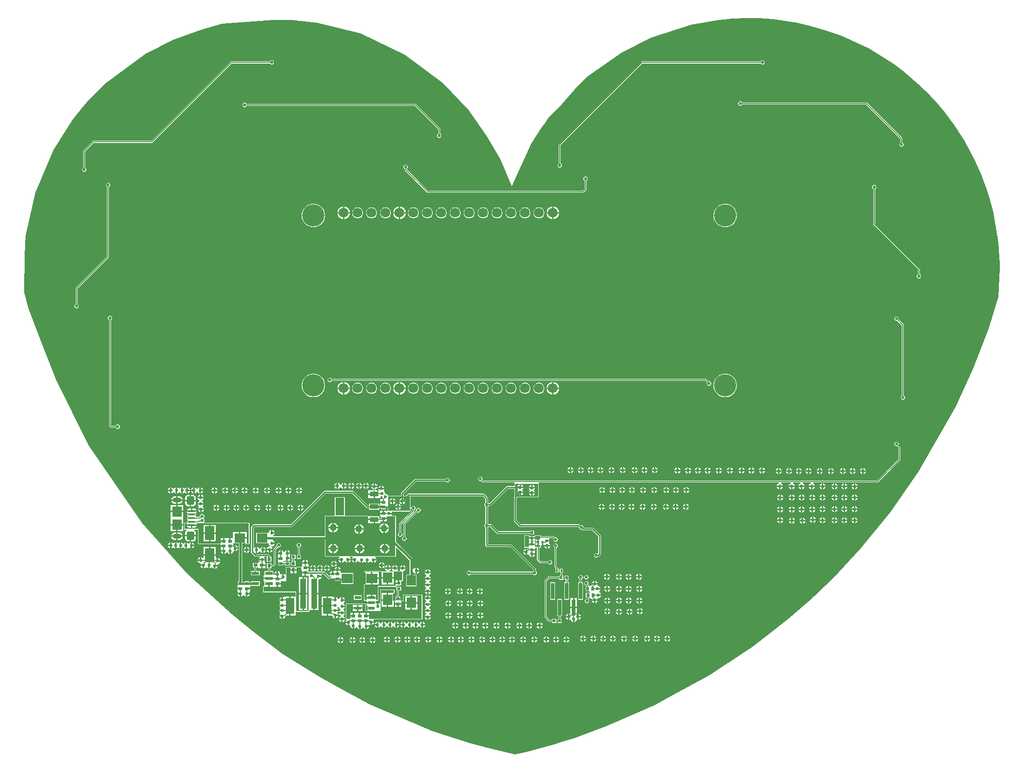
<source format=gbl>
G04*
G04 #@! TF.GenerationSoftware,Altium Limited,Altium Designer,25.3.3 (18)*
G04*
G04 Layer_Physical_Order=4*
G04 Layer_Color=16711680*
%FSLAX44Y44*%
%MOMM*%
G71*
G04*
G04 #@! TF.SameCoordinates,03B7C616-348C-440E-9E9C-07167A9097DF*
G04*
G04*
G04 #@! TF.FilePolarity,Positive*
G04*
G01*
G75*
%ADD14C,0.1500*%
%ADD17C,0.2540*%
%ADD21R,1.2000X0.6000*%
%ADD23R,0.6000X0.7500*%
%ADD25R,0.6000X0.6400*%
%ADD27R,0.6000X0.5000*%
%ADD28R,0.7500X0.6000*%
%ADD29R,0.6400X0.6000*%
%ADD31R,0.4000X0.5000*%
%ADD64C,0.4000*%
%ADD65C,1.8000*%
%ADD66C,4.0500*%
%ADD67O,1.6000X0.9000*%
%ADD68C,0.6000*%
%ADD69C,1.2700*%
%ADD70R,2.0000X1.8000*%
%ADD71R,1.6700X1.9700*%
%ADD72R,0.5000X0.6000*%
%ADD73R,0.6500X3.0000*%
%ADD74R,1.6500X3.2500*%
%ADD75R,1.6500X0.9500*%
%ADD76R,1.0000X5.5000*%
%ADD77R,1.6000X3.0000*%
%ADD78R,1.4000X0.6000*%
%ADD79R,1.9700X1.6700*%
%ADD80R,1.8000X1.9000*%
G04:AMPARAMS|DCode=81|XSize=1.6mm|YSize=1.4mm|CornerRadius=0.35mm|HoleSize=0mm|Usage=FLASHONLY|Rotation=90.000|XOffset=0mm|YOffset=0mm|HoleType=Round|Shape=RoundedRectangle|*
%AMROUNDEDRECTD81*
21,1,1.6000,0.7000,0,0,90.0*
21,1,0.9000,1.4000,0,0,90.0*
1,1,0.7000,0.3500,0.4500*
1,1,0.7000,0.3500,-0.4500*
1,1,0.7000,-0.3500,-0.4500*
1,1,0.7000,-0.3500,0.4500*
%
%ADD81ROUNDEDRECTD81*%
%ADD82O,1.3500X0.4000*%
%ADD83R,1.7000X2.5000*%
G36*
X468408Y1341259D02*
X513807Y1334304D01*
X537729Y1328920D01*
X561344Y1322258D01*
X592066Y1311481D01*
X643682Y1288065D01*
X684589Y1262409D01*
X692039Y1257177D01*
X706635Y1246260D01*
X740312Y1217277D01*
X746603Y1211190D01*
X748683Y1209275D01*
X756586Y1201002D01*
X763125Y1194030D01*
X768273Y1188170D01*
X781961Y1172060D01*
X798965Y1149518D01*
X818433Y1119567D01*
X837635Y1082325D01*
X849105Y1057980D01*
X857738Y1035049D01*
X862536Y1020394D01*
X871012Y989046D01*
X880196Y933281D01*
X882844Y894270D01*
X882727Y887058D01*
X880026Y835391D01*
X862536Y776836D01*
X834172Y704474D01*
X802992Y635978D01*
X801311Y632586D01*
X734971Y516132D01*
X682720Y441667D01*
X628672Y375584D01*
X588838Y332460D01*
X566629Y310089D01*
X564972Y308432D01*
X563771Y307282D01*
X563660Y307171D01*
X562507Y306072D01*
X562446Y306010D01*
X560623Y304332D01*
X557682Y301624D01*
X556419Y300298D01*
X555115Y299057D01*
X552882Y296934D01*
X544720Y289275D01*
X534498Y279883D01*
X498167Y248200D01*
X474210Y228663D01*
X439271Y201947D01*
X429129Y194310D01*
X424506Y191254D01*
X354763Y145134D01*
X285675Y107759D01*
X253330Y90261D01*
X193823Y64125D01*
X163703Y50895D01*
X105334Y29471D01*
X89890Y25244D01*
X72231Y19065D01*
X22982Y5636D01*
X11933Y2768D01*
X0Y0D01*
X-45707Y11490D01*
X-81816Y20724D01*
X-149774Y42833D01*
X-230117Y76770D01*
X-265136Y91562D01*
X-305914Y113983D01*
X-353478Y140135D01*
X-424831Y184098D01*
X-478828Y225545D01*
X-515674Y256134D01*
X-598334Y330121D01*
X-679275Y421515D01*
X-776503Y563161D01*
X-835851Y682504D01*
X-863544Y753630D01*
X-886869Y814113D01*
X-893954Y842673D01*
X-893216Y911625D01*
X-891875Y945999D01*
X-873998Y1025165D01*
X-840976Y1102617D01*
X-805907Y1157741D01*
X-789350Y1178755D01*
X-776503Y1194030D01*
X-744175Y1225561D01*
X-673129Y1277948D01*
X-623300Y1303727D01*
X-572054Y1322258D01*
X-533605Y1332744D01*
X-441162Y1340135D01*
X-406501D01*
X-361350Y1334304D01*
X-280991Y1314857D01*
X-200857Y1276306D01*
X-131494Y1224621D01*
X-83742Y1174372D01*
X-50286Y1125734D01*
X-26521Y1084612D01*
X-6558Y1036605D01*
X29382Y1114701D01*
X49276Y1146044D01*
X54307Y1151076D01*
X61593Y1162383D01*
X79837Y1180627D01*
X114324Y1219189D01*
X132451Y1236922D01*
X194828Y1280147D01*
X247960Y1307160D01*
X321431Y1331379D01*
X371461Y1340135D01*
X395570Y1342342D01*
X420162Y1342924D01*
X443820D01*
X468408Y1341259D01*
D02*
G37*
%LPC*%
G36*
X451567Y1266301D02*
X449975D01*
X448505Y1265692D01*
X447380Y1264567D01*
X447180Y1264085D01*
X231061D01*
X230378Y1263950D01*
X229799Y1263563D01*
X79939Y1113703D01*
X79553Y1113124D01*
X79417Y1112441D01*
Y1077932D01*
X78935Y1077732D01*
X77810Y1076607D01*
X77201Y1075137D01*
Y1073545D01*
X77810Y1072075D01*
X78935Y1070950D01*
X80405Y1070341D01*
X81997D01*
X83467Y1070950D01*
X84592Y1072075D01*
X85201Y1073545D01*
Y1075137D01*
X84592Y1076607D01*
X83467Y1077732D01*
X82985Y1077932D01*
Y1111702D01*
X231800Y1260517D01*
X447180D01*
X447380Y1260035D01*
X448505Y1258910D01*
X449975Y1258301D01*
X451567D01*
X453037Y1258910D01*
X454162Y1260035D01*
X454771Y1261505D01*
Y1263097D01*
X454162Y1264567D01*
X453037Y1265692D01*
X451567Y1266301D01*
D02*
G37*
G36*
X-442513D02*
X-444105D01*
X-445575Y1265692D01*
X-446700Y1264567D01*
X-446899Y1264085D01*
X-516969D01*
X-517652Y1263950D01*
X-518231Y1263563D01*
X-662488Y1119305D01*
X-768429D01*
X-769112Y1119169D01*
X-769691Y1118783D01*
X-786201Y1102273D01*
X-786587Y1101694D01*
X-786723Y1101011D01*
Y1070312D01*
X-787205Y1070112D01*
X-788330Y1068987D01*
X-788939Y1067517D01*
Y1065925D01*
X-788330Y1064455D01*
X-787205Y1063330D01*
X-785735Y1062721D01*
X-784143D01*
X-782673Y1063330D01*
X-781548Y1064455D01*
X-780939Y1065925D01*
Y1067517D01*
X-781548Y1068987D01*
X-782673Y1070112D01*
X-783155Y1070312D01*
Y1100272D01*
X-767690Y1115737D01*
X-661749D01*
X-661066Y1115873D01*
X-660487Y1116259D01*
X-516230Y1260517D01*
X-446899D01*
X-446700Y1260035D01*
X-445575Y1258910D01*
X-444105Y1258301D01*
X-442513D01*
X-441043Y1258910D01*
X-439918Y1260035D01*
X-439309Y1261505D01*
Y1263097D01*
X-439918Y1264567D01*
X-441043Y1265692D01*
X-442513Y1266301D01*
D02*
G37*
G36*
X-492043Y1188831D02*
X-493635D01*
X-495105Y1188222D01*
X-496230Y1187097D01*
X-496839Y1185627D01*
Y1184035D01*
X-496230Y1182565D01*
X-495105Y1181440D01*
X-493635Y1180831D01*
X-492043D01*
X-490573Y1181440D01*
X-489448Y1182565D01*
X-489249Y1183047D01*
X-182428D01*
X-140293Y1140912D01*
Y1132542D01*
X-140775Y1132342D01*
X-141900Y1131217D01*
X-142509Y1129747D01*
Y1128155D01*
X-141900Y1126685D01*
X-140775Y1125560D01*
X-139305Y1124951D01*
X-137713D01*
X-136243Y1125560D01*
X-135118Y1126685D01*
X-134509Y1128155D01*
Y1129747D01*
X-135118Y1131217D01*
X-136243Y1132342D01*
X-136725Y1132542D01*
Y1141651D01*
X-136861Y1142334D01*
X-137247Y1142913D01*
X-180427Y1186093D01*
X-181006Y1186479D01*
X-181689Y1186615D01*
X-489249D01*
X-489448Y1187097D01*
X-490573Y1188222D01*
X-492043Y1188831D01*
D02*
G37*
G36*
X410927Y1191371D02*
X409335D01*
X407865Y1190762D01*
X406740Y1189637D01*
X406131Y1188167D01*
Y1186575D01*
X406740Y1185105D01*
X407865Y1183980D01*
X409335Y1183371D01*
X410927D01*
X412397Y1183980D01*
X413522Y1185105D01*
X413722Y1185587D01*
X639262D01*
X701717Y1123132D01*
Y1116031D01*
X701235Y1115832D01*
X700110Y1114707D01*
X699501Y1113237D01*
Y1111645D01*
X700110Y1110175D01*
X701235Y1109050D01*
X702705Y1108441D01*
X704297D01*
X705767Y1109050D01*
X706892Y1110175D01*
X707501Y1111645D01*
Y1113237D01*
X706892Y1114707D01*
X705767Y1115832D01*
X705285Y1116031D01*
Y1123871D01*
X705150Y1124554D01*
X704763Y1125133D01*
X641263Y1188633D01*
X640684Y1189019D01*
X640001Y1189155D01*
X413722D01*
X413522Y1189637D01*
X412397Y1190762D01*
X410927Y1191371D01*
D02*
G37*
G36*
X-198594Y1075880D02*
X-200186D01*
X-201656Y1075271D01*
X-202781Y1074146D01*
X-203390Y1072676D01*
Y1071084D01*
X-202781Y1069614D01*
X-201656Y1068489D01*
X-201162Y1068285D01*
Y1066630D01*
X-201026Y1065947D01*
X-200640Y1065368D01*
X-160170Y1024898D01*
X-159591Y1024511D01*
X-158908Y1024376D01*
X123190D01*
X123873Y1024511D01*
X124452Y1024898D01*
X129453Y1029899D01*
X129839Y1030478D01*
X129975Y1031161D01*
Y1046620D01*
X130457Y1046820D01*
X131582Y1047945D01*
X132191Y1049415D01*
Y1051007D01*
X131582Y1052477D01*
X130457Y1053602D01*
X128987Y1054211D01*
X127395D01*
X125925Y1053602D01*
X124800Y1052477D01*
X124191Y1051007D01*
Y1049415D01*
X124800Y1047945D01*
X125925Y1046820D01*
X126407Y1046620D01*
Y1031900D01*
X122451Y1027944D01*
X-158169D01*
X-197346Y1067121D01*
X-197178Y1068467D01*
X-197124Y1068489D01*
X-195999Y1069614D01*
X-195390Y1071084D01*
Y1072676D01*
X-195999Y1074146D01*
X-197124Y1075271D01*
X-198594Y1075880D01*
D02*
G37*
G36*
X70099Y999600D02*
X69850D01*
Y989330D01*
X80120D01*
Y989579D01*
X79334Y992514D01*
X77814Y995146D01*
X75666Y997294D01*
X73034Y998813D01*
X70099Y999600D01*
D02*
G37*
G36*
X67310D02*
X67061D01*
X64126Y998813D01*
X61494Y997294D01*
X59346Y995146D01*
X57826Y992514D01*
X57040Y989579D01*
Y989330D01*
X67310D01*
Y999600D01*
D02*
G37*
G36*
X-209301D02*
X-209550D01*
Y989330D01*
X-199280D01*
Y989579D01*
X-200067Y992514D01*
X-201586Y995146D01*
X-203734Y997294D01*
X-206366Y998813D01*
X-209301Y999600D01*
D02*
G37*
G36*
X-212090D02*
X-212339D01*
X-215274Y998813D01*
X-217906Y997294D01*
X-220054Y995146D01*
X-221574Y992514D01*
X-222360Y989579D01*
Y989330D01*
X-212090D01*
Y999600D01*
D02*
G37*
G36*
X-310901D02*
X-311150D01*
Y989330D01*
X-300880D01*
Y989579D01*
X-301667Y992514D01*
X-303186Y995146D01*
X-305334Y997294D01*
X-307966Y998813D01*
X-310901Y999600D01*
D02*
G37*
G36*
X-313690D02*
X-313939D01*
X-316874Y998813D01*
X-319506Y997294D01*
X-321654Y995146D01*
X-323173Y992514D01*
X-323960Y989579D01*
Y989330D01*
X-313690D01*
Y999600D01*
D02*
G37*
G36*
X44496Y998060D02*
X41863D01*
X39320Y997378D01*
X37040Y996062D01*
X35178Y994200D01*
X33861Y991920D01*
X33180Y989377D01*
Y986743D01*
X33861Y984200D01*
X35178Y981920D01*
X37040Y980058D01*
X39320Y978742D01*
X41863Y978060D01*
X44496D01*
X47040Y978742D01*
X49320Y980058D01*
X51182Y981920D01*
X52498Y984200D01*
X53180Y986743D01*
Y989377D01*
X52498Y991920D01*
X51182Y994200D01*
X49320Y996062D01*
X47040Y997378D01*
X44496Y998060D01*
D02*
G37*
G36*
X19096D02*
X16464D01*
X13920Y997378D01*
X11640Y996062D01*
X9778Y994200D01*
X8461Y991920D01*
X7780Y989377D01*
Y986743D01*
X8461Y984200D01*
X9778Y981920D01*
X11640Y980058D01*
X13920Y978742D01*
X16464Y978060D01*
X19096D01*
X21640Y978742D01*
X23920Y980058D01*
X25782Y981920D01*
X27099Y984200D01*
X27780Y986743D01*
Y989377D01*
X27099Y991920D01*
X25782Y994200D01*
X23920Y996062D01*
X21640Y997378D01*
X19096Y998060D01*
D02*
G37*
G36*
X-6303D02*
X-8936D01*
X-11480Y997378D01*
X-13760Y996062D01*
X-15622Y994200D01*
X-16939Y991920D01*
X-17620Y989377D01*
Y986743D01*
X-16939Y984200D01*
X-15622Y981920D01*
X-13760Y980058D01*
X-11480Y978742D01*
X-8936Y978060D01*
X-6303D01*
X-3760Y978742D01*
X-1480Y980058D01*
X382Y981920D01*
X1699Y984200D01*
X2380Y986743D01*
Y989377D01*
X1699Y991920D01*
X382Y994200D01*
X-1480Y996062D01*
X-3760Y997378D01*
X-6303Y998060D01*
D02*
G37*
G36*
X-31704D02*
X-34337D01*
X-36880Y997378D01*
X-39160Y996062D01*
X-41022Y994200D01*
X-42339Y991920D01*
X-43020Y989377D01*
Y986743D01*
X-42339Y984200D01*
X-41022Y981920D01*
X-39160Y980058D01*
X-36880Y978742D01*
X-34337Y978060D01*
X-31704D01*
X-29160Y978742D01*
X-26880Y980058D01*
X-25018Y981920D01*
X-23702Y984200D01*
X-23020Y986743D01*
Y989377D01*
X-23702Y991920D01*
X-25018Y994200D01*
X-26880Y996062D01*
X-29160Y997378D01*
X-31704Y998060D01*
D02*
G37*
G36*
X-57104D02*
X-59736D01*
X-62280Y997378D01*
X-64560Y996062D01*
X-66422Y994200D01*
X-67738Y991920D01*
X-68420Y989377D01*
Y986743D01*
X-67738Y984200D01*
X-66422Y981920D01*
X-64560Y980058D01*
X-62280Y978742D01*
X-59736Y978060D01*
X-57104D01*
X-54560Y978742D01*
X-52280Y980058D01*
X-50418Y981920D01*
X-49102Y984200D01*
X-48420Y986743D01*
Y989377D01*
X-49102Y991920D01*
X-50418Y994200D01*
X-52280Y996062D01*
X-54560Y997378D01*
X-57104Y998060D01*
D02*
G37*
G36*
X-82503D02*
X-85136D01*
X-87680Y997378D01*
X-89960Y996062D01*
X-91822Y994200D01*
X-93139Y991920D01*
X-93820Y989377D01*
Y986743D01*
X-93139Y984200D01*
X-91822Y981920D01*
X-89960Y980058D01*
X-87680Y978742D01*
X-85136Y978060D01*
X-82503D01*
X-79960Y978742D01*
X-77680Y980058D01*
X-75818Y981920D01*
X-74502Y984200D01*
X-73820Y986743D01*
Y989377D01*
X-74502Y991920D01*
X-75818Y994200D01*
X-77680Y996062D01*
X-79960Y997378D01*
X-82503Y998060D01*
D02*
G37*
G36*
X-107903D02*
X-110536D01*
X-113080Y997378D01*
X-115360Y996062D01*
X-117222Y994200D01*
X-118539Y991920D01*
X-119220Y989377D01*
Y986743D01*
X-118539Y984200D01*
X-117222Y981920D01*
X-115360Y980058D01*
X-113080Y978742D01*
X-110536Y978060D01*
X-107903D01*
X-105360Y978742D01*
X-103080Y980058D01*
X-101218Y981920D01*
X-99902Y984200D01*
X-99220Y986743D01*
Y989377D01*
X-99902Y991920D01*
X-101218Y994200D01*
X-103080Y996062D01*
X-105360Y997378D01*
X-107903Y998060D01*
D02*
G37*
G36*
X-133303D02*
X-135936D01*
X-138480Y997378D01*
X-140760Y996062D01*
X-142622Y994200D01*
X-143939Y991920D01*
X-144620Y989377D01*
Y986743D01*
X-143939Y984200D01*
X-142622Y981920D01*
X-140760Y980058D01*
X-138480Y978742D01*
X-135936Y978060D01*
X-133303D01*
X-130760Y978742D01*
X-128480Y980058D01*
X-126618Y981920D01*
X-125302Y984200D01*
X-124620Y986743D01*
Y989377D01*
X-125302Y991920D01*
X-126618Y994200D01*
X-128480Y996062D01*
X-130760Y997378D01*
X-133303Y998060D01*
D02*
G37*
G36*
X-158703D02*
X-161336D01*
X-163880Y997378D01*
X-166160Y996062D01*
X-168022Y994200D01*
X-169338Y991920D01*
X-170020Y989377D01*
Y986743D01*
X-169338Y984200D01*
X-168022Y981920D01*
X-166160Y980058D01*
X-163880Y978742D01*
X-161336Y978060D01*
X-158703D01*
X-156160Y978742D01*
X-153880Y980058D01*
X-152018Y981920D01*
X-150702Y984200D01*
X-150020Y986743D01*
Y989377D01*
X-150702Y991920D01*
X-152018Y994200D01*
X-153880Y996062D01*
X-156160Y997378D01*
X-158703Y998060D01*
D02*
G37*
G36*
X-184104D02*
X-186737D01*
X-189280Y997378D01*
X-191560Y996062D01*
X-193422Y994200D01*
X-194739Y991920D01*
X-195420Y989377D01*
Y986743D01*
X-194739Y984200D01*
X-193422Y981920D01*
X-191560Y980058D01*
X-189280Y978742D01*
X-186737Y978060D01*
X-184104D01*
X-181560Y978742D01*
X-179280Y980058D01*
X-177418Y981920D01*
X-176101Y984200D01*
X-175420Y986743D01*
Y989377D01*
X-176101Y991920D01*
X-177418Y994200D01*
X-179280Y996062D01*
X-181560Y997378D01*
X-184104Y998060D01*
D02*
G37*
G36*
X-234904D02*
X-237537D01*
X-240080Y997378D01*
X-242360Y996062D01*
X-244222Y994200D01*
X-245539Y991920D01*
X-246220Y989377D01*
Y986743D01*
X-245539Y984200D01*
X-244222Y981920D01*
X-242360Y980058D01*
X-240080Y978742D01*
X-237537Y978060D01*
X-234904D01*
X-232360Y978742D01*
X-230080Y980058D01*
X-228218Y981920D01*
X-226901Y984200D01*
X-226220Y986743D01*
Y989377D01*
X-226901Y991920D01*
X-228218Y994200D01*
X-230080Y996062D01*
X-232360Y997378D01*
X-234904Y998060D01*
D02*
G37*
G36*
X-260303D02*
X-262936D01*
X-265480Y997378D01*
X-267760Y996062D01*
X-269622Y994200D01*
X-270938Y991920D01*
X-271620Y989377D01*
Y986743D01*
X-270938Y984200D01*
X-269622Y981920D01*
X-267760Y980058D01*
X-265480Y978742D01*
X-262936Y978060D01*
X-260303D01*
X-257760Y978742D01*
X-255480Y980058D01*
X-253618Y981920D01*
X-252302Y984200D01*
X-251620Y986743D01*
Y989377D01*
X-252302Y991920D01*
X-253618Y994200D01*
X-255480Y996062D01*
X-257760Y997378D01*
X-260303Y998060D01*
D02*
G37*
G36*
X-285704D02*
X-288337D01*
X-290880Y997378D01*
X-293160Y996062D01*
X-295022Y994200D01*
X-296339Y991920D01*
X-297020Y989377D01*
Y986743D01*
X-296339Y984200D01*
X-295022Y981920D01*
X-293160Y980058D01*
X-290880Y978742D01*
X-288337Y978060D01*
X-285704D01*
X-283160Y978742D01*
X-280880Y980058D01*
X-279018Y981920D01*
X-277701Y984200D01*
X-277020Y986743D01*
Y989377D01*
X-277701Y991920D01*
X-279018Y994200D01*
X-280880Y996062D01*
X-283160Y997378D01*
X-285704Y998060D01*
D02*
G37*
G36*
X80120Y986790D02*
X69850D01*
Y976520D01*
X70099D01*
X73034Y977307D01*
X75666Y978826D01*
X77814Y980974D01*
X79334Y983606D01*
X80120Y986541D01*
Y986790D01*
D02*
G37*
G36*
X67310D02*
X57040D01*
Y986541D01*
X57826Y983606D01*
X59346Y980974D01*
X61494Y978826D01*
X64126Y977307D01*
X67061Y976520D01*
X67310D01*
Y986790D01*
D02*
G37*
G36*
X-199280D02*
X-209550D01*
Y976520D01*
X-209301D01*
X-206366Y977307D01*
X-203734Y978826D01*
X-201586Y980974D01*
X-200067Y983606D01*
X-199280Y986541D01*
Y986790D01*
D02*
G37*
G36*
X-212090D02*
X-222360D01*
Y986541D01*
X-221574Y983606D01*
X-220054Y980974D01*
X-217906Y978826D01*
X-215274Y977307D01*
X-212339Y976520D01*
X-212090D01*
Y986790D01*
D02*
G37*
G36*
X-300880D02*
X-311150D01*
Y976520D01*
X-310901D01*
X-307966Y977307D01*
X-305334Y978826D01*
X-303186Y980974D01*
X-301667Y983606D01*
X-300880Y986541D01*
Y986790D01*
D02*
G37*
G36*
X-313690D02*
X-323960D01*
Y986541D01*
X-323173Y983606D01*
X-321654Y980974D01*
X-319506Y978826D01*
X-316874Y977307D01*
X-313939Y976520D01*
X-313690D01*
Y986790D01*
D02*
G37*
G36*
X384673Y1004310D02*
X380487D01*
X376382Y1003493D01*
X372514Y1001891D01*
X369034Y999566D01*
X366074Y996606D01*
X363749Y993126D01*
X362147Y989258D01*
X361330Y985153D01*
Y980967D01*
X362147Y976862D01*
X363749Y972994D01*
X366074Y969514D01*
X369034Y966554D01*
X372514Y964229D01*
X376382Y962627D01*
X380487Y961810D01*
X384673D01*
X388778Y962627D01*
X392646Y964229D01*
X396126Y966554D01*
X399086Y969514D01*
X401412Y972994D01*
X403013Y976862D01*
X403830Y980967D01*
Y985153D01*
X403013Y989258D01*
X401412Y993126D01*
X399086Y996606D01*
X396126Y999566D01*
X392646Y1001891D01*
X388778Y1003493D01*
X384673Y1004310D01*
D02*
G37*
G36*
X-365327D02*
X-369513D01*
X-373618Y1003493D01*
X-377486Y1001891D01*
X-380966Y999566D01*
X-383926Y996606D01*
X-386251Y993126D01*
X-387853Y989258D01*
X-388670Y985153D01*
Y980967D01*
X-387853Y976862D01*
X-386251Y972994D01*
X-383926Y969514D01*
X-380966Y966554D01*
X-377486Y964229D01*
X-373618Y962627D01*
X-369513Y961810D01*
X-365327D01*
X-361222Y962627D01*
X-357354Y964229D01*
X-353874Y966554D01*
X-350914Y969514D01*
X-348588Y972994D01*
X-346987Y976862D01*
X-346170Y980967D01*
Y985153D01*
X-346987Y989258D01*
X-348588Y993126D01*
X-350914Y996606D01*
X-353874Y999566D01*
X-357354Y1001891D01*
X-361222Y1003493D01*
X-365327Y1004310D01*
D02*
G37*
G36*
X654767Y1038971D02*
X653175D01*
X651705Y1038362D01*
X650580Y1037237D01*
X649971Y1035767D01*
Y1034175D01*
X650580Y1032705D01*
X651705Y1031580D01*
X652187Y1031380D01*
Y967661D01*
X652323Y966978D01*
X652709Y966399D01*
X733467Y885642D01*
Y876002D01*
X732985Y875802D01*
X731860Y874677D01*
X731251Y873207D01*
Y871615D01*
X731860Y870145D01*
X732985Y869020D01*
X734455Y868411D01*
X736047D01*
X737517Y869020D01*
X738642Y870145D01*
X739251Y871615D01*
Y873207D01*
X738642Y874677D01*
X737517Y875802D01*
X737035Y876002D01*
Y886381D01*
X736899Y887064D01*
X736513Y887643D01*
X655755Y968400D01*
Y1031380D01*
X656237Y1031580D01*
X657362Y1032705D01*
X657971Y1034175D01*
Y1035767D01*
X657362Y1037237D01*
X656237Y1038362D01*
X654767Y1038971D01*
D02*
G37*
G36*
X-740963Y1042781D02*
X-742555D01*
X-744025Y1042172D01*
X-745150Y1041047D01*
X-745759Y1039577D01*
Y1037985D01*
X-745150Y1036515D01*
X-744025Y1035390D01*
X-743543Y1035191D01*
Y908710D01*
X-800171Y852083D01*
X-800557Y851504D01*
X-800693Y850821D01*
Y821392D01*
X-801175Y821192D01*
X-802300Y820067D01*
X-802909Y818597D01*
Y817005D01*
X-802300Y815535D01*
X-801175Y814410D01*
X-799705Y813801D01*
X-798113D01*
X-796643Y814410D01*
X-795518Y815535D01*
X-794909Y817005D01*
Y818597D01*
X-795518Y820067D01*
X-796643Y821192D01*
X-797125Y821392D01*
Y850082D01*
X-740497Y906709D01*
X-740110Y907288D01*
X-739975Y907971D01*
Y1035191D01*
X-739493Y1035390D01*
X-738368Y1036515D01*
X-737759Y1037985D01*
Y1039577D01*
X-738368Y1041047D01*
X-739493Y1042172D01*
X-740963Y1042781D01*
D02*
G37*
G36*
X-337024Y687260D02*
X-338616D01*
X-340086Y686651D01*
X-341211Y685526D01*
X-341820Y684056D01*
Y682464D01*
X-341211Y680994D01*
X-340086Y679869D01*
X-338616Y679260D01*
X-337024D01*
X-335554Y679869D01*
X-334429Y680994D01*
X-334230Y681476D01*
X347189D01*
X349616Y679048D01*
X349060Y677706D01*
Y676114D01*
X349669Y674644D01*
X350794Y673519D01*
X352264Y672910D01*
X353856D01*
X355326Y673519D01*
X356451Y674644D01*
X357060Y676114D01*
Y677706D01*
X356451Y679176D01*
X355326Y680301D01*
X353856Y680910D01*
X352801D01*
X349189Y684522D01*
X348610Y684909D01*
X347928Y685044D01*
X-334230D01*
X-334429Y685526D01*
X-335554Y686651D01*
X-337024Y687260D01*
D02*
G37*
G36*
X70099Y679600D02*
X69850D01*
Y669330D01*
X80120D01*
Y669579D01*
X79334Y672514D01*
X77814Y675146D01*
X75666Y677294D01*
X73034Y678813D01*
X70099Y679600D01*
D02*
G37*
G36*
X67310D02*
X67061D01*
X64126Y678813D01*
X61494Y677294D01*
X59346Y675146D01*
X57826Y672514D01*
X57040Y669579D01*
Y669330D01*
X67310D01*
Y679600D01*
D02*
G37*
G36*
X-209301D02*
X-209550D01*
Y669330D01*
X-199280D01*
Y669579D01*
X-200067Y672514D01*
X-201586Y675146D01*
X-203734Y677294D01*
X-206366Y678813D01*
X-209301Y679600D01*
D02*
G37*
G36*
X-212090D02*
X-212339D01*
X-215274Y678813D01*
X-217906Y677294D01*
X-220054Y675146D01*
X-221574Y672514D01*
X-222360Y669579D01*
Y669330D01*
X-212090D01*
Y679600D01*
D02*
G37*
G36*
X-310901D02*
X-311150D01*
Y669330D01*
X-300880D01*
Y669579D01*
X-301667Y672514D01*
X-303186Y675146D01*
X-305334Y677294D01*
X-307966Y678813D01*
X-310901Y679600D01*
D02*
G37*
G36*
X-313690D02*
X-313939D01*
X-316874Y678813D01*
X-319506Y677294D01*
X-321654Y675146D01*
X-323173Y672514D01*
X-323960Y669579D01*
Y669330D01*
X-313690D01*
Y679600D01*
D02*
G37*
G36*
X44496Y678060D02*
X41863D01*
X39320Y677378D01*
X37040Y676062D01*
X35178Y674200D01*
X33861Y671920D01*
X33180Y669377D01*
Y666743D01*
X33861Y664200D01*
X35178Y661920D01*
X37040Y660058D01*
X39320Y658742D01*
X41863Y658060D01*
X44496D01*
X47040Y658742D01*
X49320Y660058D01*
X51182Y661920D01*
X52498Y664200D01*
X53180Y666743D01*
Y669377D01*
X52498Y671920D01*
X51182Y674200D01*
X49320Y676062D01*
X47040Y677378D01*
X44496Y678060D01*
D02*
G37*
G36*
X19096D02*
X16464D01*
X13920Y677378D01*
X11640Y676062D01*
X9778Y674200D01*
X8461Y671920D01*
X7780Y669377D01*
Y666743D01*
X8461Y664200D01*
X9778Y661920D01*
X11640Y660058D01*
X13920Y658742D01*
X16464Y658060D01*
X19096D01*
X21640Y658742D01*
X23920Y660058D01*
X25782Y661920D01*
X27099Y664200D01*
X27780Y666743D01*
Y669377D01*
X27099Y671920D01*
X25782Y674200D01*
X23920Y676062D01*
X21640Y677378D01*
X19096Y678060D01*
D02*
G37*
G36*
X-6303D02*
X-8936D01*
X-11480Y677378D01*
X-13760Y676062D01*
X-15622Y674200D01*
X-16939Y671920D01*
X-17620Y669377D01*
Y666743D01*
X-16939Y664200D01*
X-15622Y661920D01*
X-13760Y660058D01*
X-11480Y658742D01*
X-8936Y658060D01*
X-6303D01*
X-3760Y658742D01*
X-1480Y660058D01*
X382Y661920D01*
X1699Y664200D01*
X2380Y666743D01*
Y669377D01*
X1699Y671920D01*
X382Y674200D01*
X-1480Y676062D01*
X-3760Y677378D01*
X-6303Y678060D01*
D02*
G37*
G36*
X-31704D02*
X-34337D01*
X-36880Y677378D01*
X-39160Y676062D01*
X-41022Y674200D01*
X-42339Y671920D01*
X-43020Y669377D01*
Y666743D01*
X-42339Y664200D01*
X-41022Y661920D01*
X-39160Y660058D01*
X-36880Y658742D01*
X-34337Y658060D01*
X-31704D01*
X-29160Y658742D01*
X-26880Y660058D01*
X-25018Y661920D01*
X-23702Y664200D01*
X-23020Y666743D01*
Y669377D01*
X-23702Y671920D01*
X-25018Y674200D01*
X-26880Y676062D01*
X-29160Y677378D01*
X-31704Y678060D01*
D02*
G37*
G36*
X-57104D02*
X-59736D01*
X-62280Y677378D01*
X-64560Y676062D01*
X-66422Y674200D01*
X-67738Y671920D01*
X-68420Y669377D01*
Y666743D01*
X-67738Y664200D01*
X-66422Y661920D01*
X-64560Y660058D01*
X-62280Y658742D01*
X-59736Y658060D01*
X-57104D01*
X-54560Y658742D01*
X-52280Y660058D01*
X-50418Y661920D01*
X-49102Y664200D01*
X-48420Y666743D01*
Y669377D01*
X-49102Y671920D01*
X-50418Y674200D01*
X-52280Y676062D01*
X-54560Y677378D01*
X-57104Y678060D01*
D02*
G37*
G36*
X-82503D02*
X-85136D01*
X-87680Y677378D01*
X-89960Y676062D01*
X-91822Y674200D01*
X-93139Y671920D01*
X-93820Y669377D01*
Y666743D01*
X-93139Y664200D01*
X-91822Y661920D01*
X-89960Y660058D01*
X-87680Y658742D01*
X-85136Y658060D01*
X-82503D01*
X-79960Y658742D01*
X-77680Y660058D01*
X-75818Y661920D01*
X-74502Y664200D01*
X-73820Y666743D01*
Y669377D01*
X-74502Y671920D01*
X-75818Y674200D01*
X-77680Y676062D01*
X-79960Y677378D01*
X-82503Y678060D01*
D02*
G37*
G36*
X-107903D02*
X-110536D01*
X-113080Y677378D01*
X-115360Y676062D01*
X-117222Y674200D01*
X-118539Y671920D01*
X-119220Y669377D01*
Y666743D01*
X-118539Y664200D01*
X-117222Y661920D01*
X-115360Y660058D01*
X-113080Y658742D01*
X-110536Y658060D01*
X-107903D01*
X-105360Y658742D01*
X-103080Y660058D01*
X-101218Y661920D01*
X-99902Y664200D01*
X-99220Y666743D01*
Y669377D01*
X-99902Y671920D01*
X-101218Y674200D01*
X-103080Y676062D01*
X-105360Y677378D01*
X-107903Y678060D01*
D02*
G37*
G36*
X-133303D02*
X-135936D01*
X-138480Y677378D01*
X-140760Y676062D01*
X-142622Y674200D01*
X-143939Y671920D01*
X-144620Y669377D01*
Y666743D01*
X-143939Y664200D01*
X-142622Y661920D01*
X-140760Y660058D01*
X-138480Y658742D01*
X-135936Y658060D01*
X-133303D01*
X-130760Y658742D01*
X-128480Y660058D01*
X-126618Y661920D01*
X-125302Y664200D01*
X-124620Y666743D01*
Y669377D01*
X-125302Y671920D01*
X-126618Y674200D01*
X-128480Y676062D01*
X-130760Y677378D01*
X-133303Y678060D01*
D02*
G37*
G36*
X-158703D02*
X-161336D01*
X-163880Y677378D01*
X-166160Y676062D01*
X-168022Y674200D01*
X-169338Y671920D01*
X-170020Y669377D01*
Y666743D01*
X-169338Y664200D01*
X-168022Y661920D01*
X-166160Y660058D01*
X-163880Y658742D01*
X-161336Y658060D01*
X-158703D01*
X-156160Y658742D01*
X-153880Y660058D01*
X-152018Y661920D01*
X-150702Y664200D01*
X-150020Y666743D01*
Y669377D01*
X-150702Y671920D01*
X-152018Y674200D01*
X-153880Y676062D01*
X-156160Y677378D01*
X-158703Y678060D01*
D02*
G37*
G36*
X-184104D02*
X-186737D01*
X-189280Y677378D01*
X-191560Y676062D01*
X-193422Y674200D01*
X-194739Y671920D01*
X-195420Y669377D01*
Y666743D01*
X-194739Y664200D01*
X-193422Y661920D01*
X-191560Y660058D01*
X-189280Y658742D01*
X-186737Y658060D01*
X-184104D01*
X-181560Y658742D01*
X-179280Y660058D01*
X-177418Y661920D01*
X-176101Y664200D01*
X-175420Y666743D01*
Y669377D01*
X-176101Y671920D01*
X-177418Y674200D01*
X-179280Y676062D01*
X-181560Y677378D01*
X-184104Y678060D01*
D02*
G37*
G36*
X-234904D02*
X-237537D01*
X-240080Y677378D01*
X-242360Y676062D01*
X-244222Y674200D01*
X-245539Y671920D01*
X-246220Y669377D01*
Y666743D01*
X-245539Y664200D01*
X-244222Y661920D01*
X-242360Y660058D01*
X-240080Y658742D01*
X-237537Y658060D01*
X-234904D01*
X-232360Y658742D01*
X-230080Y660058D01*
X-228218Y661920D01*
X-226901Y664200D01*
X-226220Y666743D01*
Y669377D01*
X-226901Y671920D01*
X-228218Y674200D01*
X-230080Y676062D01*
X-232360Y677378D01*
X-234904Y678060D01*
D02*
G37*
G36*
X-260303D02*
X-262936D01*
X-265480Y677378D01*
X-267760Y676062D01*
X-269622Y674200D01*
X-270938Y671920D01*
X-271620Y669377D01*
Y666743D01*
X-270938Y664200D01*
X-269622Y661920D01*
X-267760Y660058D01*
X-265480Y658742D01*
X-262936Y658060D01*
X-260303D01*
X-257760Y658742D01*
X-255480Y660058D01*
X-253618Y661920D01*
X-252302Y664200D01*
X-251620Y666743D01*
Y669377D01*
X-252302Y671920D01*
X-253618Y674200D01*
X-255480Y676062D01*
X-257760Y677378D01*
X-260303Y678060D01*
D02*
G37*
G36*
X-285704D02*
X-288337D01*
X-290880Y677378D01*
X-293160Y676062D01*
X-295022Y674200D01*
X-296339Y671920D01*
X-297020Y669377D01*
Y666743D01*
X-296339Y664200D01*
X-295022Y661920D01*
X-293160Y660058D01*
X-290880Y658742D01*
X-288337Y658060D01*
X-285704D01*
X-283160Y658742D01*
X-280880Y660058D01*
X-279018Y661920D01*
X-277701Y664200D01*
X-277020Y666743D01*
Y669377D01*
X-277701Y671920D01*
X-279018Y674200D01*
X-280880Y676062D01*
X-283160Y677378D01*
X-285704Y678060D01*
D02*
G37*
G36*
X80120Y666790D02*
X69850D01*
Y656520D01*
X70099D01*
X73034Y657306D01*
X75666Y658826D01*
X77814Y660974D01*
X79334Y663606D01*
X80120Y666541D01*
Y666790D01*
D02*
G37*
G36*
X67310D02*
X57040D01*
Y666541D01*
X57826Y663606D01*
X59346Y660974D01*
X61494Y658826D01*
X64126Y657306D01*
X67061Y656520D01*
X67310D01*
Y666790D01*
D02*
G37*
G36*
X-199280D02*
X-209550D01*
Y656520D01*
X-209301D01*
X-206366Y657306D01*
X-203734Y658826D01*
X-201586Y660974D01*
X-200067Y663606D01*
X-199280Y666541D01*
Y666790D01*
D02*
G37*
G36*
X-212090D02*
X-222360D01*
Y666541D01*
X-221574Y663606D01*
X-220054Y660974D01*
X-217906Y658826D01*
X-215274Y657306D01*
X-212339Y656520D01*
X-212090D01*
Y666790D01*
D02*
G37*
G36*
X-300880D02*
X-311150D01*
Y656520D01*
X-310901D01*
X-307966Y657306D01*
X-305334Y658826D01*
X-303186Y660974D01*
X-301667Y663606D01*
X-300880Y666541D01*
Y666790D01*
D02*
G37*
G36*
X-313690D02*
X-323960D01*
Y666541D01*
X-323173Y663606D01*
X-321654Y660974D01*
X-319506Y658826D01*
X-316874Y657306D01*
X-313939Y656520D01*
X-313690D01*
Y666790D01*
D02*
G37*
G36*
X384673Y694310D02*
X380487D01*
X376382Y693493D01*
X372514Y691891D01*
X369034Y689566D01*
X366074Y686606D01*
X363749Y683126D01*
X362147Y679258D01*
X361330Y675153D01*
Y670967D01*
X362147Y666862D01*
X363749Y662994D01*
X366074Y659514D01*
X369034Y656554D01*
X372514Y654229D01*
X376382Y652627D01*
X380487Y651810D01*
X384673D01*
X388778Y652627D01*
X392646Y654229D01*
X396126Y656554D01*
X399086Y659514D01*
X401412Y662994D01*
X403013Y666862D01*
X403830Y670967D01*
Y675153D01*
X403013Y679258D01*
X401412Y683126D01*
X399086Y686606D01*
X396126Y689566D01*
X392646Y691891D01*
X388778Y693493D01*
X384673Y694310D01*
D02*
G37*
G36*
X-365327D02*
X-369513D01*
X-373618Y693493D01*
X-377486Y691891D01*
X-380966Y689566D01*
X-383926Y686606D01*
X-386251Y683126D01*
X-387853Y679258D01*
X-388670Y675153D01*
Y670967D01*
X-387853Y666862D01*
X-386251Y662994D01*
X-383926Y659514D01*
X-380966Y656554D01*
X-377486Y654229D01*
X-373618Y652627D01*
X-369513Y651810D01*
X-365327D01*
X-361222Y652627D01*
X-357354Y654229D01*
X-353874Y656554D01*
X-350914Y659514D01*
X-348588Y662994D01*
X-346987Y666862D01*
X-346170Y670967D01*
Y675153D01*
X-346987Y679258D01*
X-348588Y683126D01*
X-350914Y686606D01*
X-353874Y689566D01*
X-357354Y691891D01*
X-361222Y693493D01*
X-365327Y694310D01*
D02*
G37*
G36*
X695407Y798941D02*
X693815D01*
X692345Y798332D01*
X691220Y797207D01*
X690611Y795737D01*
Y794145D01*
X691220Y792675D01*
X692345Y791550D01*
X693815Y790941D01*
X695407D01*
X695888Y791141D01*
X704257Y782772D01*
Y655022D01*
X703775Y654822D01*
X702650Y653697D01*
X702041Y652227D01*
Y650635D01*
X702650Y649165D01*
X703775Y648040D01*
X705245Y647431D01*
X706837D01*
X708307Y648040D01*
X709432Y649165D01*
X710041Y650635D01*
Y652227D01*
X709432Y653697D01*
X708307Y654822D01*
X707825Y655022D01*
Y783511D01*
X707690Y784194D01*
X707303Y784773D01*
X698412Y793664D01*
X698611Y794145D01*
Y795737D01*
X698002Y797207D01*
X696877Y798332D01*
X695407Y798941D01*
D02*
G37*
G36*
X-737153Y800211D02*
X-738745D01*
X-740215Y799602D01*
X-741340Y798477D01*
X-741949Y797007D01*
Y795415D01*
X-741340Y793945D01*
X-740215Y792820D01*
X-739733Y792620D01*
Y600631D01*
X-739597Y599948D01*
X-739211Y599369D01*
X-736671Y596829D01*
X-736092Y596443D01*
X-735409Y596307D01*
X-727570D01*
X-727370Y595825D01*
X-726245Y594700D01*
X-724775Y594091D01*
X-723183D01*
X-721713Y594700D01*
X-720588Y595825D01*
X-719979Y597295D01*
Y598887D01*
X-720588Y600357D01*
X-721713Y601482D01*
X-723183Y602091D01*
X-724775D01*
X-726245Y601482D01*
X-727370Y600357D01*
X-727570Y599875D01*
X-734670D01*
X-736165Y601370D01*
Y792620D01*
X-735683Y792820D01*
X-734558Y793945D01*
X-733949Y795415D01*
Y797007D01*
X-734558Y798477D01*
X-735683Y799602D01*
X-737153Y800211D01*
D02*
G37*
G36*
X255591Y524294D02*
Y520094D01*
X259791D01*
X259017Y521962D01*
X257459Y523521D01*
X255591Y524294D01*
D02*
G37*
G36*
X253051D02*
X251183Y523521D01*
X249624Y521962D01*
X248850Y520094D01*
X253051D01*
Y524294D01*
D02*
G37*
G36*
X236541D02*
Y520094D01*
X240741D01*
X239967Y521962D01*
X238409Y523521D01*
X236541Y524294D01*
D02*
G37*
G36*
X234001D02*
X232133Y523521D01*
X230574Y521962D01*
X229800Y520094D01*
X234001D01*
Y524294D01*
D02*
G37*
G36*
X218761D02*
Y520094D01*
X222961D01*
X222187Y521962D01*
X220629Y523521D01*
X218761Y524294D01*
D02*
G37*
G36*
X216221D02*
X214353Y523521D01*
X212794Y521962D01*
X212020Y520094D01*
X216221D01*
Y524294D01*
D02*
G37*
G36*
X197171D02*
Y520094D01*
X201371D01*
X200597Y521962D01*
X199039Y523521D01*
X197171Y524294D01*
D02*
G37*
G36*
X194631D02*
X192763Y523521D01*
X191204Y521962D01*
X190430Y520094D01*
X194631D01*
Y524294D01*
D02*
G37*
G36*
X176851D02*
Y520094D01*
X181051D01*
X180277Y521962D01*
X178719Y523521D01*
X176851Y524294D01*
D02*
G37*
G36*
X174311D02*
X172443Y523521D01*
X170884Y521962D01*
X170110Y520094D01*
X174311D01*
Y524294D01*
D02*
G37*
G36*
X156531D02*
Y520094D01*
X160731D01*
X159957Y521962D01*
X158399Y523521D01*
X156531Y524294D01*
D02*
G37*
G36*
X153991D02*
X152123Y523521D01*
X150564Y521962D01*
X149790Y520094D01*
X153991D01*
Y524294D01*
D02*
G37*
G36*
X138751D02*
Y520094D01*
X142951D01*
X142177Y521962D01*
X140619Y523521D01*
X138751Y524294D01*
D02*
G37*
G36*
X136211D02*
X134343Y523521D01*
X132784Y521962D01*
X132010Y520094D01*
X136211D01*
Y524294D01*
D02*
G37*
G36*
X120971D02*
Y520094D01*
X125171D01*
X124397Y521962D01*
X122839Y523521D01*
X120971Y524294D01*
D02*
G37*
G36*
X118431D02*
X116563Y523521D01*
X115004Y521962D01*
X114230Y520094D01*
X118431D01*
Y524294D01*
D02*
G37*
G36*
X101921D02*
Y520094D01*
X106121D01*
X105347Y521962D01*
X103789Y523521D01*
X101921Y524294D01*
D02*
G37*
G36*
X99381D02*
X97513Y523521D01*
X95954Y521962D01*
X95180Y520094D01*
X99381D01*
Y524294D01*
D02*
G37*
G36*
X450667Y523767D02*
Y519567D01*
X454868D01*
X454094Y521435D01*
X452535Y522994D01*
X450667Y523767D01*
D02*
G37*
G36*
X448127D02*
X446259Y522994D01*
X444701Y521435D01*
X443927Y519567D01*
X448127D01*
Y523767D01*
D02*
G37*
G36*
X431617D02*
Y519567D01*
X435818D01*
X435044Y521435D01*
X433485Y522994D01*
X431617Y523767D01*
D02*
G37*
G36*
X429077D02*
X427209Y522994D01*
X425651Y521435D01*
X424877Y519567D01*
X429077D01*
Y523767D01*
D02*
G37*
G36*
X413837D02*
Y519567D01*
X418038D01*
X417264Y521435D01*
X415705Y522994D01*
X413837Y523767D01*
D02*
G37*
G36*
X411297D02*
X409429Y522994D01*
X407871Y521435D01*
X407097Y519567D01*
X411297D01*
Y523767D01*
D02*
G37*
G36*
X392247D02*
Y519567D01*
X396448D01*
X395674Y521435D01*
X394115Y522994D01*
X392247Y523767D01*
D02*
G37*
G36*
X389707D02*
X387839Y522994D01*
X386281Y521435D01*
X385507Y519567D01*
X389707D01*
Y523767D01*
D02*
G37*
G36*
X371927D02*
Y519567D01*
X376128D01*
X375354Y521435D01*
X373795Y522994D01*
X371927Y523767D01*
D02*
G37*
G36*
X369387D02*
X367519Y522994D01*
X365961Y521435D01*
X365187Y519567D01*
X369387D01*
Y523767D01*
D02*
G37*
G36*
X351607D02*
Y519567D01*
X355808D01*
X355034Y521435D01*
X353475Y522994D01*
X351607Y523767D01*
D02*
G37*
G36*
X349067D02*
X347199Y522994D01*
X345641Y521435D01*
X344867Y519567D01*
X349067D01*
Y523767D01*
D02*
G37*
G36*
X333827D02*
Y519567D01*
X338028D01*
X337254Y521435D01*
X335695Y522994D01*
X333827Y523767D01*
D02*
G37*
G36*
X331287D02*
X329419Y522994D01*
X327861Y521435D01*
X327087Y519567D01*
X331287D01*
Y523767D01*
D02*
G37*
G36*
X316047D02*
Y519567D01*
X320248D01*
X319474Y521435D01*
X317915Y522994D01*
X316047Y523767D01*
D02*
G37*
G36*
X313507D02*
X311639Y522994D01*
X310081Y521435D01*
X309307Y519567D01*
X313507D01*
Y523767D01*
D02*
G37*
G36*
X296997D02*
Y519567D01*
X301198D01*
X300424Y521435D01*
X298865Y522994D01*
X296997Y523767D01*
D02*
G37*
G36*
X294457D02*
X292589Y522994D01*
X291031Y521435D01*
X290257Y519567D01*
X294457D01*
Y523767D01*
D02*
G37*
G36*
X634817Y522497D02*
Y518297D01*
X639018D01*
X638244Y520165D01*
X636685Y521724D01*
X634817Y522497D01*
D02*
G37*
G36*
X632277D02*
X630409Y521724D01*
X628851Y520165D01*
X628077Y518297D01*
X632277D01*
Y522497D01*
D02*
G37*
G36*
X615767D02*
Y518297D01*
X619968D01*
X619194Y520165D01*
X617635Y521724D01*
X615767Y522497D01*
D02*
G37*
G36*
X613227D02*
X611359Y521724D01*
X609801Y520165D01*
X609027Y518297D01*
X613227D01*
Y522497D01*
D02*
G37*
G36*
X597987D02*
Y518297D01*
X602188D01*
X601414Y520165D01*
X599855Y521724D01*
X597987Y522497D01*
D02*
G37*
G36*
X595447D02*
X593579Y521724D01*
X592021Y520165D01*
X591247Y518297D01*
X595447D01*
Y522497D01*
D02*
G37*
G36*
X576397D02*
Y518297D01*
X580598D01*
X579824Y520165D01*
X578265Y521724D01*
X576397Y522497D01*
D02*
G37*
G36*
X573857D02*
X571989Y521724D01*
X570431Y520165D01*
X569657Y518297D01*
X573857D01*
Y522497D01*
D02*
G37*
G36*
X556077D02*
Y518297D01*
X560278D01*
X559504Y520165D01*
X557945Y521724D01*
X556077Y522497D01*
D02*
G37*
G36*
X553537D02*
X551669Y521724D01*
X550111Y520165D01*
X549337Y518297D01*
X553537D01*
Y522497D01*
D02*
G37*
G36*
X535757D02*
Y518297D01*
X539958D01*
X539184Y520165D01*
X537625Y521724D01*
X535757Y522497D01*
D02*
G37*
G36*
X533217D02*
X531349Y521724D01*
X529791Y520165D01*
X529017Y518297D01*
X533217D01*
Y522497D01*
D02*
G37*
G36*
X517977D02*
Y518297D01*
X522178D01*
X521404Y520165D01*
X519845Y521724D01*
X517977Y522497D01*
D02*
G37*
G36*
X515437D02*
X513569Y521724D01*
X512011Y520165D01*
X511237Y518297D01*
X515437D01*
Y522497D01*
D02*
G37*
G36*
X500197D02*
Y518297D01*
X504398D01*
X503624Y520165D01*
X502065Y521724D01*
X500197Y522497D01*
D02*
G37*
G36*
X497657D02*
X495789Y521724D01*
X494231Y520165D01*
X493457Y518297D01*
X497657D01*
Y522497D01*
D02*
G37*
G36*
X481147D02*
Y518297D01*
X485348D01*
X484574Y520165D01*
X483015Y521724D01*
X481147Y522497D01*
D02*
G37*
G36*
X478607D02*
X476739Y521724D01*
X475181Y520165D01*
X474407Y518297D01*
X478607D01*
Y522497D01*
D02*
G37*
G36*
X259791Y517554D02*
X255591D01*
Y513354D01*
X257459Y514127D01*
X259017Y515686D01*
X259791Y517554D01*
D02*
G37*
G36*
X253051D02*
X248850D01*
X249624Y515686D01*
X251183Y514127D01*
X253051Y513354D01*
Y517554D01*
D02*
G37*
G36*
X240741D02*
X236541D01*
Y513354D01*
X238409Y514127D01*
X239967Y515686D01*
X240741Y517554D01*
D02*
G37*
G36*
X234001D02*
X229800D01*
X230574Y515686D01*
X232133Y514127D01*
X234001Y513354D01*
Y517554D01*
D02*
G37*
G36*
X222961D02*
X218761D01*
Y513354D01*
X220629Y514127D01*
X222187Y515686D01*
X222961Y517554D01*
D02*
G37*
G36*
X216221D02*
X212020D01*
X212794Y515686D01*
X214353Y514127D01*
X216221Y513354D01*
Y517554D01*
D02*
G37*
G36*
X201371D02*
X197171D01*
Y513354D01*
X199039Y514127D01*
X200597Y515686D01*
X201371Y517554D01*
D02*
G37*
G36*
X194631D02*
X190430D01*
X191204Y515686D01*
X192763Y514127D01*
X194631Y513354D01*
Y517554D01*
D02*
G37*
G36*
X181051D02*
X176851D01*
Y513354D01*
X178719Y514127D01*
X180277Y515686D01*
X181051Y517554D01*
D02*
G37*
G36*
X174311D02*
X170110D01*
X170884Y515686D01*
X172443Y514127D01*
X174311Y513354D01*
Y517554D01*
D02*
G37*
G36*
X160731D02*
X156531D01*
Y513354D01*
X158399Y514127D01*
X159957Y515686D01*
X160731Y517554D01*
D02*
G37*
G36*
X153991D02*
X149790D01*
X150564Y515686D01*
X152123Y514127D01*
X153991Y513354D01*
Y517554D01*
D02*
G37*
G36*
X142951D02*
X138751D01*
Y513354D01*
X140619Y514127D01*
X142177Y515686D01*
X142951Y517554D01*
D02*
G37*
G36*
X136211D02*
X132010D01*
X132784Y515686D01*
X134343Y514127D01*
X136211Y513354D01*
Y517554D01*
D02*
G37*
G36*
X125171D02*
X120971D01*
Y513354D01*
X122839Y514127D01*
X124397Y515686D01*
X125171Y517554D01*
D02*
G37*
G36*
X118431D02*
X114230D01*
X115004Y515686D01*
X116563Y514127D01*
X118431Y513354D01*
Y517554D01*
D02*
G37*
G36*
X106121D02*
X101921D01*
Y513354D01*
X103789Y514127D01*
X105347Y515686D01*
X106121Y517554D01*
D02*
G37*
G36*
X99381D02*
X95180D01*
X95954Y515686D01*
X97513Y514127D01*
X99381Y513354D01*
Y517554D01*
D02*
G37*
G36*
X454868Y517027D02*
X450667D01*
Y512826D01*
X452535Y513600D01*
X454094Y515159D01*
X454868Y517027D01*
D02*
G37*
G36*
X448127D02*
X443927D01*
X444701Y515159D01*
X446259Y513600D01*
X448127Y512826D01*
Y517027D01*
D02*
G37*
G36*
X435818D02*
X431617D01*
Y512826D01*
X433485Y513600D01*
X435044Y515159D01*
X435818Y517027D01*
D02*
G37*
G36*
X429077D02*
X424877D01*
X425651Y515159D01*
X427209Y513600D01*
X429077Y512826D01*
Y517027D01*
D02*
G37*
G36*
X418038D02*
X413837D01*
Y512826D01*
X415705Y513600D01*
X417264Y515159D01*
X418038Y517027D01*
D02*
G37*
G36*
X411297D02*
X407097D01*
X407871Y515159D01*
X409429Y513600D01*
X411297Y512826D01*
Y517027D01*
D02*
G37*
G36*
X396448D02*
X392247D01*
Y512826D01*
X394115Y513600D01*
X395674Y515159D01*
X396448Y517027D01*
D02*
G37*
G36*
X389707D02*
X385507D01*
X386281Y515159D01*
X387839Y513600D01*
X389707Y512826D01*
Y517027D01*
D02*
G37*
G36*
X376128D02*
X371927D01*
Y512826D01*
X373795Y513600D01*
X375354Y515159D01*
X376128Y517027D01*
D02*
G37*
G36*
X369387D02*
X365187D01*
X365961Y515159D01*
X367519Y513600D01*
X369387Y512826D01*
Y517027D01*
D02*
G37*
G36*
X355808D02*
X351607D01*
Y512826D01*
X353475Y513600D01*
X355034Y515159D01*
X355808Y517027D01*
D02*
G37*
G36*
X349067D02*
X344867D01*
X345641Y515159D01*
X347199Y513600D01*
X349067Y512826D01*
Y517027D01*
D02*
G37*
G36*
X338028D02*
X333827D01*
Y512826D01*
X335695Y513600D01*
X337254Y515159D01*
X338028Y517027D01*
D02*
G37*
G36*
X331287D02*
X327087D01*
X327861Y515159D01*
X329419Y513600D01*
X331287Y512826D01*
Y517027D01*
D02*
G37*
G36*
X320248D02*
X316047D01*
Y512826D01*
X317915Y513600D01*
X319474Y515159D01*
X320248Y517027D01*
D02*
G37*
G36*
X313507D02*
X309307D01*
X310081Y515159D01*
X311639Y513600D01*
X313507Y512826D01*
Y517027D01*
D02*
G37*
G36*
X301198D02*
X296997D01*
Y512826D01*
X298865Y513600D01*
X300424Y515159D01*
X301198Y517027D01*
D02*
G37*
G36*
X294457D02*
X290257D01*
X291031Y515159D01*
X292589Y513600D01*
X294457Y512826D01*
Y517027D01*
D02*
G37*
G36*
X639018Y515757D02*
X634817D01*
Y511557D01*
X636685Y512330D01*
X638244Y513889D01*
X639018Y515757D01*
D02*
G37*
G36*
X632277D02*
X628077D01*
X628851Y513889D01*
X630409Y512330D01*
X632277Y511557D01*
Y515757D01*
D02*
G37*
G36*
X619968D02*
X615767D01*
Y511557D01*
X617635Y512330D01*
X619194Y513889D01*
X619968Y515757D01*
D02*
G37*
G36*
X613227D02*
X609027D01*
X609801Y513889D01*
X611359Y512330D01*
X613227Y511557D01*
Y515757D01*
D02*
G37*
G36*
X602188D02*
X597987D01*
Y511557D01*
X599855Y512330D01*
X601414Y513889D01*
X602188Y515757D01*
D02*
G37*
G36*
X595447D02*
X591247D01*
X592021Y513889D01*
X593579Y512330D01*
X595447Y511557D01*
Y515757D01*
D02*
G37*
G36*
X580598D02*
X576397D01*
Y511557D01*
X578265Y512330D01*
X579824Y513889D01*
X580598Y515757D01*
D02*
G37*
G36*
X573857D02*
X569657D01*
X570431Y513889D01*
X571989Y512330D01*
X573857Y511557D01*
Y515757D01*
D02*
G37*
G36*
X560278D02*
X556077D01*
Y511557D01*
X557945Y512330D01*
X559504Y513889D01*
X560278Y515757D01*
D02*
G37*
G36*
X553537D02*
X549337D01*
X550111Y513889D01*
X551669Y512330D01*
X553537Y511557D01*
Y515757D01*
D02*
G37*
G36*
X539958D02*
X535757D01*
Y511557D01*
X537625Y512330D01*
X539184Y513889D01*
X539958Y515757D01*
D02*
G37*
G36*
X533217D02*
X529017D01*
X529791Y513889D01*
X531349Y512330D01*
X533217Y511557D01*
Y515757D01*
D02*
G37*
G36*
X522178D02*
X517977D01*
Y511557D01*
X519845Y512330D01*
X521404Y513889D01*
X522178Y515757D01*
D02*
G37*
G36*
X515437D02*
X511237D01*
X512011Y513889D01*
X513569Y512330D01*
X515437Y511557D01*
Y515757D01*
D02*
G37*
G36*
X504398D02*
X500197D01*
Y511557D01*
X502065Y512330D01*
X503624Y513889D01*
X504398Y515757D01*
D02*
G37*
G36*
X497657D02*
X493457D01*
X494231Y513889D01*
X495789Y512330D01*
X497657Y511557D01*
Y515757D01*
D02*
G37*
G36*
X485348D02*
X481147D01*
Y511557D01*
X483015Y512330D01*
X484574Y513889D01*
X485348Y515757D01*
D02*
G37*
G36*
X478607D02*
X474407D01*
X475181Y513889D01*
X476739Y512330D01*
X478607Y511557D01*
Y515757D01*
D02*
G37*
G36*
X695486Y570420D02*
X693894D01*
X692424Y569811D01*
X691299Y568686D01*
X690690Y567216D01*
Y565624D01*
X691299Y564154D01*
X692424Y563029D01*
X693894Y562420D01*
X695486D01*
X695967Y562620D01*
X697986Y560601D01*
Y537949D01*
X659661Y499624D01*
X-57681D01*
X-59700Y501643D01*
X-59500Y502124D01*
Y503716D01*
X-60109Y505186D01*
X-61234Y506311D01*
X-62704Y506920D01*
X-64296D01*
X-65766Y506311D01*
X-66891Y505186D01*
X-67500Y503716D01*
Y502124D01*
X-66891Y500654D01*
X-65766Y499529D01*
X-64296Y498920D01*
X-62704D01*
X-62223Y499119D01*
X-59682Y496578D01*
X-59103Y496191D01*
X-58420Y496056D01*
X-1041D01*
X-765Y494795D01*
X-1082Y494030D01*
Y489571D01*
X-14393D01*
X-15279Y489395D01*
X-16030Y488893D01*
X-46679Y458245D01*
X-48728D01*
X-49756Y459272D01*
Y467360D01*
X-49932Y468246D01*
X-50433Y468997D01*
X-56783Y475347D01*
X-57534Y475848D01*
X-58420Y476025D01*
X-194310D01*
X-195196Y475848D01*
X-195947Y475347D01*
X-199041Y472252D01*
X-203426D01*
Y475291D01*
X-180651Y498065D01*
X-126532D01*
X-125456Y496989D01*
X-123986Y496380D01*
X-122394D01*
X-120924Y496989D01*
X-119799Y498114D01*
X-119190Y499584D01*
Y501176D01*
X-119799Y502646D01*
X-120924Y503771D01*
X-122394Y504380D01*
X-123986D01*
X-125456Y503771D01*
X-126532Y502695D01*
X-181610D01*
X-182496Y502518D01*
X-183247Y502017D01*
X-207377Y477887D01*
X-207878Y477136D01*
X-208055Y476250D01*
Y472252D01*
X-231140D01*
X-231189Y472232D01*
X-231523Y473038D01*
X-233082Y474597D01*
X-235118Y475440D01*
X-237030D01*
Y477352D01*
X-237873Y479388D01*
X-239432Y480947D01*
X-239073Y482173D01*
X-238370Y483870D01*
X-249310D01*
X-249143Y483466D01*
X-249849Y482410D01*
X-254534D01*
X-254786Y483680D01*
X-253402Y484253D01*
X-251843Y485812D01*
X-251070Y487680D01*
X-262010D01*
X-261237Y485812D01*
X-259678Y484253D01*
X-258294Y483680D01*
X-258546Y482410D01*
X-267580D01*
Y476390D01*
X-256790D01*
Y475120D01*
X-255520D01*
Y467830D01*
X-246000D01*
Y470300D01*
X-244730Y471148D01*
X-243672Y470710D01*
X-241760D01*
Y468798D01*
X-241073Y467140D01*
X-241684Y465870D01*
X-245770D01*
Y461600D01*
X-240030D01*
Y459060D01*
X-245770D01*
Y455179D01*
X-247540D01*
Y457870D01*
X-266040D01*
Y454435D01*
X-268281D01*
X-294273Y480427D01*
X-295024Y480928D01*
X-295910Y481105D01*
X-346710D01*
X-347596Y480928D01*
X-348347Y480427D01*
X-408629Y420145D01*
X-474980D01*
X-475866Y419968D01*
X-476617Y419467D01*
X-480427Y415657D01*
X-480928Y414906D01*
X-481105Y414020D01*
Y369179D01*
X-480928Y368293D01*
X-480427Y367542D01*
X-474468Y361583D01*
X-473717Y361082D01*
X-472831Y360905D01*
X-465335D01*
X-464809Y359636D01*
X-465707Y358738D01*
X-466480Y356870D01*
X-455540D01*
X-456313Y358738D01*
X-457211Y359636D01*
X-456685Y360905D01*
X-452310D01*
Y351520D01*
X-444310D01*
Y361020D01*
X-446707D01*
Y361391D01*
X-446883Y362277D01*
X-447385Y363028D01*
X-449213Y364857D01*
X-449964Y365358D01*
X-450850Y365535D01*
X-471873D01*
X-473179Y366841D01*
X-472460Y367918D01*
X-472440Y367910D01*
Y373380D01*
Y378850D01*
X-474308Y378077D01*
X-475205Y377179D01*
X-476475Y377705D01*
Y413061D01*
X-474021Y415516D01*
X-407670D01*
X-406784Y415692D01*
X-406033Y416193D01*
X-345751Y476475D01*
X-296869D01*
X-270877Y450483D01*
X-270126Y449982D01*
X-269240Y449805D01*
X-266040D01*
Y446370D01*
X-247540D01*
Y449061D01*
X-244230D01*
Y447530D01*
X-235830D01*
Y449510D01*
X-232222D01*
Y444773D01*
X-233138Y444209D01*
X-233179Y444223D01*
X-234290Y444904D01*
Y444960D01*
X-238760D01*
Y439420D01*
X-240030D01*
Y438150D01*
X-245770D01*
Y433880D01*
X-244230D01*
Y430364D01*
X-247540D01*
Y434870D01*
X-266040D01*
Y434870D01*
X-267154Y435246D01*
X-267580Y435422D01*
X-310540D01*
Y469370D01*
X-329040D01*
Y435422D01*
X-345440D01*
X-346205Y435105D01*
X-346522Y434340D01*
Y398029D01*
X-441472D01*
X-441725Y399299D01*
X-440357Y399865D01*
X-438799Y401424D01*
X-438025Y403292D01*
X-443496D01*
Y404562D01*
X-444766D01*
Y410032D01*
X-446634Y409258D01*
X-448192Y407700D01*
X-449036Y405664D01*
Y404668D01*
X-449036Y404502D01*
X-449610Y404415D01*
X-450779Y404320D01*
X-450779Y404320D01*
Y404320D01*
X-471930D01*
Y385620D01*
X-450553D01*
X-450553Y385620D01*
X-450553Y385620D01*
X-449354Y385486D01*
X-449036Y385438D01*
X-449036Y385406D01*
Y384410D01*
X-448192Y382374D01*
X-446710Y380892D01*
X-446742Y380520D01*
X-447071Y379622D01*
X-448408D01*
X-450444Y378778D01*
X-452002Y377220D01*
X-452776Y375352D01*
X-441835D01*
X-442609Y377220D01*
X-444091Y378702D01*
X-444059Y379074D01*
X-443730Y379972D01*
X-442394D01*
X-440357Y380815D01*
X-438799Y382374D01*
X-438025Y384242D01*
X-443496D01*
Y386782D01*
X-438025D01*
X-438799Y388650D01*
X-440357Y390208D01*
X-441402Y390641D01*
X-441150Y391911D01*
X-346522D01*
Y361950D01*
X-346205Y361185D01*
X-345440Y360868D01*
X-320593D01*
X-320067Y359598D01*
X-320927Y358738D01*
X-321700Y356870D01*
X-316230D01*
Y355600D01*
X-314960D01*
Y350130D01*
X-313092Y350903D01*
X-311533Y352462D01*
X-311202Y353261D01*
X-309828D01*
X-309497Y352462D01*
X-307938Y350903D01*
X-306070Y350130D01*
Y355600D01*
X-304800D01*
Y356870D01*
X-299330D01*
X-300103Y358738D01*
X-300963Y359598D01*
X-300437Y360868D01*
X-296463D01*
X-295937Y359598D01*
X-296797Y358738D01*
X-297570Y356870D01*
X-292100D01*
Y355600D01*
X-290830D01*
Y350130D01*
X-288962Y350903D01*
X-287403Y352462D01*
X-286560Y354498D01*
X-285333Y354394D01*
Y354076D01*
X-284490Y352040D01*
X-282931Y350481D01*
X-281063Y349708D01*
Y355178D01*
X-278523D01*
Y349708D01*
X-276655Y350481D01*
X-275526Y351610D01*
X-274713Y351902D01*
X-273900Y351610D01*
X-272771Y350481D01*
X-270903Y349708D01*
Y355178D01*
X-268363D01*
Y349708D01*
X-266495Y350481D01*
X-264937Y352040D01*
X-264606Y352839D01*
X-263231D01*
X-262900Y352040D01*
X-261341Y350481D01*
X-259473Y349708D01*
Y355178D01*
X-258203D01*
Y356448D01*
X-252733D01*
X-253507Y358316D01*
X-254788Y359598D01*
X-254396Y360868D01*
X-218440D01*
X-217675Y361185D01*
X-217358Y361950D01*
Y377743D01*
X-216184Y378228D01*
X-192289Y354333D01*
Y328280D01*
X-198580D01*
Y306580D01*
X-179880D01*
Y328280D01*
X-186171D01*
Y332175D01*
X-184901Y332428D01*
X-184861Y332330D01*
X-183302Y330771D01*
X-181434Y329998D01*
Y335468D01*
Y340938D01*
X-183302Y340165D01*
X-184861Y338606D01*
X-184901Y338509D01*
X-186171Y338761D01*
Y355600D01*
X-186171Y355600D01*
X-186404Y356771D01*
X-187067Y357763D01*
X-217358Y388053D01*
Y434340D01*
X-217675Y435105D01*
X-218440Y435422D01*
X-224373D01*
X-225003Y436692D01*
X-224400Y438150D01*
X-229870D01*
Y440690D01*
X-224400D01*
X-225003Y442148D01*
X-224373Y443418D01*
X-191770D01*
X-191005Y443735D01*
X-190688Y444500D01*
Y448779D01*
X-189420Y448784D01*
X-188811Y447314D01*
X-187686Y446189D01*
X-187627Y444816D01*
X-210812Y421632D01*
X-211199Y421053D01*
X-211334Y420370D01*
Y404911D01*
X-211816Y404711D01*
X-212941Y403586D01*
X-213550Y402116D01*
Y400524D01*
X-212941Y399054D01*
X-211816Y397929D01*
X-210346Y397320D01*
X-208754D01*
X-207284Y397929D01*
X-206159Y399054D01*
X-205550Y400524D01*
Y402116D01*
X-206159Y403586D01*
X-207284Y404711D01*
X-207766Y404911D01*
Y419631D01*
X-184158Y443238D01*
X-183771Y443817D01*
X-183636Y444500D01*
Y445989D01*
X-183154Y446189D01*
X-182029Y447314D01*
X-181420Y448784D01*
Y450376D01*
X-182029Y451846D01*
X-183154Y452971D01*
X-184624Y453580D01*
X-186216D01*
X-187686Y452971D01*
X-188811Y451846D01*
X-189420Y450376D01*
X-190688Y450381D01*
Y471170D01*
X-190537Y471395D01*
X-59379D01*
X-54384Y466401D01*
Y459272D01*
X-55461Y458196D01*
X-56070Y456726D01*
Y455134D01*
X-55461Y453664D01*
X-54384Y452588D01*
Y421172D01*
X-55461Y420096D01*
X-56070Y418626D01*
Y417034D01*
X-55461Y415564D01*
X-54384Y414488D01*
Y381879D01*
X-54208Y380993D01*
X-53707Y380242D01*
X-53180Y379890D01*
X-52828Y379363D01*
X-52077Y378862D01*
X-51191Y378685D01*
X-8579D01*
X33245Y336861D01*
Y334812D01*
X32218Y333784D01*
X-80478D01*
X-81554Y334861D01*
X-83024Y335470D01*
X-84616D01*
X-86086Y334861D01*
X-87211Y333736D01*
X-87820Y332266D01*
Y330674D01*
X-87211Y329204D01*
X-86086Y328079D01*
X-84616Y327470D01*
X-83024D01*
X-81554Y328079D01*
X-80478Y329156D01*
X32218D01*
X33294Y328079D01*
X34764Y327470D01*
X36356D01*
X37826Y328079D01*
X38951Y329204D01*
X39560Y330674D01*
Y332266D01*
X38951Y333736D01*
X37875Y334812D01*
Y337820D01*
X37698Y338706D01*
X37197Y339457D01*
X-5983Y382637D01*
X-6734Y383138D01*
X-7620Y383315D01*
X-49756D01*
Y414488D01*
X-48728Y415516D01*
X-45409D01*
X-33227Y403333D01*
X-32476Y402832D01*
X-31590Y402655D01*
X26480D01*
Y401470D01*
X34480D01*
Y408470D01*
X26480D01*
Y407285D01*
X-30631D01*
X-42813Y419467D01*
X-43564Y419968D01*
X-44450Y420145D01*
X-48728D01*
X-49756Y421172D01*
Y452588D01*
X-48728Y453615D01*
X-45720D01*
X-44834Y453792D01*
X-44083Y454293D01*
X-13435Y484942D01*
X-1082D01*
Y471137D01*
X-1637Y470583D01*
X-2138Y469832D01*
X-2315Y468946D01*
Y426720D01*
X-2138Y425834D01*
X-1637Y425083D01*
X7253Y416193D01*
X8004Y415692D01*
X8890Y415516D01*
X115083D01*
X116598Y414001D01*
Y413414D01*
X117207Y411944D01*
X118332Y410819D01*
X119802Y410210D01*
X121325D01*
X121691Y409843D01*
X122442Y409342D01*
X123328Y409165D01*
X140011D01*
X151355Y397821D01*
Y366719D01*
X150479Y365842D01*
X150355D01*
X149586Y366611D01*
X148116Y367220D01*
X146524D01*
X145054Y366611D01*
X143929Y365486D01*
X143320Y364016D01*
Y362424D01*
X143929Y360954D01*
X145054Y359829D01*
X146524Y359220D01*
X148116D01*
X149586Y359829D01*
X150711Y360954D01*
X150818Y361213D01*
X151437D01*
X152323Y361389D01*
X153074Y361891D01*
X155307Y364123D01*
X155808Y364874D01*
X155984Y365760D01*
Y398780D01*
X155808Y399666D01*
X155307Y400417D01*
X142607Y413117D01*
X141856Y413618D01*
X140970Y413795D01*
X124598D01*
Y415006D01*
X123989Y416476D01*
X122864Y417601D01*
X121393Y418210D01*
X119802D01*
X119189Y417956D01*
X117678Y419467D01*
X116927Y419968D01*
X116041Y420145D01*
X9849D01*
X2315Y427679D01*
Y467987D01*
X3780Y469453D01*
X41910D01*
X42675Y469770D01*
X42992Y470535D01*
Y494030D01*
X42675Y494795D01*
X42951Y496056D01*
X480034D01*
X480287Y494786D01*
X479111Y494299D01*
X477553Y492740D01*
X476779Y490872D01*
X487720D01*
X486946Y492740D01*
X485388Y494299D01*
X484212Y494786D01*
X484465Y496056D01*
X501624D01*
X501877Y494786D01*
X500701Y494299D01*
X499143Y492740D01*
X498369Y490872D01*
X509310D01*
X508536Y492740D01*
X506978Y494299D01*
X505802Y494786D01*
X506055Y496056D01*
X519404D01*
X519657Y494786D01*
X518481Y494299D01*
X516923Y492740D01*
X516149Y490872D01*
X527090D01*
X526316Y492740D01*
X524758Y494299D01*
X523582Y494786D01*
X523835Y496056D01*
X538454D01*
X538707Y494786D01*
X537531Y494299D01*
X535973Y492740D01*
X535199Y490872D01*
X546140D01*
X545366Y492740D01*
X543808Y494299D01*
X542632Y494786D01*
X542885Y496056D01*
X660400D01*
X661083Y496191D01*
X661662Y496578D01*
X701032Y535948D01*
X701419Y536527D01*
X701554Y537210D01*
Y561340D01*
X701419Y562023D01*
X701032Y562602D01*
X698491Y565143D01*
X698690Y565624D01*
Y567216D01*
X698081Y568686D01*
X696956Y569811D01*
X695486Y570420D01*
D02*
G37*
G36*
X-313690Y495690D02*
X-315558Y494917D01*
X-317117Y493358D01*
X-317448Y492559D01*
X-318822D01*
X-319153Y493358D01*
X-320712Y494917D01*
X-322580Y495690D01*
Y490220D01*
Y484750D01*
X-320712Y485523D01*
X-319153Y487082D01*
X-318822Y487881D01*
X-317448D01*
X-317117Y487082D01*
X-315558Y485523D01*
X-313690Y484750D01*
Y490220D01*
Y495690D01*
D02*
G37*
G36*
X-270510D02*
Y491490D01*
X-266310D01*
X-267083Y493358D01*
X-268642Y494917D01*
X-270510Y495690D01*
D02*
G37*
G36*
X-273050D02*
X-274918Y494917D01*
X-276477Y493358D01*
X-277250Y491490D01*
X-273050D01*
Y495690D01*
D02*
G37*
G36*
X-283210D02*
Y491490D01*
X-279010D01*
X-279783Y493358D01*
X-281342Y494917D01*
X-283210Y495690D01*
D02*
G37*
G36*
X-285750D02*
X-287618Y494917D01*
X-289177Y493358D01*
X-289950Y491490D01*
X-285750D01*
Y495690D01*
D02*
G37*
G36*
X-297180D02*
Y491490D01*
X-292980D01*
X-293753Y493358D01*
X-295312Y494917D01*
X-297180Y495690D01*
D02*
G37*
G36*
X-299720D02*
X-301588Y494917D01*
X-303147Y493358D01*
X-303920Y491490D01*
X-299720D01*
Y495690D01*
D02*
G37*
G36*
X-311150D02*
Y491490D01*
X-306950D01*
X-307723Y493358D01*
X-309282Y494917D01*
X-311150Y495690D01*
D02*
G37*
G36*
X-325120D02*
X-326988Y494917D01*
X-328547Y493358D01*
X-329320Y491490D01*
X-325120D01*
Y495690D01*
D02*
G37*
G36*
X619675Y494670D02*
Y490470D01*
X623875D01*
X623102Y492338D01*
X621543Y493896D01*
X619675Y494670D01*
D02*
G37*
G36*
X617135D02*
X615267Y493896D01*
X613708Y492338D01*
X612935Y490470D01*
X617135D01*
Y494670D01*
D02*
G37*
G36*
X600625D02*
Y490470D01*
X604825D01*
X604052Y492338D01*
X602493Y493896D01*
X600625Y494670D01*
D02*
G37*
G36*
X598085D02*
X596217Y493896D01*
X594658Y492338D01*
X593885Y490470D01*
X598085D01*
Y494670D01*
D02*
G37*
G36*
X582845D02*
Y490470D01*
X587045D01*
X586272Y492338D01*
X584713Y493896D01*
X582845Y494670D01*
D02*
G37*
G36*
X580305D02*
X578437Y493896D01*
X576878Y492338D01*
X576105Y490470D01*
X580305D01*
Y494670D01*
D02*
G37*
G36*
X561255D02*
Y490470D01*
X565455D01*
X564682Y492338D01*
X563123Y493896D01*
X561255Y494670D01*
D02*
G37*
G36*
X558715D02*
X556847Y493896D01*
X555288Y492338D01*
X554515Y490470D01*
X558715D01*
Y494670D01*
D02*
G37*
G36*
X-255270Y494420D02*
Y490220D01*
X-251070D01*
X-251843Y492088D01*
X-253402Y493647D01*
X-255270Y494420D01*
D02*
G37*
G36*
X-257810D02*
X-259678Y493647D01*
X-261237Y492088D01*
X-262010Y490220D01*
X-257810D01*
Y494420D01*
D02*
G37*
G36*
X-242570Y490610D02*
Y486410D01*
X-238370D01*
X-239143Y488278D01*
X-240702Y489837D01*
X-242570Y490610D01*
D02*
G37*
G36*
X-245110D02*
X-246978Y489837D01*
X-248537Y488278D01*
X-249310Y486410D01*
X-245110D01*
Y490610D01*
D02*
G37*
G36*
X-599235Y487440D02*
X-601103Y486666D01*
X-602410Y485359D01*
X-603717Y486666D01*
X-605585Y487440D01*
Y481969D01*
Y476499D01*
X-603717Y477273D01*
X-602410Y478580D01*
X-601103Y477273D01*
X-599235Y476499D01*
Y481969D01*
Y487440D01*
D02*
G37*
G36*
X-608125D02*
X-609993Y486666D01*
X-611328Y485331D01*
X-611935Y485194D01*
X-612541Y485331D01*
X-612748Y485537D01*
X-613877Y486666D01*
X-615745Y487440D01*
Y481969D01*
Y476499D01*
X-613877Y477273D01*
X-612748Y478401D01*
X-612541Y478608D01*
X-611935Y478745D01*
X-611328Y478608D01*
X-611122Y478401D01*
D01*
X-609993Y477273D01*
X-608125Y476499D01*
Y481969D01*
Y487440D01*
D02*
G37*
G36*
X-618285D02*
X-620153Y486666D01*
X-621488Y485331D01*
X-622095Y485194D01*
X-622701Y485331D01*
X-622908Y485537D01*
X-624037Y486666D01*
X-625905Y487440D01*
Y481969D01*
Y476499D01*
X-624037Y477273D01*
X-622908Y478401D01*
X-622701Y478608D01*
X-622095Y478745D01*
X-621488Y478608D01*
X-621282Y478401D01*
D01*
X-620153Y477273D01*
X-618285Y476499D01*
Y481969D01*
Y487440D01*
D02*
G37*
G36*
X-266310Y488950D02*
X-270510D01*
Y484750D01*
X-268642Y485523D01*
X-267083Y487082D01*
X-266310Y488950D01*
D02*
G37*
G36*
X-273050D02*
X-277250D01*
X-276477Y487082D01*
X-274918Y485523D01*
X-273050Y484750D01*
Y488950D01*
D02*
G37*
G36*
X-279010D02*
X-283210D01*
Y484750D01*
X-281342Y485523D01*
X-279783Y487082D01*
X-279010Y488950D01*
D02*
G37*
G36*
X-285750D02*
X-289950D01*
X-289177Y487082D01*
X-287618Y485523D01*
X-285750Y484750D01*
Y488950D01*
D02*
G37*
G36*
X-292980D02*
X-297180D01*
Y484750D01*
X-295312Y485523D01*
X-293753Y487082D01*
X-292980Y488950D01*
D02*
G37*
G36*
X-299720D02*
X-303920D01*
X-303147Y487082D01*
X-301588Y485523D01*
X-299720Y484750D01*
Y488950D01*
D02*
G37*
G36*
X-306950D02*
X-311150D01*
Y484750D01*
X-309282Y485523D01*
X-307723Y487082D01*
X-306950Y488950D01*
D02*
G37*
G36*
X-325120D02*
X-329320D01*
X-328547Y487082D01*
X-326988Y485523D01*
X-325120Y484750D01*
Y488950D01*
D02*
G37*
G36*
X546140Y488332D02*
X541940D01*
Y484132D01*
X543808Y484906D01*
X545366Y486464D01*
X546140Y488332D01*
D02*
G37*
G36*
X539400D02*
X535199D01*
X535973Y486464D01*
X537531Y484906D01*
X539400Y484132D01*
Y488332D01*
D02*
G37*
G36*
X527090D02*
X522890D01*
Y484132D01*
X524758Y484906D01*
X526316Y486464D01*
X527090Y488332D01*
D02*
G37*
G36*
X520350D02*
X516149D01*
X516923Y486464D01*
X518481Y484906D01*
X520350Y484132D01*
Y488332D01*
D02*
G37*
G36*
X509310D02*
X505110D01*
Y484132D01*
X506978Y484906D01*
X508536Y486464D01*
X509310Y488332D01*
D02*
G37*
G36*
X502570D02*
X498369D01*
X499143Y486464D01*
X500701Y484906D01*
X502570Y484132D01*
Y488332D01*
D02*
G37*
G36*
X487720D02*
X483520D01*
Y484132D01*
X485388Y484906D01*
X486946Y486464D01*
X487720Y488332D01*
D02*
G37*
G36*
X480980D02*
X476779D01*
X477553Y486464D01*
X479111Y484906D01*
X480980Y484132D01*
Y488332D01*
D02*
G37*
G36*
X-575105Y487440D02*
X-576973Y486666D01*
X-578531Y485107D01*
X-579009Y483955D01*
X-580091D01*
X-580237Y484308D01*
X-580485Y484906D01*
X-580568Y485107D01*
X-582127Y486666D01*
X-583995Y487440D01*
Y481969D01*
Y476499D01*
X-582127Y477273D01*
X-580568Y478831D01*
X-580091Y479983D01*
X-579009D01*
X-578863Y479631D01*
X-578531Y478831D01*
X-576973Y477273D01*
X-575105Y476499D01*
Y481969D01*
Y487440D01*
D02*
G37*
G36*
X313204Y488140D02*
Y483939D01*
X317405D01*
X316631Y485807D01*
X315073Y487366D01*
X313204Y488140D01*
D02*
G37*
G36*
X310665D02*
X308796Y487366D01*
X307238Y485807D01*
X306464Y483939D01*
X310665D01*
Y488140D01*
D02*
G37*
G36*
X294154D02*
Y483939D01*
X298355D01*
X297581Y485807D01*
X296023Y487366D01*
X294154Y488140D01*
D02*
G37*
G36*
X291614D02*
X289746Y487366D01*
X288188Y485807D01*
X287414Y483939D01*
X291614D01*
Y488140D01*
D02*
G37*
G36*
X276374D02*
Y483939D01*
X280575D01*
X279801Y485807D01*
X278243Y487366D01*
X276374Y488140D01*
D02*
G37*
G36*
X273834D02*
X271966Y487366D01*
X270408Y485807D01*
X269634Y483939D01*
X273834D01*
Y488140D01*
D02*
G37*
G36*
X254785D02*
Y483939D01*
X258985D01*
X258211Y485807D01*
X256653Y487366D01*
X254785Y488140D01*
D02*
G37*
G36*
X252244D02*
X250376Y487366D01*
X248818Y485807D01*
X248044Y483939D01*
X252244D01*
Y488140D01*
D02*
G37*
G36*
X234464D02*
Y483939D01*
X238665D01*
X237891Y485807D01*
X236333Y487366D01*
X234464Y488140D01*
D02*
G37*
G36*
X231924D02*
X230056Y487366D01*
X228498Y485807D01*
X227724Y483939D01*
X231924D01*
Y488140D01*
D02*
G37*
G36*
X214144D02*
Y483939D01*
X218345D01*
X217571Y485807D01*
X216013Y487366D01*
X214144Y488140D01*
D02*
G37*
G36*
X211604D02*
X209736Y487366D01*
X208178Y485807D01*
X207404Y483939D01*
X211604D01*
Y488140D01*
D02*
G37*
G36*
X196364D02*
Y483939D01*
X200565D01*
X199791Y485807D01*
X198233Y487366D01*
X196364Y488140D01*
D02*
G37*
G36*
X193825D02*
X191956Y487366D01*
X190398Y485807D01*
X189624Y483939D01*
X193825D01*
Y488140D01*
D02*
G37*
G36*
X178584D02*
Y483939D01*
X182785D01*
X182011Y485807D01*
X180453Y487366D01*
X178584Y488140D01*
D02*
G37*
G36*
X176045D02*
X174176Y487366D01*
X172618Y485807D01*
X171844Y483939D01*
X176045D01*
Y488140D01*
D02*
G37*
G36*
X159535D02*
Y483939D01*
X163735D01*
X162961Y485807D01*
X161403Y487366D01*
X159535Y488140D01*
D02*
G37*
G36*
X156994D02*
X155126Y487366D01*
X153568Y485807D01*
X152794Y483939D01*
X156994D01*
Y488140D01*
D02*
G37*
G36*
X623875Y487930D02*
X619675D01*
Y483730D01*
X621543Y484503D01*
X623102Y486062D01*
X623875Y487930D01*
D02*
G37*
G36*
X617135D02*
X612935D01*
X613708Y486062D01*
X615267Y484503D01*
X617135Y483730D01*
Y487930D01*
D02*
G37*
G36*
X604825D02*
X600625D01*
Y483730D01*
X602493Y484503D01*
X604052Y486062D01*
X604825Y487930D01*
D02*
G37*
G36*
X598085D02*
X593885D01*
X594658Y486062D01*
X596217Y484503D01*
X598085Y483730D01*
Y487930D01*
D02*
G37*
G36*
X587045D02*
X582845D01*
Y483730D01*
X584713Y484503D01*
X586272Y486062D01*
X587045Y487930D01*
D02*
G37*
G36*
X580305D02*
X576105D01*
X576878Y486062D01*
X578437Y484503D01*
X580305Y483730D01*
Y487930D01*
D02*
G37*
G36*
X565455D02*
X561255D01*
Y483730D01*
X563123Y484503D01*
X564682Y486062D01*
X565455Y487930D01*
D02*
G37*
G36*
X558715D02*
X554515D01*
X555288Y486062D01*
X556847Y484503D01*
X558715Y483730D01*
Y487930D01*
D02*
G37*
G36*
X-392498Y487451D02*
Y483250D01*
X-388298D01*
X-389071Y485119D01*
X-390630Y486677D01*
X-392498Y487451D01*
D02*
G37*
G36*
X-395038D02*
X-396906Y486677D01*
X-398465Y485119D01*
X-399238Y483250D01*
X-395038D01*
Y487451D01*
D02*
G37*
G36*
X-411548D02*
Y483250D01*
X-407348D01*
X-408121Y485119D01*
X-409680Y486677D01*
X-411548Y487451D01*
D02*
G37*
G36*
X-414088D02*
X-415956Y486677D01*
X-417515Y485119D01*
X-418288Y483250D01*
X-414088D01*
Y487451D01*
D02*
G37*
G36*
X-429328D02*
Y483250D01*
X-425128D01*
X-425901Y485119D01*
X-427460Y486677D01*
X-429328Y487451D01*
D02*
G37*
G36*
X-431868D02*
X-433736Y486677D01*
X-435295Y485119D01*
X-436068Y483250D01*
X-431868D01*
Y487451D01*
D02*
G37*
G36*
X-450918D02*
Y483250D01*
X-446718D01*
X-447491Y485119D01*
X-449050Y486677D01*
X-450918Y487451D01*
D02*
G37*
G36*
X-453458D02*
X-455326Y486677D01*
X-456885Y485119D01*
X-457658Y483250D01*
X-453458D01*
Y487451D01*
D02*
G37*
G36*
X-471238D02*
Y483250D01*
X-467038D01*
X-467811Y485119D01*
X-469370Y486677D01*
X-471238Y487451D01*
D02*
G37*
G36*
X-473778D02*
X-475646Y486677D01*
X-477205Y485119D01*
X-477978Y483250D01*
X-473778D01*
Y487451D01*
D02*
G37*
G36*
X-491558D02*
Y483250D01*
X-487358D01*
X-488131Y485119D01*
X-489690Y486677D01*
X-491558Y487451D01*
D02*
G37*
G36*
X-494098D02*
X-495966Y486677D01*
X-497525Y485119D01*
X-498298Y483250D01*
X-494098D01*
Y487451D01*
D02*
G37*
G36*
X-509338D02*
Y483250D01*
X-505138D01*
X-505911Y485119D01*
X-507470Y486677D01*
X-509338Y487451D01*
D02*
G37*
G36*
X-511878D02*
X-513746Y486677D01*
X-515305Y485119D01*
X-516078Y483250D01*
X-511878D01*
Y487451D01*
D02*
G37*
G36*
X-527118D02*
Y483250D01*
X-522918D01*
X-523691Y485119D01*
X-525250Y486677D01*
X-527118Y487451D01*
D02*
G37*
G36*
X-529658D02*
X-531526Y486677D01*
X-533085Y485119D01*
X-533858Y483250D01*
X-529658D01*
Y487451D01*
D02*
G37*
G36*
X-546168D02*
Y483250D01*
X-541968D01*
X-542741Y485119D01*
X-544300Y486677D01*
X-546168Y487451D01*
D02*
G37*
G36*
X-548708D02*
X-550576Y486677D01*
X-552135Y485119D01*
X-552908Y483250D01*
X-548708D01*
Y487451D01*
D02*
G37*
G36*
X-572565Y487440D02*
Y483239D01*
X-568364D01*
X-569138Y485107D01*
X-570697Y486666D01*
X-572565Y487440D01*
D02*
G37*
G36*
X-586535D02*
X-588403Y486666D01*
X-589962Y485107D01*
X-590735Y483239D01*
X-586535D01*
Y487440D01*
D02*
G37*
G36*
X-596695D02*
Y483239D01*
X-592495D01*
X-593268Y485107D01*
X-594827Y486666D01*
X-596695Y487440D01*
D02*
G37*
G36*
X-628445D02*
X-630313Y486666D01*
X-631871Y485107D01*
X-632645Y483239D01*
X-628445D01*
Y487440D01*
D02*
G37*
G36*
X317405Y481399D02*
X313204D01*
Y477199D01*
X315073Y477973D01*
X316631Y479531D01*
X317405Y481399D01*
D02*
G37*
G36*
X310665D02*
X306464D01*
X307238Y479531D01*
X308796Y477973D01*
X310665Y477199D01*
Y481399D01*
D02*
G37*
G36*
X298355D02*
X294154D01*
Y477199D01*
X296023Y477973D01*
X297581Y479531D01*
X298355Y481399D01*
D02*
G37*
G36*
X291614D02*
X287414D01*
X288188Y479531D01*
X289746Y477973D01*
X291614Y477199D01*
Y481399D01*
D02*
G37*
G36*
X280575D02*
X276374D01*
Y477199D01*
X278243Y477973D01*
X279801Y479531D01*
X280575Y481399D01*
D02*
G37*
G36*
X273834D02*
X269634D01*
X270408Y479531D01*
X271966Y477973D01*
X273834Y477199D01*
Y481399D01*
D02*
G37*
G36*
X258985D02*
X254785D01*
Y477199D01*
X256653Y477973D01*
X258211Y479531D01*
X258985Y481399D01*
D02*
G37*
G36*
X252244D02*
X248044D01*
X248818Y479531D01*
X250376Y477973D01*
X252244Y477199D01*
Y481399D01*
D02*
G37*
G36*
X238665D02*
X234464D01*
Y477199D01*
X236333Y477973D01*
X237891Y479531D01*
X238665Y481399D01*
D02*
G37*
G36*
X231924D02*
X227724D01*
X228498Y479531D01*
X230056Y477973D01*
X231924Y477199D01*
Y481399D01*
D02*
G37*
G36*
X218345D02*
X214144D01*
Y477199D01*
X216013Y477973D01*
X217571Y479531D01*
X218345Y481399D01*
D02*
G37*
G36*
X211604D02*
X207404D01*
X208178Y479531D01*
X209736Y477973D01*
X211604Y477199D01*
Y481399D01*
D02*
G37*
G36*
X200565D02*
X196364D01*
Y477199D01*
X198233Y477973D01*
X199791Y479531D01*
X200565Y481399D01*
D02*
G37*
G36*
X193825D02*
X189624D01*
X190398Y479531D01*
X191956Y477973D01*
X193825Y477199D01*
Y481399D01*
D02*
G37*
G36*
X182785D02*
X178584D01*
Y477199D01*
X180453Y477973D01*
X182011Y479531D01*
X182785Y481399D01*
D02*
G37*
G36*
X176045D02*
X171844D01*
X172618Y479531D01*
X174176Y477973D01*
X176045Y477199D01*
Y481399D01*
D02*
G37*
G36*
X163735D02*
X159535D01*
Y477199D01*
X161403Y477973D01*
X162961Y479531D01*
X163735Y481399D01*
D02*
G37*
G36*
X156994D02*
X152794D01*
X153568Y479531D01*
X155126Y477973D01*
X156994Y477199D01*
Y481399D01*
D02*
G37*
G36*
X-388298Y480710D02*
X-392498D01*
Y476510D01*
X-390630Y477284D01*
X-389071Y478842D01*
X-388298Y480710D01*
D02*
G37*
G36*
X-395038D02*
X-399238D01*
X-398465Y478842D01*
X-396906Y477284D01*
X-395038Y476510D01*
Y480710D01*
D02*
G37*
G36*
X-407348D02*
X-411548D01*
Y476510D01*
X-409680Y477284D01*
X-408121Y478842D01*
X-407348Y480710D01*
D02*
G37*
G36*
X-414088D02*
X-418288D01*
X-417515Y478842D01*
X-415956Y477284D01*
X-414088Y476510D01*
Y480710D01*
D02*
G37*
G36*
X-425128D02*
X-429328D01*
Y476510D01*
X-427460Y477284D01*
X-425901Y478842D01*
X-425128Y480710D01*
D02*
G37*
G36*
X-431868D02*
X-436068D01*
X-435295Y478842D01*
X-433736Y477284D01*
X-431868Y476510D01*
Y480710D01*
D02*
G37*
G36*
X-446718D02*
X-450918D01*
Y476510D01*
X-449050Y477284D01*
X-447491Y478842D01*
X-446718Y480710D01*
D02*
G37*
G36*
X-453458D02*
X-457658D01*
X-456885Y478842D01*
X-455326Y477284D01*
X-453458Y476510D01*
Y480710D01*
D02*
G37*
G36*
X-467038D02*
X-471238D01*
Y476510D01*
X-469370Y477284D01*
X-467811Y478842D01*
X-467038Y480710D01*
D02*
G37*
G36*
X-473778D02*
X-477978D01*
X-477205Y478842D01*
X-475646Y477284D01*
X-473778Y476510D01*
Y480710D01*
D02*
G37*
G36*
X-487358D02*
X-491558D01*
Y476510D01*
X-489690Y477284D01*
X-488131Y478842D01*
X-487358Y480710D01*
D02*
G37*
G36*
X-494098D02*
X-498298D01*
X-497525Y478842D01*
X-495966Y477284D01*
X-494098Y476510D01*
Y480710D01*
D02*
G37*
G36*
X-505138D02*
X-509338D01*
Y476510D01*
X-507470Y477284D01*
X-505911Y478842D01*
X-505138Y480710D01*
D02*
G37*
G36*
X-511878D02*
X-516078D01*
X-515305Y478842D01*
X-513746Y477284D01*
X-511878Y476510D01*
Y480710D01*
D02*
G37*
G36*
X-522918D02*
X-527118D01*
Y476510D01*
X-525250Y477284D01*
X-523691Y478842D01*
X-522918Y480710D01*
D02*
G37*
G36*
X-529658D02*
X-533858D01*
X-533085Y478842D01*
X-531526Y477284D01*
X-529658Y476510D01*
Y480710D01*
D02*
G37*
G36*
X-541968D02*
X-546168D01*
Y476510D01*
X-544300Y477284D01*
X-542741Y478842D01*
X-541968Y480710D01*
D02*
G37*
G36*
X-548708D02*
X-552908D01*
X-552135Y478842D01*
X-550576Y477284D01*
X-548708Y476510D01*
Y480710D01*
D02*
G37*
G36*
X-568364Y480699D02*
X-572565D01*
Y476499D01*
X-570697Y477273D01*
X-569138Y478831D01*
X-568364Y480699D01*
D02*
G37*
G36*
X-586535D02*
X-590735D01*
X-589962Y478831D01*
X-588403Y477273D01*
X-586535Y476499D01*
Y480699D01*
D02*
G37*
G36*
X-592495D02*
X-596695D01*
Y476499D01*
X-594827Y477273D01*
X-593268Y478831D01*
X-592495Y480699D01*
D02*
G37*
G36*
X-628445D02*
X-632645D01*
X-631871Y478831D01*
X-630313Y477273D01*
X-628445Y476499D01*
Y480699D01*
D02*
G37*
G36*
X619675Y474350D02*
Y470150D01*
X623875D01*
X623102Y472018D01*
X621543Y473576D01*
X619675Y474350D01*
D02*
G37*
G36*
X617135D02*
X615267Y473576D01*
X613708Y472018D01*
X612935Y470150D01*
X617135D01*
Y474350D01*
D02*
G37*
G36*
X600625D02*
Y470150D01*
X604825D01*
X604052Y472018D01*
X602493Y473576D01*
X600625Y474350D01*
D02*
G37*
G36*
X598085D02*
X596217Y473576D01*
X594658Y472018D01*
X593885Y470150D01*
X598085D01*
Y474350D01*
D02*
G37*
G36*
X582845D02*
Y470150D01*
X587045D01*
X586272Y472018D01*
X584713Y473576D01*
X582845Y474350D01*
D02*
G37*
G36*
X580305D02*
X578437Y473576D01*
X576878Y472018D01*
X576105Y470150D01*
X580305D01*
Y474350D01*
D02*
G37*
G36*
X561255D02*
Y470150D01*
X565455D01*
X564682Y472018D01*
X563123Y473576D01*
X561255Y474350D01*
D02*
G37*
G36*
X558715D02*
X556847Y473576D01*
X555288Y472018D01*
X554515Y470150D01*
X558715D01*
Y474350D01*
D02*
G37*
G36*
X542369Y474251D02*
Y470051D01*
X546570D01*
X545796Y471919D01*
X544237Y473478D01*
X542369Y474251D01*
D02*
G37*
G36*
X539829D02*
X537961Y473478D01*
X536403Y471919D01*
X535629Y470051D01*
X539829D01*
Y474251D01*
D02*
G37*
G36*
X523319D02*
Y470051D01*
X527519D01*
X526746Y471919D01*
X525187Y473478D01*
X523319Y474251D01*
D02*
G37*
G36*
X520779D02*
X518911Y473478D01*
X517352Y471919D01*
X516579Y470051D01*
X520779D01*
Y474251D01*
D02*
G37*
G36*
X505539D02*
Y470051D01*
X509739D01*
X508966Y471919D01*
X507407Y473478D01*
X505539Y474251D01*
D02*
G37*
G36*
X502999D02*
X501131Y473478D01*
X499572Y471919D01*
X498799Y470051D01*
X502999D01*
Y474251D01*
D02*
G37*
G36*
X483949D02*
Y470051D01*
X488149D01*
X487376Y471919D01*
X485817Y473478D01*
X483949Y474251D01*
D02*
G37*
G36*
X481409D02*
X479541Y473478D01*
X477982Y471919D01*
X477209Y470051D01*
X481409D01*
Y474251D01*
D02*
G37*
G36*
X-571500Y474100D02*
Y469900D01*
X-567300D01*
X-568073Y471768D01*
X-569632Y473327D01*
X-571500Y474100D01*
D02*
G37*
G36*
X-574040D02*
X-575908Y473327D01*
X-577467Y471768D01*
X-578240Y469900D01*
X-574040D01*
Y474100D01*
D02*
G37*
G36*
X-258060Y473850D02*
X-267580D01*
Y467830D01*
X-258060D01*
Y473850D01*
D02*
G37*
G36*
X-612450Y471331D02*
X-614680D01*
Y465500D01*
X-605517D01*
X-605591Y466068D01*
X-606301Y467780D01*
X-607429Y469251D01*
X-608900Y470379D01*
X-610612Y471089D01*
X-612450Y471331D01*
D02*
G37*
G36*
X-617220D02*
X-619450D01*
X-621288Y471089D01*
X-623000Y470379D01*
X-624471Y469251D01*
X-625599Y467780D01*
X-626309Y466068D01*
X-626384Y465500D01*
X-617220D01*
Y471331D01*
D02*
G37*
G36*
X-587950Y473888D02*
X-590180D01*
Y464500D01*
X-581792D01*
Y467730D01*
X-582261Y470087D01*
X-583595Y472085D01*
X-585593Y473420D01*
X-587950Y473888D01*
D02*
G37*
G36*
X-592720D02*
X-594950D01*
X-597307Y473420D01*
X-599305Y472085D01*
X-600639Y470087D01*
X-601108Y467730D01*
Y464500D01*
X-592720D01*
Y473888D01*
D02*
G37*
G36*
X623875Y467610D02*
X619675D01*
Y463410D01*
X621543Y464183D01*
X623102Y465742D01*
X623875Y467610D01*
D02*
G37*
G36*
X617135D02*
X612935D01*
X613708Y465742D01*
X615267Y464183D01*
X617135Y463410D01*
Y467610D01*
D02*
G37*
G36*
X604825D02*
X600625D01*
Y463410D01*
X602493Y464183D01*
X604052Y465742D01*
X604825Y467610D01*
D02*
G37*
G36*
X598085D02*
X593885D01*
X594658Y465742D01*
X596217Y464183D01*
X598085Y463410D01*
Y467610D01*
D02*
G37*
G36*
X587045D02*
X582845D01*
Y463410D01*
X584713Y464183D01*
X586272Y465742D01*
X587045Y467610D01*
D02*
G37*
G36*
X580305D02*
X576105D01*
X576878Y465742D01*
X578437Y464183D01*
X580305Y463410D01*
Y467610D01*
D02*
G37*
G36*
X565455D02*
X561255D01*
Y463410D01*
X563123Y464183D01*
X564682Y465742D01*
X565455Y467610D01*
D02*
G37*
G36*
X558715D02*
X554515D01*
X555288Y465742D01*
X556847Y464183D01*
X558715Y463410D01*
Y467610D01*
D02*
G37*
G36*
X546570Y467511D02*
X542369D01*
Y463311D01*
X544237Y464084D01*
X545796Y465643D01*
X546570Y467511D01*
D02*
G37*
G36*
X539829D02*
X535629D01*
X536403Y465643D01*
X537961Y464084D01*
X539829Y463311D01*
Y467511D01*
D02*
G37*
G36*
X527519D02*
X523319D01*
Y463311D01*
X525187Y464084D01*
X526746Y465643D01*
X527519Y467511D01*
D02*
G37*
G36*
X520779D02*
X516579D01*
X517352Y465643D01*
X518911Y464084D01*
X520779Y463311D01*
Y467511D01*
D02*
G37*
G36*
X509739D02*
X505539D01*
Y463311D01*
X507407Y464084D01*
X508966Y465643D01*
X509739Y467511D01*
D02*
G37*
G36*
X502999D02*
X498799D01*
X499572Y465643D01*
X501131Y464084D01*
X502999Y463311D01*
Y467511D01*
D02*
G37*
G36*
X488149D02*
X483949D01*
Y463311D01*
X485817Y464084D01*
X487376Y465643D01*
X488149Y467511D01*
D02*
G37*
G36*
X481409D02*
X477209D01*
X477982Y465643D01*
X479541Y464084D01*
X481409Y463311D01*
Y467511D01*
D02*
G37*
G36*
X-567300Y467360D02*
X-578240D01*
X-577467Y465492D01*
X-575908Y463933D01*
X-574756Y463456D01*
Y462374D01*
X-575755Y461960D01*
X-575908Y461897D01*
X-577467Y460338D01*
X-578240Y458470D01*
X-567300D01*
X-568073Y460338D01*
X-569632Y461897D01*
X-570784Y462374D01*
Y463456D01*
X-570431Y463602D01*
D01*
X-569632Y463933D01*
X-568073Y465492D01*
X-567300Y467360D01*
D02*
G37*
G36*
X-605517Y462960D02*
X-614680D01*
Y457129D01*
X-612450D01*
X-610612Y457371D01*
X-608900Y458081D01*
X-607429Y459209D01*
X-606301Y460680D01*
X-605591Y462392D01*
X-605517Y462960D01*
D02*
G37*
G36*
X-617220D02*
X-626384D01*
X-626309Y462392D01*
X-625599Y460680D01*
X-624471Y459209D01*
X-623000Y458081D01*
X-621288Y457371D01*
X-619450Y457129D01*
X-617220D01*
Y462960D01*
D02*
G37*
G36*
X312420Y457590D02*
Y453390D01*
X316620D01*
X315847Y455258D01*
X314288Y456817D01*
X312420Y457590D01*
D02*
G37*
G36*
X309880D02*
X308012Y456817D01*
X306453Y455258D01*
X305680Y453390D01*
X309880D01*
Y457590D01*
D02*
G37*
G36*
X293370D02*
Y453390D01*
X297570D01*
X296797Y455258D01*
X295238Y456817D01*
X293370Y457590D01*
D02*
G37*
G36*
X290830D02*
X288962Y456817D01*
X287403Y455258D01*
X286630Y453390D01*
X290830D01*
Y457590D01*
D02*
G37*
G36*
X275590D02*
Y453390D01*
X279790D01*
X279017Y455258D01*
X277458Y456817D01*
X275590Y457590D01*
D02*
G37*
G36*
X273050D02*
X271182Y456817D01*
X269623Y455258D01*
X268850Y453390D01*
X273050D01*
Y457590D01*
D02*
G37*
G36*
X254000D02*
Y453390D01*
X258200D01*
X257427Y455258D01*
X255868Y456817D01*
X254000Y457590D01*
D02*
G37*
G36*
X251460D02*
X249592Y456817D01*
X248033Y455258D01*
X247260Y453390D01*
X251460D01*
Y457590D01*
D02*
G37*
G36*
X233680D02*
Y453390D01*
X237880D01*
X237107Y455258D01*
X235548Y456817D01*
X233680Y457590D01*
D02*
G37*
G36*
X231140D02*
X229272Y456817D01*
X227713Y455258D01*
X226940Y453390D01*
X231140D01*
Y457590D01*
D02*
G37*
G36*
X213360D02*
Y453390D01*
X217560D01*
X216787Y455258D01*
X215228Y456817D01*
X213360Y457590D01*
D02*
G37*
G36*
X210820D02*
X208952Y456817D01*
X207393Y455258D01*
X206620Y453390D01*
X210820D01*
Y457590D01*
D02*
G37*
G36*
X195580D02*
Y453390D01*
X199780D01*
X199007Y455258D01*
X197448Y456817D01*
X195580Y457590D01*
D02*
G37*
G36*
X193040D02*
X191172Y456817D01*
X189613Y455258D01*
X188840Y453390D01*
X193040D01*
Y457590D01*
D02*
G37*
G36*
X177800D02*
Y453390D01*
X182000D01*
X181227Y455258D01*
X179668Y456817D01*
X177800Y457590D01*
D02*
G37*
G36*
X175260D02*
X173392Y456817D01*
X171833Y455258D01*
X171060Y453390D01*
X175260D01*
Y457590D01*
D02*
G37*
G36*
X158750D02*
Y453390D01*
X162950D01*
X162177Y455258D01*
X160618Y456817D01*
X158750Y457590D01*
D02*
G37*
G36*
X156210D02*
X154342Y456817D01*
X152783Y455258D01*
X152010Y453390D01*
X156210D01*
Y457590D01*
D02*
G37*
G36*
X-581792Y461960D02*
X-590180D01*
Y452572D01*
X-587950D01*
X-585593Y453041D01*
X-583595Y454375D01*
X-582261Y456373D01*
X-581792Y458730D01*
Y461960D01*
D02*
G37*
G36*
X-592720D02*
X-601108D01*
Y458730D01*
X-600639Y456373D01*
X-599305Y454375D01*
X-597307Y453041D01*
X-594950Y452572D01*
X-592720D01*
Y461960D01*
D02*
G37*
G36*
X-389569Y455714D02*
Y451514D01*
X-385369D01*
X-386143Y453382D01*
X-387701Y454941D01*
X-389569Y455714D01*
D02*
G37*
G36*
X-392109D02*
X-393977Y454941D01*
X-395536Y453382D01*
X-396310Y451514D01*
X-392109D01*
Y455714D01*
D02*
G37*
G36*
X-408619D02*
Y451514D01*
X-404419D01*
X-405193Y453382D01*
X-406751Y454941D01*
X-408619Y455714D01*
D02*
G37*
G36*
X-411159D02*
X-413027Y454941D01*
X-414586Y453382D01*
X-415360Y451514D01*
X-411159D01*
Y455714D01*
D02*
G37*
G36*
X-426399D02*
Y451514D01*
X-422199D01*
X-422973Y453382D01*
X-424531Y454941D01*
X-426399Y455714D01*
D02*
G37*
G36*
X-428939D02*
X-430807Y454941D01*
X-432366Y453382D01*
X-433140Y451514D01*
X-428939D01*
Y455714D01*
D02*
G37*
G36*
X-447989D02*
Y451514D01*
X-443789D01*
X-444563Y453382D01*
X-446121Y454941D01*
X-447989Y455714D01*
D02*
G37*
G36*
X-450529D02*
X-452397Y454941D01*
X-453956Y453382D01*
X-454730Y451514D01*
X-450529D01*
Y455714D01*
D02*
G37*
G36*
X-468309D02*
Y451514D01*
X-464109D01*
X-464883Y453382D01*
X-466441Y454941D01*
X-468309Y455714D01*
D02*
G37*
G36*
X-470849D02*
X-472717Y454941D01*
X-474276Y453382D01*
X-475050Y451514D01*
X-470849D01*
Y455714D01*
D02*
G37*
G36*
X-488629D02*
Y451514D01*
X-484429D01*
X-485203Y453382D01*
X-486761Y454941D01*
X-488629Y455714D01*
D02*
G37*
G36*
X-491169D02*
X-493037Y454941D01*
X-494596Y453382D01*
X-495370Y451514D01*
X-491169D01*
Y455714D01*
D02*
G37*
G36*
X-506409D02*
Y451514D01*
X-502209D01*
X-502983Y453382D01*
X-504541Y454941D01*
X-506409Y455714D01*
D02*
G37*
G36*
X-508949D02*
X-510817Y454941D01*
X-512376Y453382D01*
X-513150Y451514D01*
X-508949D01*
Y455714D01*
D02*
G37*
G36*
X-524189D02*
Y451514D01*
X-519989D01*
X-520763Y453382D01*
X-522321Y454941D01*
X-524189Y455714D01*
D02*
G37*
G36*
X-526729D02*
X-528597Y454941D01*
X-530156Y453382D01*
X-530930Y451514D01*
X-526729D01*
Y455714D01*
D02*
G37*
G36*
X-543239D02*
Y451514D01*
X-539039D01*
X-539813Y453382D01*
X-541371Y454941D01*
X-543239Y455714D01*
D02*
G37*
G36*
X-545779D02*
X-547647Y454941D01*
X-549206Y453382D01*
X-549980Y451514D01*
X-545779D01*
Y455714D01*
D02*
G37*
G36*
X-567300Y455930D02*
X-578240D01*
X-577467Y454062D01*
X-576572Y453167D01*
X-576571Y453166D01*
X-576395Y452990D01*
X-575908Y452503D01*
X-576395Y451684D01*
X-576572Y451507D01*
D01*
X-577262Y450817D01*
X-578035Y448949D01*
X-567094D01*
X-567868Y450817D01*
D01*
X-568763Y451712D01*
X-568764Y451713D01*
X-568940Y451889D01*
X-569427Y452376D01*
X-568940Y453195D01*
X-568763Y453372D01*
X-568073Y454062D01*
X-567300Y455930D01*
D02*
G37*
G36*
X619705Y453002D02*
Y448801D01*
X623905D01*
X623131Y450670D01*
X621573Y452228D01*
X619705Y453002D01*
D02*
G37*
G36*
X617165D02*
X615297Y452228D01*
X613738Y450670D01*
X612964Y448801D01*
X617165D01*
Y453002D01*
D02*
G37*
G36*
X600655D02*
Y448801D01*
X604855D01*
X604081Y450670D01*
X602523Y452228D01*
X600655Y453002D01*
D02*
G37*
G36*
X598115D02*
X596247Y452228D01*
X594688Y450670D01*
X593914Y448801D01*
X598115D01*
Y453002D01*
D02*
G37*
G36*
X582875D02*
Y448801D01*
X587075D01*
X586301Y450670D01*
X584743Y452228D01*
X582875Y453002D01*
D02*
G37*
G36*
X580335D02*
X578467Y452228D01*
X576908Y450670D01*
X576134Y448801D01*
X580335D01*
Y453002D01*
D02*
G37*
G36*
X561285D02*
Y448801D01*
X565485D01*
X564711Y450670D01*
X563153Y452228D01*
X561285Y453002D01*
D02*
G37*
G36*
X558745D02*
X556877Y452228D01*
X555318Y450670D01*
X554544Y448801D01*
X558745D01*
Y453002D01*
D02*
G37*
G36*
X542369Y452661D02*
Y448461D01*
X546570D01*
X545796Y450329D01*
X544237Y451888D01*
X542369Y452661D01*
D02*
G37*
G36*
X539829D02*
X537961Y451888D01*
X536403Y450329D01*
X535629Y448461D01*
X539829D01*
Y452661D01*
D02*
G37*
G36*
X523319D02*
Y448461D01*
X527519D01*
X526746Y450329D01*
X525187Y451888D01*
X523319Y452661D01*
D02*
G37*
G36*
X520779D02*
X518911Y451888D01*
X517352Y450329D01*
X516579Y448461D01*
X520779D01*
Y452661D01*
D02*
G37*
G36*
X505539D02*
Y448461D01*
X509739D01*
X508966Y450329D01*
X507407Y451888D01*
X505539Y452661D01*
D02*
G37*
G36*
X502999D02*
X501131Y451888D01*
X499572Y450329D01*
X498799Y448461D01*
X502999D01*
Y452661D01*
D02*
G37*
G36*
X483949D02*
Y448461D01*
X488149D01*
X487376Y450329D01*
X485817Y451888D01*
X483949Y452661D01*
D02*
G37*
G36*
X481409D02*
X479541Y451888D01*
X477982Y450329D01*
X477209Y448461D01*
X481409D01*
Y452661D01*
D02*
G37*
G36*
X316620Y450850D02*
X312420D01*
Y446650D01*
X314288Y447423D01*
X315847Y448982D01*
X316620Y450850D01*
D02*
G37*
G36*
X309880D02*
X305680D01*
X306453Y448982D01*
X308012Y447423D01*
X309880Y446650D01*
Y450850D01*
D02*
G37*
G36*
X297570D02*
X293370D01*
Y446650D01*
X295238Y447423D01*
X296797Y448982D01*
X297570Y450850D01*
D02*
G37*
G36*
X290830D02*
X286630D01*
X287403Y448982D01*
X288962Y447423D01*
X290830Y446650D01*
Y450850D01*
D02*
G37*
G36*
X279790D02*
X275590D01*
Y446650D01*
X277458Y447423D01*
X279017Y448982D01*
X279790Y450850D01*
D02*
G37*
G36*
X273050D02*
X268850D01*
X269623Y448982D01*
X271182Y447423D01*
X273050Y446650D01*
Y450850D01*
D02*
G37*
G36*
X258200D02*
X254000D01*
Y446650D01*
X255868Y447423D01*
X257427Y448982D01*
X258200Y450850D01*
D02*
G37*
G36*
X251460D02*
X247260D01*
X248033Y448982D01*
X249592Y447423D01*
X251460Y446650D01*
Y450850D01*
D02*
G37*
G36*
X237880D02*
X233680D01*
Y446650D01*
X235548Y447423D01*
X237107Y448982D01*
X237880Y450850D01*
D02*
G37*
G36*
X231140D02*
X226940D01*
X227713Y448982D01*
X229272Y447423D01*
X231140Y446650D01*
Y450850D01*
D02*
G37*
G36*
X217560D02*
X213360D01*
Y446650D01*
X215228Y447423D01*
X216787Y448982D01*
X217560Y450850D01*
D02*
G37*
G36*
X210820D02*
X206620D01*
X207393Y448982D01*
X208952Y447423D01*
X210820Y446650D01*
Y450850D01*
D02*
G37*
G36*
X199780D02*
X195580D01*
Y446650D01*
X197448Y447423D01*
X199007Y448982D01*
X199780Y450850D01*
D02*
G37*
G36*
X193040D02*
X188840D01*
X189613Y448982D01*
X191172Y447423D01*
X193040Y446650D01*
Y450850D01*
D02*
G37*
G36*
X182000D02*
X177800D01*
Y446650D01*
X179668Y447423D01*
X181227Y448982D01*
X182000Y450850D01*
D02*
G37*
G36*
X175260D02*
X171060D01*
X171833Y448982D01*
X173392Y447423D01*
X175260Y446650D01*
Y450850D01*
D02*
G37*
G36*
X162950D02*
X158750D01*
Y446650D01*
X160618Y447423D01*
X162177Y448982D01*
X162950Y450850D01*
D02*
G37*
G36*
X156210D02*
X152010D01*
X152783Y448982D01*
X154342Y447423D01*
X156210Y446650D01*
Y450850D01*
D02*
G37*
G36*
X-584450Y448859D02*
X-587930D01*
Y445500D01*
X-580074D01*
X-580173Y446001D01*
X-581177Y447503D01*
X-582679Y448507D01*
X-584450Y448859D01*
D02*
G37*
G36*
X-590470D02*
X-593950D01*
X-595721Y448507D01*
X-597223Y447503D01*
X-598227Y446001D01*
X-598326Y445500D01*
X-590470D01*
Y448859D01*
D02*
G37*
G36*
X-385369Y448974D02*
X-389569D01*
Y444774D01*
X-387701Y445547D01*
X-386143Y447106D01*
X-385369Y448974D01*
D02*
G37*
G36*
X-392109D02*
X-396310D01*
X-395536Y447106D01*
X-393977Y445547D01*
X-392109Y444774D01*
Y448974D01*
D02*
G37*
G36*
X-404419D02*
X-408619D01*
Y444774D01*
X-406751Y445547D01*
X-405193Y447106D01*
X-404419Y448974D01*
D02*
G37*
G36*
X-411159D02*
X-415360D01*
X-414586Y447106D01*
X-413027Y445547D01*
X-411159Y444774D01*
Y448974D01*
D02*
G37*
G36*
X-422199D02*
X-426399D01*
Y444774D01*
X-424531Y445547D01*
X-422973Y447106D01*
X-422199Y448974D01*
D02*
G37*
G36*
X-428939D02*
X-433140D01*
X-432366Y447106D01*
X-430807Y445547D01*
X-428939Y444774D01*
Y448974D01*
D02*
G37*
G36*
X-443789D02*
X-447989D01*
Y444774D01*
X-446121Y445547D01*
X-444563Y447106D01*
X-443789Y448974D01*
D02*
G37*
G36*
X-450529D02*
X-454730D01*
X-453956Y447106D01*
X-452397Y445547D01*
X-450529Y444774D01*
Y448974D01*
D02*
G37*
G36*
X-464109D02*
X-468309D01*
Y444774D01*
X-466441Y445547D01*
X-464883Y447106D01*
X-464109Y448974D01*
D02*
G37*
G36*
X-470849D02*
X-475050D01*
X-474276Y447106D01*
X-472717Y445547D01*
X-470849Y444774D01*
Y448974D01*
D02*
G37*
G36*
X-484429D02*
X-488629D01*
Y444774D01*
X-486761Y445547D01*
X-485203Y447106D01*
X-484429Y448974D01*
D02*
G37*
G36*
X-491169D02*
X-495370D01*
X-494596Y447106D01*
X-493037Y445547D01*
X-491169Y444774D01*
Y448974D01*
D02*
G37*
G36*
X-502209D02*
X-506409D01*
Y444774D01*
X-504541Y445547D01*
X-502983Y447106D01*
X-502209Y448974D01*
D02*
G37*
G36*
X-508949D02*
X-513150D01*
X-512376Y447106D01*
X-510817Y445547D01*
X-508949Y444774D01*
Y448974D01*
D02*
G37*
G36*
X-519989D02*
X-524189D01*
Y444774D01*
X-522321Y445547D01*
X-520763Y447106D01*
X-519989Y448974D01*
D02*
G37*
G36*
X-526729D02*
X-530930D01*
X-530156Y447106D01*
X-528597Y445547D01*
X-526729Y444774D01*
Y448974D01*
D02*
G37*
G36*
X-539039D02*
X-543239D01*
Y444774D01*
X-541371Y445547D01*
X-539813Y447106D01*
X-539039Y448974D01*
D02*
G37*
G36*
X-545779D02*
X-549980D01*
X-549206Y447106D01*
X-547647Y445547D01*
X-545779Y444774D01*
Y448974D01*
D02*
G37*
G36*
X-604410Y455270D02*
X-614680D01*
Y444500D01*
X-604410D01*
Y455270D01*
D02*
G37*
G36*
X-617220D02*
X-627490D01*
Y444500D01*
X-617220D01*
Y455270D01*
D02*
G37*
G36*
X-567094Y446409D02*
X-571295D01*
Y442209D01*
X-569427Y442983D01*
X-567868Y444541D01*
X-567094Y446409D01*
D02*
G37*
G36*
X-573835D02*
X-578035D01*
X-577262Y444541D01*
X-575703Y442983D01*
X-573835Y442209D01*
Y446409D01*
D02*
G37*
G36*
X623905Y446261D02*
X619705D01*
Y442061D01*
X621573Y442835D01*
X623131Y444393D01*
X623905Y446261D01*
D02*
G37*
G36*
X617165D02*
X612964D01*
X613738Y444393D01*
X615297Y442835D01*
X617165Y442061D01*
Y446261D01*
D02*
G37*
G36*
X604855D02*
X600655D01*
Y442061D01*
X602523Y442835D01*
X604081Y444393D01*
X604855Y446261D01*
D02*
G37*
G36*
X598115D02*
X593914D01*
X594688Y444393D01*
X596247Y442835D01*
X598115Y442061D01*
Y446261D01*
D02*
G37*
G36*
X587075D02*
X582875D01*
Y442061D01*
X584743Y442835D01*
X586301Y444393D01*
X587075Y446261D01*
D02*
G37*
G36*
X580335D02*
X576134D01*
X576908Y444393D01*
X578467Y442835D01*
X580335Y442061D01*
Y446261D01*
D02*
G37*
G36*
X565485D02*
X561285D01*
Y442061D01*
X563153Y442835D01*
X564711Y444393D01*
X565485Y446261D01*
D02*
G37*
G36*
X558745D02*
X554544D01*
X555318Y444393D01*
X556877Y442835D01*
X558745Y442061D01*
Y446261D01*
D02*
G37*
G36*
X-175734Y449770D02*
X-177326D01*
X-178796Y449161D01*
X-179921Y448036D01*
X-180530Y446566D01*
Y444974D01*
X-180331Y444493D01*
X-203192Y421632D01*
X-203578Y421053D01*
X-203714Y420370D01*
Y397290D01*
X-204196Y397091D01*
X-205321Y395966D01*
X-205930Y394496D01*
Y392904D01*
X-205321Y391434D01*
X-204196Y390309D01*
X-202726Y389700D01*
X-201134D01*
X-199664Y390309D01*
X-198539Y391434D01*
X-197930Y392904D01*
Y394496D01*
X-198539Y395966D01*
X-199664Y397091D01*
X-200146Y397290D01*
Y419631D01*
X-177807Y441969D01*
X-177326Y441770D01*
X-175734D01*
X-174264Y442379D01*
X-173139Y443504D01*
X-172530Y444974D01*
Y446566D01*
X-173139Y448036D01*
X-174264Y449161D01*
X-175734Y449770D01*
D02*
G37*
G36*
X546570Y445921D02*
X542369D01*
Y441721D01*
X544237Y442494D01*
X545796Y444053D01*
X546570Y445921D01*
D02*
G37*
G36*
X539829D02*
X535629D01*
X536403Y444053D01*
X537961Y442494D01*
X539829Y441721D01*
Y445921D01*
D02*
G37*
G36*
X527519D02*
X523319D01*
Y441721D01*
X525187Y442494D01*
X526746Y444053D01*
X527519Y445921D01*
D02*
G37*
G36*
X520779D02*
X516579D01*
X517352Y444053D01*
X518911Y442494D01*
X520779Y441721D01*
Y445921D01*
D02*
G37*
G36*
X509739D02*
X505539D01*
Y441721D01*
X507407Y442494D01*
X508966Y444053D01*
X509739Y445921D01*
D02*
G37*
G36*
X502999D02*
X498799D01*
X499572Y444053D01*
X501131Y442494D01*
X502999Y441721D01*
Y445921D01*
D02*
G37*
G36*
X488149D02*
X483949D01*
Y441721D01*
X485817Y442494D01*
X487376Y444053D01*
X488149Y445921D01*
D02*
G37*
G36*
X481409D02*
X477209D01*
X477982Y444053D01*
X479541Y442494D01*
X481409Y441721D01*
Y445921D01*
D02*
G37*
G36*
X-241300Y444960D02*
X-245770D01*
Y440690D01*
X-241300D01*
Y444960D01*
D02*
G37*
G36*
X543560Y433460D02*
Y429260D01*
X547760D01*
X546987Y431128D01*
X545428Y432687D01*
X543560Y433460D01*
D02*
G37*
G36*
X541020D02*
X539152Y432687D01*
X537593Y431128D01*
X536820Y429260D01*
X541020D01*
Y433460D01*
D02*
G37*
G36*
X483791Y433156D02*
Y428956D01*
X487991D01*
X487217Y430824D01*
X485659Y432382D01*
X483791Y433156D01*
D02*
G37*
G36*
X481251D02*
X479383Y432382D01*
X477824Y430824D01*
X477050Y428956D01*
X481251D01*
Y433156D01*
D02*
G37*
G36*
X619705Y432682D02*
Y428481D01*
X623905D01*
X623131Y430350D01*
X621573Y431908D01*
X619705Y432682D01*
D02*
G37*
G36*
X617165D02*
X615297Y431908D01*
X613738Y430350D01*
X612964Y428481D01*
X617165D01*
Y432682D01*
D02*
G37*
G36*
X600655D02*
Y428481D01*
X604855D01*
X604081Y430350D01*
X602523Y431908D01*
X600655Y432682D01*
D02*
G37*
G36*
X598115D02*
X596247Y431908D01*
X594688Y430350D01*
X593914Y428481D01*
X598115D01*
Y432682D01*
D02*
G37*
G36*
X582875D02*
Y428481D01*
X587075D01*
X586301Y430350D01*
X584743Y431908D01*
X582875Y432682D01*
D02*
G37*
G36*
X580335D02*
X578467Y431908D01*
X576908Y430350D01*
X576134Y428481D01*
X580335D01*
Y432682D01*
D02*
G37*
G36*
X561285D02*
Y428481D01*
X565485D01*
X564711Y430350D01*
X563153Y431908D01*
X561285Y432682D01*
D02*
G37*
G36*
X558745D02*
X556877Y431908D01*
X555318Y430350D01*
X554544Y428481D01*
X558745D01*
Y432682D01*
D02*
G37*
G36*
X524510Y432190D02*
Y427990D01*
X528710D01*
X527937Y429858D01*
X526378Y431417D01*
X524510Y432190D01*
D02*
G37*
G36*
X521970D02*
X520102Y431417D01*
X518543Y429858D01*
X517770Y427990D01*
X521970D01*
Y432190D01*
D02*
G37*
G36*
X505460D02*
Y427990D01*
X509660D01*
X508887Y429858D01*
X507328Y431417D01*
X505460Y432190D01*
D02*
G37*
G36*
X502920D02*
X501052Y431417D01*
X499493Y429858D01*
X498720Y427990D01*
X502920D01*
Y432190D01*
D02*
G37*
G36*
X-580074Y442960D02*
X-589200D01*
X-598326D01*
X-598227Y442459D01*
X-597223Y440957D01*
X-596113Y440215D01*
Y439893D01*
X-596776Y438900D01*
X-597009Y437730D01*
X-596776Y436559D01*
X-596113Y435567D01*
X-596079Y435544D01*
Y434017D01*
X-596473Y433753D01*
X-597247Y432596D01*
X-597519Y431230D01*
X-597247Y429864D01*
X-596473Y428707D01*
X-596336Y428615D01*
Y427345D01*
X-596473Y427253D01*
X-597247Y426096D01*
X-597519Y424730D01*
X-597311Y423687D01*
X-597948Y422937D01*
X-598314Y422714D01*
X-598334Y422722D01*
X-601980D01*
X-602745Y422405D01*
X-603062Y421640D01*
Y411480D01*
X-602745Y410715D01*
X-601980Y410398D01*
X-598129D01*
X-597744Y409128D01*
X-599305Y408085D01*
X-600639Y406087D01*
X-601108Y403730D01*
Y400500D01*
X-591450D01*
X-581792D01*
Y403730D01*
X-582261Y406087D01*
D01*
X-583595Y408085D01*
X-585156Y409128D01*
X-584771Y410398D01*
X-577662D01*
Y384810D01*
X-577345Y384045D01*
X-576580Y383728D01*
X-536600D01*
Y381680D01*
X-530860D01*
Y379140D01*
X-536600D01*
Y374870D01*
X-536600D01*
X-535773Y373600D01*
X-536125Y372749D01*
X-530655D01*
Y371479D01*
X-529385D01*
Y366009D01*
X-527517Y366783D01*
X-525958Y368341D01*
X-525627Y369141D01*
X-524253D01*
X-523922Y368341D01*
X-522363Y366783D01*
X-520495Y366009D01*
Y371479D01*
X-517955D01*
Y366009D01*
X-516087Y366783D01*
X-514528Y368341D01*
X-513685Y370377D01*
Y370576D01*
X-512415Y371424D01*
X-511605Y371089D01*
Y376559D01*
Y382030D01*
X-512420Y381692D01*
X-513690Y382541D01*
Y384680D01*
X-513690Y385596D01*
X-512430Y385620D01*
X-512430Y385620D01*
X-511311Y385620D01*
X-511311D01*
X-511307Y385620D01*
X-503439D01*
Y315740D01*
X-504580D01*
Y308480D01*
X-506120D01*
Y304210D01*
X-500380D01*
Y301670D01*
X-506120D01*
Y297400D01*
X-505844D01*
X-505233Y296130D01*
X-505850Y294640D01*
X-500380D01*
Y293370D01*
X-499110D01*
Y287900D01*
X-497242Y288673D01*
X-495683Y290232D01*
X-495352Y291031D01*
X-493978D01*
X-493647Y290232D01*
X-492088Y288673D01*
X-490220Y287900D01*
Y293370D01*
X-488950D01*
Y294640D01*
X-483480D01*
X-484097Y296130D01*
X-483486Y297400D01*
X-483210D01*
Y301670D01*
X-488950D01*
Y304210D01*
X-483210D01*
Y307333D01*
X-481940Y308062D01*
X-481510Y307810D01*
Y307810D01*
X-465510D01*
Y315810D01*
X-481510D01*
Y314799D01*
X-484750D01*
Y315740D01*
X-493150D01*
Y314799D01*
X-496180D01*
Y315740D01*
X-497321D01*
Y385620D01*
X-490730D01*
X-490177Y384579D01*
X-489955Y384045D01*
X-489190Y383728D01*
X-485140D01*
X-484375Y384045D01*
X-484058Y384810D01*
X-484058Y421640D01*
X-484375Y422405D01*
X-485140Y422722D01*
X-566068Y422722D01*
X-566594Y423992D01*
X-566415Y424171D01*
X-565730Y425825D01*
Y427615D01*
X-566415Y429269D01*
X-567676Y430530D01*
X-566415Y431791D01*
X-565730Y433445D01*
Y435235D01*
X-566415Y436889D01*
X-567681Y438155D01*
X-569335Y438840D01*
X-571125D01*
X-572779Y438155D01*
X-574045Y436889D01*
X-574730Y435235D01*
Y434289D01*
X-575495Y433524D01*
X-581255D01*
X-582135Y434385D01*
X-582287Y435567D01*
X-581624Y436559D01*
X-581391Y437730D01*
X-581624Y438900D01*
X-582287Y439893D01*
Y440215D01*
X-581177Y440957D01*
X-580173Y442459D01*
X-580074Y442960D01*
D02*
G37*
G36*
X547760Y426720D02*
X543560D01*
Y422520D01*
X545428Y423293D01*
X546987Y424852D01*
X547760Y426720D01*
D02*
G37*
G36*
X541020D02*
X536820D01*
X537593Y424852D01*
X539152Y423293D01*
X541020Y422520D01*
Y426720D01*
D02*
G37*
G36*
X487991Y426416D02*
X483791D01*
Y422215D01*
X485659Y422989D01*
X487217Y424548D01*
X487991Y426416D01*
D02*
G37*
G36*
X481251D02*
X477050D01*
X477824Y424548D01*
X479383Y422989D01*
X481251Y422215D01*
Y426416D01*
D02*
G37*
G36*
X623905Y425941D02*
X619705D01*
Y421741D01*
X621573Y422515D01*
X623131Y424073D01*
X623905Y425941D01*
D02*
G37*
G36*
X617165D02*
X612964D01*
X613738Y424073D01*
X615297Y422515D01*
X617165Y421741D01*
Y425941D01*
D02*
G37*
G36*
X604855D02*
X600655D01*
Y421741D01*
X602523Y422515D01*
X604081Y424073D01*
X604855Y425941D01*
D02*
G37*
G36*
X598115D02*
X593914D01*
X594688Y424073D01*
X596247Y422515D01*
X598115Y421741D01*
Y425941D01*
D02*
G37*
G36*
X587075D02*
X582875D01*
Y421741D01*
X584743Y422515D01*
X586301Y424073D01*
X587075Y425941D01*
D02*
G37*
G36*
X580335D02*
X576134D01*
X576908Y424073D01*
X578467Y422515D01*
X580335Y421741D01*
Y425941D01*
D02*
G37*
G36*
X565485D02*
X561285D01*
Y421741D01*
X563153Y422515D01*
X564711Y424073D01*
X565485Y425941D01*
D02*
G37*
G36*
X558745D02*
X554544D01*
X555318Y424073D01*
X556877Y422515D01*
X558745Y421741D01*
Y425941D01*
D02*
G37*
G36*
X528710Y425450D02*
X524510D01*
Y421250D01*
X526378Y422023D01*
X527937Y423582D01*
X528710Y425450D01*
D02*
G37*
G36*
X521970D02*
X517770D01*
X518543Y423582D01*
X520102Y422023D01*
X521970Y421250D01*
Y425450D01*
D02*
G37*
G36*
X509660D02*
X505460D01*
Y421250D01*
X507328Y422023D01*
X508887Y423582D01*
X509660Y425450D01*
D02*
G37*
G36*
X502920D02*
X498720D01*
X499493Y423582D01*
X501052Y422023D01*
X502920Y421250D01*
Y425450D01*
D02*
G37*
G36*
X-604410Y441960D02*
X-615950D01*
X-627490D01*
Y431190D01*
Y420500D01*
X-615950D01*
X-604410D01*
Y431190D01*
Y441960D01*
D02*
G37*
G36*
Y417960D02*
X-614680D01*
Y407190D01*
X-604410D01*
Y407523D01*
D01*
Y411386D01*
Y417960D01*
D02*
G37*
G36*
X-617220D02*
X-627490D01*
Y407190D01*
X-617220D01*
Y417960D01*
D02*
G37*
G36*
X-442226Y410032D02*
Y405832D01*
X-438025D01*
X-438799Y407700D01*
X-440357Y409258D01*
X-442226Y410032D01*
D02*
G37*
G36*
X-612450Y405331D02*
X-614680D01*
Y399500D01*
X-605517D01*
X-605591Y400068D01*
X-606301Y401780D01*
X-607429Y403251D01*
X-608900Y404379D01*
X-610612Y405089D01*
X-612450Y405331D01*
D02*
G37*
G36*
X-617220D02*
X-619450D01*
X-621288Y405089D01*
X-623000Y404379D01*
X-624471Y403251D01*
X-625599Y401780D01*
X-626309Y400068D01*
X-626384Y399500D01*
X-617220D01*
Y405331D01*
D02*
G37*
G36*
X45720Y399862D02*
X36020D01*
X35255Y399545D01*
X35210Y399438D01*
X34480Y398470D01*
X26480D01*
X25750Y399438D01*
X25705Y399545D01*
X24940Y399862D01*
X17780D01*
X17015Y399545D01*
X16698Y398780D01*
Y378460D01*
X17015Y377695D01*
X17780Y377378D01*
X23956D01*
X24212Y377198D01*
X24940Y376500D01*
Y374444D01*
X23767Y373958D01*
X23458Y374267D01*
X21590Y375040D01*
Y369570D01*
Y364100D01*
X23458Y364873D01*
X23767Y365182D01*
X24940Y364696D01*
Y364658D01*
X25783Y362622D01*
X27342Y361063D01*
X29210Y360290D01*
Y365760D01*
X30480D01*
Y367030D01*
X35950D01*
X35601Y367873D01*
X36020Y368500D01*
X36020D01*
Y372270D01*
X30480D01*
Y374810D01*
X36020D01*
Y376500D01*
X36748Y377198D01*
X37004Y377378D01*
X39936D01*
Y355790D01*
X40072Y355107D01*
X40458Y354528D01*
X45728Y349258D01*
X46307Y348871D01*
X46990Y348736D01*
X59910D01*
X60109Y348254D01*
X61234Y347129D01*
X62704Y346520D01*
X64296D01*
X65766Y347129D01*
X66891Y348254D01*
X67500Y349724D01*
Y351316D01*
X66891Y352786D01*
X65766Y353911D01*
X64296Y354520D01*
X62704D01*
X61234Y353911D01*
X60109Y352786D01*
X59910Y352304D01*
X47729D01*
X43504Y356529D01*
Y377378D01*
X45720D01*
X46485Y377695D01*
X46802Y378460D01*
Y382310D01*
X48450D01*
Y387350D01*
X50990D01*
Y382310D01*
X52741D01*
X52768Y382270D01*
X63890D01*
X63117Y384138D01*
X61558Y385697D01*
X61917Y386922D01*
X62620Y388620D01*
X57150D01*
Y391160D01*
X62620D01*
X61847Y393028D01*
X61592Y393282D01*
X62078Y394456D01*
X68949D01*
X69754Y393452D01*
X69660Y393226D01*
Y391634D01*
X70269Y390164D01*
X71394Y389039D01*
X72864Y388430D01*
X74456D01*
X75926Y389039D01*
X77051Y390164D01*
X77660Y391634D01*
Y393226D01*
X77051Y394696D01*
X75926Y395821D01*
X74456Y396430D01*
X72864D01*
X72383Y396231D01*
X71112Y397502D01*
X70533Y397888D01*
X69850Y398024D01*
X46802D01*
Y398780D01*
X46485Y399545D01*
X45720Y399862D01*
D02*
G37*
G36*
X-605517Y396960D02*
X-614680D01*
Y391129D01*
X-612450D01*
X-610612Y391371D01*
X-608900Y392081D01*
X-607429Y393209D01*
X-606301Y394680D01*
X-605591Y396392D01*
X-605517Y396960D01*
D02*
G37*
G36*
X-617220D02*
X-626384D01*
X-626309Y396392D01*
X-625599Y394680D01*
X-624471Y393209D01*
X-623000Y392081D01*
X-621288Y391371D01*
X-619450Y391129D01*
X-617220D01*
Y396960D01*
D02*
G37*
G36*
X-581792Y397960D02*
X-590180D01*
Y388572D01*
X-587950D01*
X-585593Y389040D01*
X-583595Y390375D01*
X-582261Y392373D01*
X-581792Y394730D01*
Y397960D01*
D02*
G37*
G36*
X-592720D02*
X-601108D01*
Y394730D01*
X-600639Y392373D01*
X-599305Y390375D01*
X-597307Y389040D01*
X-594950Y388572D01*
X-592720D01*
Y397960D01*
D02*
G37*
G36*
X-610665Y387110D02*
X-612533Y386336D01*
X-613840Y385029D01*
X-615147Y386336D01*
X-617015Y387110D01*
Y381639D01*
Y376169D01*
X-615147Y376943D01*
X-613840Y378250D01*
X-612533Y376943D01*
X-610665Y376169D01*
Y381639D01*
Y387110D01*
D02*
G37*
G36*
X-619555D02*
X-621423Y386336D01*
X-622730Y385029D01*
X-624037Y386336D01*
X-625905Y387110D01*
Y381639D01*
Y376169D01*
X-624037Y376943D01*
X-622730Y378250D01*
X-621423Y376943D01*
X-619555Y376169D01*
Y381639D01*
Y387110D01*
D02*
G37*
G36*
X-591225D02*
X-593093Y386336D01*
X-594651Y384777D01*
X-595261Y384656D01*
X-596302Y385697D01*
X-598170Y386470D01*
Y381000D01*
Y375530D01*
X-596302Y376303D01*
X-594743Y377862D01*
X-594133Y377983D01*
X-593093Y376943D01*
X-591225Y376169D01*
Y381639D01*
Y387110D01*
D02*
G37*
G36*
X-588685D02*
Y382909D01*
X-584484D01*
X-585258Y384777D01*
X-586816Y386336D01*
X-588685Y387110D01*
D02*
G37*
G36*
X-628445D02*
X-630313Y386336D01*
X-631871Y384777D01*
X-632645Y382909D01*
X-628445D01*
Y387110D01*
D02*
G37*
G36*
X-429873Y385862D02*
X-431464D01*
X-432934Y385253D01*
X-434059Y384127D01*
X-434668Y382657D01*
Y381066D01*
X-434548Y380775D01*
X-439412Y375912D01*
X-439799Y375333D01*
X-439934Y374650D01*
Y347449D01*
X-440829Y346554D01*
X-444310D01*
Y349520D01*
X-452310D01*
Y340020D01*
X-450094D01*
Y334810D01*
X-456510D01*
Y326850D01*
X-458050D01*
Y322580D01*
X-448510D01*
Y320040D01*
X-458050D01*
Y315770D01*
X-456510D01*
Y307810D01*
X-457590Y307352D01*
X-458050D01*
X-458211Y307286D01*
X-458385Y307299D01*
X-458579Y307133D01*
X-458815Y307035D01*
X-458882Y306874D01*
X-459015Y306761D01*
X-459435Y305935D01*
X-459455Y305680D01*
X-459552Y305444D01*
Y297180D01*
X-459235Y296415D01*
X-458470Y296098D01*
X-399862D01*
Y288410D01*
X-408810D01*
Y270870D01*
Y253330D01*
X-399540D01*
Y260030D01*
X-398780Y260538D01*
X-375920D01*
X-375155Y260855D01*
X-374838Y261620D01*
Y263204D01*
X-373620Y263330D01*
Y263330D01*
X-367350D01*
Y293370D01*
X-366080D01*
Y294640D01*
X-358540D01*
Y319580D01*
X-357038D01*
X-355002Y320423D01*
X-353443Y321982D01*
X-352670Y323850D01*
X-358140D01*
Y326390D01*
X-352670D01*
X-353152Y327556D01*
X-352351Y328825D01*
X-348609D01*
X-338867Y319083D01*
X-338116Y318582D01*
X-337230Y318405D01*
X-328050D01*
Y316720D01*
X-319650D01*
Y318405D01*
X-317070D01*
Y311310D01*
X-295070D01*
Y331310D01*
X-317070D01*
X-318110Y331865D01*
Y335060D01*
X-318110D01*
X-318370Y335448D01*
X-318174Y335919D01*
X-329115D01*
X-329077Y335827D01*
X-329590Y335060D01*
X-330250Y334619D01*
X-331265Y335040D01*
Y329569D01*
X-332535D01*
Y328299D01*
X-338005D01*
X-337231Y326431D01*
X-335673Y324873D01*
X-334301Y324305D01*
X-334554Y323035D01*
X-336271D01*
X-346013Y332777D01*
X-346764Y333278D01*
X-347650Y333455D01*
X-378070D01*
Y335410D01*
X-376530D01*
Y339680D01*
X-382270D01*
Y342220D01*
X-376530D01*
Y346490D01*
X-376530D01*
X-377172Y347760D01*
X-376800Y348660D01*
X-387740D01*
X-387368Y347760D01*
X-388010Y346490D01*
X-388010D01*
Y342940D01*
X-389280Y342460D01*
X-389890Y342712D01*
X-398320D01*
X-399085Y342395D01*
X-399860Y341900D01*
X-407860D01*
X-408635Y342395D01*
X-409400Y342712D01*
X-416560D01*
X-417325Y342395D01*
X-417642Y341630D01*
Y328213D01*
X-418912Y327687D01*
X-419772Y328547D01*
X-421640Y329320D01*
Y323850D01*
X-424180D01*
Y329320D01*
X-426048Y328547D01*
X-426260Y328335D01*
X-427530Y328861D01*
Y330032D01*
X-428373Y332068D01*
X-429932Y333627D01*
X-431800Y334400D01*
Y328930D01*
X-433070D01*
Y327660D01*
X-439291D01*
X-439827Y327415D01*
X-440510Y327674D01*
Y334810D01*
X-446526D01*
Y340020D01*
X-444310D01*
Y342986D01*
X-440090D01*
X-439407Y343121D01*
X-438828Y343508D01*
X-436888Y345448D01*
X-436502Y346027D01*
X-436366Y346710D01*
Y373911D01*
X-432136Y378140D01*
X-431464Y377862D01*
X-429873D01*
X-428402Y378471D01*
X-427277Y379596D01*
X-426668Y381066D01*
Y382657D01*
X-427277Y384127D01*
X-428402Y385253D01*
X-429873Y385862D01*
D02*
G37*
G36*
X-509065Y382030D02*
Y377829D01*
X-504865D01*
X-505638Y379697D01*
X-507197Y381256D01*
X-509065Y382030D01*
D02*
G37*
G36*
X-584484Y380369D02*
X-588685D01*
Y376169D01*
X-586816Y376943D01*
X-585258Y378501D01*
X-584484Y380369D01*
D02*
G37*
G36*
X-628445D02*
X-632645D01*
X-631871Y378501D01*
X-630313Y376943D01*
X-628445Y376169D01*
Y380369D01*
D02*
G37*
G36*
X-461010Y378850D02*
X-462878Y378077D01*
X-464437Y376518D01*
X-464768Y375719D01*
X-466142D01*
X-466473Y376518D01*
X-468032Y378077D01*
X-469900Y378850D01*
Y373380D01*
Y367910D01*
X-468032Y368683D01*
X-466473Y370242D01*
X-466142Y371041D01*
X-464768D01*
X-464437Y370242D01*
X-462878Y368683D01*
X-461010Y367910D01*
Y373380D01*
Y378850D01*
D02*
G37*
G36*
X63890Y379730D02*
X59690D01*
Y375530D01*
X61558Y376303D01*
X63117Y377862D01*
X63890Y379730D01*
D02*
G37*
G36*
X57150D02*
X52950D01*
X53723Y377862D01*
X55282Y376303D01*
X57150Y375530D01*
Y379730D01*
D02*
G37*
G36*
X-608125Y387110D02*
Y381639D01*
Y376169D01*
X-606257Y376943D01*
X-605460Y377739D01*
X-605254Y377946D01*
X-604137Y377862D01*
X-604137D01*
X-602578Y376303D01*
X-600710Y375530D01*
Y381000D01*
Y386470D01*
X-602578Y385697D01*
X-603581Y384694D01*
X-604698Y384777D01*
X-604698D01*
D01*
X-606257Y386336D01*
X-608125Y387110D01*
D02*
G37*
G36*
X-458470Y378850D02*
Y374650D01*
X-454270D01*
X-455043Y376518D01*
X-456602Y378077D01*
X-458470Y378850D01*
D02*
G37*
G36*
X-487680D02*
Y374650D01*
X-483480D01*
X-484253Y376518D01*
X-485812Y378077D01*
X-487680Y378850D01*
D02*
G37*
G36*
X-490220D02*
X-492088Y378077D01*
X-493647Y376518D01*
X-494420Y374650D01*
X-490220D01*
Y378850D01*
D02*
G37*
G36*
X-504865Y375289D02*
X-509065D01*
Y371089D01*
X-507197Y371863D01*
X-505638Y373421D01*
X-504865Y375289D01*
D02*
G37*
G36*
X19050Y375040D02*
X17182Y374267D01*
X15623Y372708D01*
X14850Y370840D01*
X19050D01*
Y375040D01*
D02*
G37*
G36*
X-416560Y372500D02*
X-418428Y371727D01*
X-419987Y370168D01*
X-420318Y369369D01*
X-421692D01*
X-422023Y370168D01*
X-423582Y371727D01*
X-425450Y372500D01*
Y367030D01*
X-426720D01*
Y365760D01*
X-432190D01*
X-431573Y364270D01*
X-432184Y363000D01*
X-432460D01*
Y358730D01*
X-426720D01*
Y356190D01*
X-432460D01*
Y351920D01*
X-430920D01*
Y344660D01*
X-422520D01*
Y346876D01*
X-419290D01*
Y344560D01*
X-411290D01*
Y346276D01*
X-407860D01*
Y343900D01*
X-399860D01*
Y353400D01*
X-402076D01*
Y356680D01*
X-400280D01*
Y364680D01*
X-407280D01*
Y356680D01*
X-405644D01*
Y353400D01*
X-407860D01*
Y349844D01*
X-411290D01*
Y351560D01*
X-419290D01*
Y350444D01*
X-422520D01*
Y351920D01*
X-421241D01*
X-421241Y351920D01*
X-420980D01*
X-420570Y353020D01*
X-419710Y353020D01*
X-416560D01*
Y358060D01*
X-415290D01*
Y359330D01*
X-409750D01*
Y363100D01*
X-409750D01*
X-410395Y364370D01*
X-409820Y365760D01*
X-415290D01*
Y367030D01*
X-416560D01*
Y372500D01*
D02*
G37*
G36*
X-441835Y372812D02*
X-446036D01*
Y368611D01*
X-444167Y369385D01*
X-442609Y370944D01*
X-441835Y372812D01*
D02*
G37*
G36*
X-448576D02*
X-452776D01*
X-452002Y370944D01*
X-450444Y369385D01*
X-448576Y368611D01*
Y372812D01*
D02*
G37*
G36*
X-414020Y372500D02*
Y368300D01*
X-409820D01*
X-410593Y370168D01*
X-412152Y371727D01*
X-414020Y372500D01*
D02*
G37*
G36*
X-427990D02*
X-429858Y371727D01*
X-431417Y370168D01*
X-432190Y368300D01*
X-427990D01*
Y372500D01*
D02*
G37*
G36*
X-454270Y372110D02*
X-458470D01*
Y367910D01*
X-456602Y368683D01*
X-455043Y370242D01*
X-454270Y372110D01*
D02*
G37*
G36*
X-483480D02*
X-487680D01*
Y367910D01*
X-485812Y368683D01*
X-484253Y370242D01*
X-483480Y372110D01*
D02*
G37*
G36*
X-490220D02*
X-494420D01*
X-493647Y370242D01*
X-492088Y368683D01*
X-490220Y367910D01*
Y372110D01*
D02*
G37*
G36*
X-531925Y370209D02*
X-536125D01*
X-535351Y368341D01*
X-533793Y366783D01*
X-531925Y366009D01*
Y370209D01*
D02*
G37*
G36*
X-545220Y378900D02*
X-554990D01*
Y365130D01*
X-545220D01*
Y378900D01*
D02*
G37*
G36*
X-557530D02*
X-567300D01*
Y365130D01*
X-557530D01*
Y378900D01*
D02*
G37*
G36*
X19050Y368300D02*
X14850D01*
X15623Y366432D01*
X17182Y364873D01*
X19050Y364100D01*
Y368300D01*
D02*
G37*
G36*
X35950Y364490D02*
X31750D01*
Y360290D01*
X33618Y361063D01*
X35177Y362622D01*
X35950Y364490D01*
D02*
G37*
G36*
X-545220Y362590D02*
X-567300D01*
Y358491D01*
X-568570Y357965D01*
X-569632Y359027D01*
X-571500Y359800D01*
Y354330D01*
X-572770D01*
Y353060D01*
X-578240D01*
X-577467Y351192D01*
X-575908Y349633D01*
X-573872Y348790D01*
X-573674D01*
X-572825Y347520D01*
X-573160Y346710D01*
X-567690D01*
Y345440D01*
X-566420D01*
Y339970D01*
X-564552Y340743D01*
X-563423Y341872D01*
X-562610Y342164D01*
X-561797Y341872D01*
X-560668Y340743D01*
X-558800Y339970D01*
Y345440D01*
X-556260D01*
Y339970D01*
X-554392Y340743D01*
X-553635Y341500D01*
X-552137Y341202D01*
X-552067Y341032D01*
X-550508Y339473D01*
X-548640Y338700D01*
Y344170D01*
X-547370D01*
Y345440D01*
X-541900D01*
X-542235Y346250D01*
X-541386Y347520D01*
X-541188D01*
X-539152Y348363D01*
X-537593Y349922D01*
X-536820Y351790D01*
X-542290D01*
Y353060D01*
X-543560D01*
Y358530D01*
X-544164Y358280D01*
X-545220Y358986D01*
Y362590D01*
D02*
G37*
G36*
X-393043Y385862D02*
X-394634D01*
X-396104Y385253D01*
X-397229Y384127D01*
X-397838Y382657D01*
Y381066D01*
X-397229Y379596D01*
X-396104Y378471D01*
X-395484Y378214D01*
Y364680D01*
X-397280D01*
Y356680D01*
X-390280D01*
Y364680D01*
X-391916D01*
Y378328D01*
X-391572Y378471D01*
X-390447Y379596D01*
X-389838Y381066D01*
Y382657D01*
X-390447Y384127D01*
X-391572Y385253D01*
X-393043Y385862D01*
D02*
G37*
G36*
X-574040Y359800D02*
X-575908Y359027D01*
X-577467Y357468D01*
X-578240Y355600D01*
X-574040D01*
Y359800D01*
D02*
G37*
G36*
X-541020Y358530D02*
Y354330D01*
X-536820D01*
X-537593Y356198D01*
X-539152Y357757D01*
X-541020Y358530D01*
D02*
G37*
G36*
X-409750Y356790D02*
X-414020D01*
Y353020D01*
X-409750D01*
Y356790D01*
D02*
G37*
G36*
X-381000Y355400D02*
Y351200D01*
X-376800D01*
X-377573Y353068D01*
X-379132Y354627D01*
X-381000Y355400D01*
D02*
G37*
G36*
X-383540D02*
X-385408Y354627D01*
X-386967Y353068D01*
X-387740Y351200D01*
X-383540D01*
Y355400D01*
D02*
G37*
G36*
X-293370Y354330D02*
X-297570D01*
X-296797Y352462D01*
X-295238Y350903D01*
X-293370Y350130D01*
Y354330D01*
D02*
G37*
G36*
X-299330D02*
X-303530D01*
Y350130D01*
X-301662Y350903D01*
X-300103Y352462D01*
X-299330Y354330D01*
D02*
G37*
G36*
X-317500D02*
X-321700D01*
X-320927Y352462D01*
X-319368Y350903D01*
X-317500Y350130D01*
Y354330D01*
D02*
G37*
G36*
X-252733Y353908D02*
X-256933D01*
Y349708D01*
X-255065Y350481D01*
X-253507Y352040D01*
X-252733Y353908D01*
D02*
G37*
G36*
X-328930Y353450D02*
Y349250D01*
X-324730D01*
X-325503Y351118D01*
X-327062Y352677D01*
X-328930Y353450D01*
D02*
G37*
G36*
X-331470D02*
X-333338Y352677D01*
X-334897Y351118D01*
X-335670Y349250D01*
X-331470D01*
Y353450D01*
D02*
G37*
G36*
X-241693Y350489D02*
Y346288D01*
X-237493D01*
X-238267Y348156D01*
X-239825Y349715D01*
X-241693Y350489D01*
D02*
G37*
G36*
X-244233D02*
X-246101Y349715D01*
X-247660Y348156D01*
X-248434Y346288D01*
X-244233D01*
Y350489D01*
D02*
G37*
G36*
X-324730Y346710D02*
X-328930D01*
Y342510D01*
X-327062Y343283D01*
X-325503Y344842D01*
X-324730Y346710D01*
D02*
G37*
G36*
X-331470D02*
X-335670D01*
X-334897Y344842D01*
X-333338Y343283D01*
X-331470Y342510D01*
Y346710D01*
D02*
G37*
G36*
X-341630Y345830D02*
Y341630D01*
X-337430D01*
X-338203Y343498D01*
X-339762Y345057D01*
X-341630Y345830D01*
D02*
G37*
G36*
X-344170D02*
X-346038Y345057D01*
X-347597Y343498D01*
X-348370Y341630D01*
X-344170D01*
Y345830D01*
D02*
G37*
G36*
X-354330D02*
Y341630D01*
X-350130D01*
X-350903Y343498D01*
X-352462Y345057D01*
X-354330Y345830D01*
D02*
G37*
G36*
X-356870D02*
X-358738Y345057D01*
X-360297Y343498D01*
X-361070Y341630D01*
X-356870D01*
Y345830D01*
D02*
G37*
G36*
X-367030D02*
Y341630D01*
X-362830D01*
X-363603Y343498D01*
X-365162Y345057D01*
X-367030Y345830D01*
D02*
G37*
G36*
X-369570D02*
X-371438Y345057D01*
X-372997Y343498D01*
X-373770Y341630D01*
X-369570D01*
Y345830D01*
D02*
G37*
G36*
X-203593Y345409D02*
Y341208D01*
X-199393D01*
X-200167Y343076D01*
X-201725Y344635D01*
X-203593Y345409D01*
D02*
G37*
G36*
X-206133D02*
X-208001Y344635D01*
X-209560Y343076D01*
X-210334Y341208D01*
X-206133D01*
Y345409D01*
D02*
G37*
G36*
X-217563D02*
Y341208D01*
X-213363D01*
X-214137Y343076D01*
X-215695Y344635D01*
X-217563Y345409D01*
D02*
G37*
G36*
X-220103D02*
X-221971Y344635D01*
X-223530Y343076D01*
X-224304Y341208D01*
X-220103D01*
Y345409D01*
D02*
G37*
G36*
X-230263D02*
Y341208D01*
X-226063D01*
X-226837Y343076D01*
X-228395Y344635D01*
X-230263Y345409D01*
D02*
G37*
G36*
X-232803D02*
X-234671Y344635D01*
X-236230Y343076D01*
X-237004Y341208D01*
X-232803D01*
Y345409D01*
D02*
G37*
G36*
X-568960Y344170D02*
X-573160D01*
X-572387Y342302D01*
X-570828Y340743D01*
X-568960Y339970D01*
Y344170D01*
D02*
G37*
G36*
X-455320Y344170D02*
X-460340D01*
Y339900D01*
X-455320D01*
Y344170D01*
D02*
G37*
G36*
X-455540Y354330D02*
X-466480D01*
X-465707Y352462D01*
X-465398Y352153D01*
X-465884Y350980D01*
X-467900D01*
Y350519D01*
X-468360Y349440D01*
X-469170Y349440D01*
X-477860D01*
Y341440D01*
X-475294D01*
Y334810D01*
X-481510D01*
Y326810D01*
X-465510D01*
Y334810D01*
X-471726D01*
Y340542D01*
X-470828Y341440D01*
X-468360Y341440D01*
X-467900Y340361D01*
Y339900D01*
X-462880D01*
Y345440D01*
X-461610D01*
Y346710D01*
X-455320D01*
Y350980D01*
X-456136D01*
X-456622Y352153D01*
X-456313Y352462D01*
X-455540Y354330D01*
D02*
G37*
G36*
X-237493Y343748D02*
X-241693D01*
Y339548D01*
X-239825Y340322D01*
X-238267Y341880D01*
X-237493Y343748D01*
D02*
G37*
G36*
X-244233D02*
X-248434D01*
X-247660Y341880D01*
X-246101Y340322D01*
X-244233Y339548D01*
Y343748D01*
D02*
G37*
G36*
X-541900Y342900D02*
X-546100D01*
Y338700D01*
X-544232Y339473D01*
X-542673Y341032D01*
X-541900Y342900D01*
D02*
G37*
G36*
X-322375Y342660D02*
Y338459D01*
X-318174D01*
X-318948Y340327D01*
X-320507Y341886D01*
X-322375Y342660D01*
D02*
G37*
G36*
X-324915D02*
X-326783Y341886D01*
X-328341Y340327D01*
X-329115Y338459D01*
X-324915D01*
Y342660D01*
D02*
G37*
G36*
X-178894Y340938D02*
Y336738D01*
X-174694D01*
X-175468Y338606D01*
X-177026Y340165D01*
X-178894Y340938D01*
D02*
G37*
G36*
X-199393Y338668D02*
X-210334D01*
X-209560Y336800D01*
X-209122Y336362D01*
X-209648Y335092D01*
X-214048D01*
X-214574Y336362D01*
X-214137Y336800D01*
X-213363Y338668D01*
X-224304D01*
X-223530Y336800D01*
X-222706Y335976D01*
X-222285Y334775D01*
X-222390Y334523D01*
X-223060Y333530D01*
X-229208D01*
X-229461Y334800D01*
X-228395Y335242D01*
X-226837Y336800D01*
X-226063Y338668D01*
X-237004D01*
X-236230Y336800D01*
X-234671Y335242D01*
X-233605Y334800D01*
X-233858Y333530D01*
X-241760D01*
X-242430Y334523D01*
X-242535Y334775D01*
X-243300Y335092D01*
X-273233D01*
X-273474Y334993D01*
X-273733Y334970D01*
X-273734Y334969D01*
X-273842Y334840D01*
X-273999Y334775D01*
X-274098Y334535D01*
X-274266Y334336D01*
Y334335D01*
X-274316Y334176D01*
X-274316Y334175D01*
X-274308Y334089D01*
X-274352Y334017D01*
X-274354Y334015D01*
X-274333Y333929D01*
X-274273Y333687D01*
X-274244Y333351D01*
X-274244Y333350D01*
X-274177Y333294D01*
X-274157Y333210D01*
X-273423Y332210D01*
X-273349Y332165D01*
X-273316Y332085D01*
X-273063Y331980D01*
X-272677Y331719D01*
X-272070Y330757D01*
Y311310D01*
X-273151Y310852D01*
X-273320D01*
X-273320Y310852D01*
X-273320Y310852D01*
X-273610Y310852D01*
X-273991Y310695D01*
X-274370Y310541D01*
X-275080Y309841D01*
X-275082Y309837D01*
X-275085Y309835D01*
X-275243Y309455D01*
X-275402Y309078D01*
X-275401Y309074D01*
X-275402Y309070D01*
X-275402Y281940D01*
X-275085Y281175D01*
X-274320Y280858D01*
X-270360D01*
Y278130D01*
X-261820D01*
Y275590D01*
X-270360D01*
Y271320D01*
X-268820D01*
Y263360D01*
X-269818Y262702D01*
X-271913D01*
X-272034Y274331D01*
X-272194Y274708D01*
X-272351Y275085D01*
X-272356Y275088D01*
X-272358Y275093D01*
X-272738Y275246D01*
X-273116Y275402D01*
X-307340Y275402D01*
X-308105Y275085D01*
X-308422Y274320D01*
Y247650D01*
X-308105Y246885D01*
X-307731Y246730D01*
X-307354Y245637D01*
X-307359Y245306D01*
X-308227Y244438D01*
X-309000Y242570D01*
X-303530D01*
Y241300D01*
X-302260D01*
Y235830D01*
X-301393Y236189D01*
X-300180Y235317D01*
Y233848D01*
X-299337Y231812D01*
X-297778Y230253D01*
X-295910Y229480D01*
Y234950D01*
X-293370D01*
Y229480D01*
X-291502Y230253D01*
X-289943Y231812D01*
X-289640Y232543D01*
X-288266D01*
X-287701Y231181D01*
X-286143Y229623D01*
X-284275Y228849D01*
Y234319D01*
X-281735D01*
Y228849D01*
X-279867Y229623D01*
X-278308Y231181D01*
X-277977Y231980D01*
X-276603D01*
X-276271Y231181D01*
X-274713Y229623D01*
X-272845Y228849D01*
Y234319D01*
X-271575D01*
Y235589D01*
X-266105D01*
X-266302Y236067D01*
X-265330Y237039D01*
X-263955Y236469D01*
Y241939D01*
X-262685D01*
Y243209D01*
X-257215D01*
X-257988Y245077D01*
X-258305Y245394D01*
X-257819Y246568D01*
X-170180D01*
X-169415Y246885D01*
X-169098Y247650D01*
Y256540D01*
Y290830D01*
X-169415Y291595D01*
X-170180Y291912D01*
X-203200D01*
X-203965Y291595D01*
X-204282Y290830D01*
X-204282Y280482D01*
X-207620D01*
X-207890Y280371D01*
X-209160Y281050D01*
Y287800D01*
X-211576D01*
Y298840D01*
X-208090D01*
Y305840D01*
X-214830D01*
X-215649Y305840D01*
X-216570Y306849D01*
X-216551Y307257D01*
X-216548Y307340D01*
X-216548Y307470D01*
Y307759D01*
X-216090Y308840D01*
X-208090D01*
Y315840D01*
X-207010Y316298D01*
X-206550D01*
X-206293Y316404D01*
X-206017Y316438D01*
X-205207Y316897D01*
X-205114Y317016D01*
X-204975Y317073D01*
X-204868Y317330D01*
X-204697Y317550D01*
X-204715Y317699D01*
X-204658Y317839D01*
Y334010D01*
X-204398Y334398D01*
X-203761D01*
X-201725Y335242D01*
X-200167Y336800D01*
X-199393Y338668D01*
D02*
G37*
G36*
X-337430Y339090D02*
X-341630D01*
Y334890D01*
X-339762Y335663D01*
X-338203Y337222D01*
X-337430Y339090D01*
D02*
G37*
G36*
X-344170D02*
X-348370D01*
X-347597Y337222D01*
X-346038Y335663D01*
X-344170Y334890D01*
Y339090D01*
D02*
G37*
G36*
X-350130D02*
X-354330D01*
Y334890D01*
X-352462Y335663D01*
X-350903Y337222D01*
X-350130Y339090D01*
D02*
G37*
G36*
X-356870D02*
X-361070D01*
X-360297Y337222D01*
X-358738Y335663D01*
X-356870Y334890D01*
Y339090D01*
D02*
G37*
G36*
X-362830D02*
X-367030D01*
Y334890D01*
X-365162Y335663D01*
X-363603Y337222D01*
X-362830Y339090D01*
D02*
G37*
G36*
X-369570D02*
X-373770D01*
X-372997Y337222D01*
X-371438Y335663D01*
X-369570Y334890D01*
Y339090D01*
D02*
G37*
G36*
X-158007Y337694D02*
Y333493D01*
X-153806D01*
X-154580Y335361D01*
X-156138Y336920D01*
X-158007Y337694D01*
D02*
G37*
G36*
X-160547D02*
X-162415Y336920D01*
X-163973Y335361D01*
X-164747Y333493D01*
X-160547D01*
Y337694D01*
D02*
G37*
G36*
X74456Y385000D02*
X72864D01*
X71394Y384391D01*
X70269Y383266D01*
X69660Y381796D01*
Y380204D01*
X70269Y378734D01*
X71394Y377609D01*
X71876Y377410D01*
Y342900D01*
X72011Y342217D01*
X72398Y341638D01*
X73987Y340050D01*
X73461Y338780D01*
X73200D01*
Y331780D01*
X79200D01*
Y338780D01*
X77984D01*
Y340360D01*
X77849Y341043D01*
X77462Y341622D01*
X75444Y343639D01*
Y377410D01*
X75926Y377609D01*
X77051Y378734D01*
X77660Y380204D01*
Y381796D01*
X77051Y383266D01*
X75926Y384391D01*
X74456Y385000D01*
D02*
G37*
G36*
X-333805Y335040D02*
X-335673Y334266D01*
X-337231Y332707D01*
X-338005Y330839D01*
X-333805D01*
Y335040D01*
D02*
G37*
G36*
X-434340Y334400D02*
X-436208Y333627D01*
X-437767Y332068D01*
X-438540Y330200D01*
X-434340D01*
Y334400D01*
D02*
G37*
G36*
X-174694Y334198D02*
X-178894D01*
Y329998D01*
X-177026Y330771D01*
X-175468Y332330D01*
X-174694Y334198D01*
D02*
G37*
G36*
X226980Y329973D02*
Y325772D01*
X231180D01*
X230406Y327640D01*
X228848Y329199D01*
X226980Y329973D01*
D02*
G37*
G36*
X224440D02*
X222571Y329199D01*
X221013Y327640D01*
X220239Y325772D01*
X224440D01*
Y329973D01*
D02*
G37*
G36*
X207930D02*
Y325772D01*
X212130D01*
X211356Y327640D01*
X209798Y329199D01*
X207930Y329973D01*
D02*
G37*
G36*
X205390D02*
X203521Y329199D01*
X201963Y327640D01*
X201189Y325772D01*
X205390D01*
Y329973D01*
D02*
G37*
G36*
X190150D02*
Y325772D01*
X194350D01*
X193576Y327640D01*
X192018Y329199D01*
X190150Y329973D01*
D02*
G37*
G36*
X187610D02*
X185741Y329199D01*
X184183Y327640D01*
X183409Y325772D01*
X187610D01*
Y329973D01*
D02*
G37*
G36*
X168560D02*
Y325772D01*
X172760D01*
X171986Y327640D01*
X170428Y329199D01*
X168560Y329973D01*
D02*
G37*
G36*
X166020D02*
X164151Y329199D01*
X162593Y327640D01*
X161819Y325772D01*
X166020D01*
Y329973D01*
D02*
G37*
G36*
X-153806Y330953D02*
X-164747D01*
X-163973Y329085D01*
X-162415Y327527D01*
X-161616Y327196D01*
Y325821D01*
X-162415Y325490D01*
X-163973Y323931D01*
X-164747Y322063D01*
X-153806D01*
X-154580Y323931D01*
X-156138Y325490D01*
X-156938Y325821D01*
Y327196D01*
X-156138Y327527D01*
X-154580Y329085D01*
X-153806Y330953D01*
D02*
G37*
G36*
X130241Y327451D02*
X128650D01*
X127180Y326842D01*
X126055Y325716D01*
X125446Y324246D01*
Y322655D01*
X126055Y321185D01*
X127180Y320060D01*
X128650Y319451D01*
X130241D01*
X131712Y320060D01*
X132837Y321185D01*
X133446Y322655D01*
Y324246D01*
X132837Y325716D01*
X131712Y326842D01*
X130241Y327451D01*
D02*
G37*
G36*
X231180Y323232D02*
X226980D01*
Y319032D01*
X228848Y319806D01*
X230406Y321364D01*
X231180Y323232D01*
D02*
G37*
G36*
X224440D02*
X220239D01*
X221013Y321364D01*
X222571Y319806D01*
X224440Y319032D01*
Y323232D01*
D02*
G37*
G36*
X212130D02*
X207930D01*
Y319032D01*
X209798Y319806D01*
X211356Y321364D01*
X212130Y323232D01*
D02*
G37*
G36*
X205390D02*
X201189D01*
X201963Y321364D01*
X203521Y319806D01*
X205390Y319032D01*
Y323232D01*
D02*
G37*
G36*
X194350D02*
X190150D01*
Y319032D01*
X192018Y319806D01*
X193576Y321364D01*
X194350Y323232D01*
D02*
G37*
G36*
X187610D02*
X183409D01*
X184183Y321364D01*
X185741Y319806D01*
X187610Y319032D01*
Y323232D01*
D02*
G37*
G36*
X172760D02*
X168560D01*
Y319032D01*
X170428Y319806D01*
X171986Y321364D01*
X172760Y323232D01*
D02*
G37*
G36*
X166020D02*
X161819D01*
X162593Y321364D01*
X164151Y319806D01*
X166020Y319032D01*
Y323232D01*
D02*
G37*
G36*
X87200Y338780D02*
X81200D01*
Y331780D01*
X82416D01*
Y326580D01*
X80400D01*
Y324364D01*
X60569D01*
X59886Y324229D01*
X59307Y323842D01*
X54618Y319153D01*
X54232Y318574D01*
X54096Y317891D01*
Y250190D01*
X54232Y249507D01*
X54618Y248928D01*
X60968Y242578D01*
X61547Y242192D01*
X62230Y242056D01*
X67700D01*
Y239840D01*
X74700D01*
Y247840D01*
X67700D01*
Y245624D01*
X62969D01*
X57664Y250929D01*
Y317152D01*
X61308Y320796D01*
X80400D01*
Y318580D01*
X87400D01*
Y326580D01*
X85984D01*
Y331780D01*
X87200D01*
Y338780D01*
D02*
G37*
G36*
X146050Y316620D02*
Y312420D01*
X150250D01*
X149477Y314288D01*
X147918Y315847D01*
X146050Y316620D01*
D02*
G37*
G36*
X143510D02*
X141642Y315847D01*
X140083Y314288D01*
X139310Y312420D01*
X143510D01*
Y316620D01*
D02*
G37*
G36*
X-153806Y319523D02*
X-164747D01*
X-163973Y317655D01*
X-162415Y316097D01*
X-161616Y315765D01*
Y314391D01*
X-162415Y314060D01*
X-163973Y312501D01*
X-164747Y310633D01*
X-153806D01*
X-154580Y312501D01*
X-156138Y314060D01*
X-156938Y314391D01*
Y315765D01*
X-156138Y316097D01*
X-154580Y317655D01*
X-153806Y319523D01*
D02*
G37*
G36*
X227409Y307881D02*
Y303681D01*
X231609D01*
X230836Y305549D01*
X229277Y307108D01*
X227409Y307881D01*
D02*
G37*
G36*
X224869D02*
X223001Y307108D01*
X221443Y305549D01*
X220669Y303681D01*
X224869D01*
Y307881D01*
D02*
G37*
G36*
X208359D02*
Y303681D01*
X212560D01*
X211786Y305549D01*
X210227Y307108D01*
X208359Y307881D01*
D02*
G37*
G36*
X205819D02*
X203951Y307108D01*
X202393Y305549D01*
X201619Y303681D01*
X205819D01*
Y307881D01*
D02*
G37*
G36*
X190579D02*
Y303681D01*
X194779D01*
X194006Y305549D01*
X192447Y307108D01*
X190579Y307881D01*
D02*
G37*
G36*
X188039D02*
X186171Y307108D01*
X184613Y305549D01*
X183839Y303681D01*
X188039D01*
Y307881D01*
D02*
G37*
G36*
X168989D02*
Y303681D01*
X173190D01*
X172416Y305549D01*
X170857Y307108D01*
X168989Y307881D01*
D02*
G37*
G36*
X166449D02*
X164581Y307108D01*
X163022Y305549D01*
X162249Y303681D01*
X166449D01*
Y307881D01*
D02*
G37*
G36*
X-153806Y308093D02*
X-164747D01*
X-163973Y306225D01*
X-162415Y304667D01*
X-161616Y304335D01*
Y302961D01*
X-162415Y302630D01*
X-163973Y301071D01*
X-164747Y299203D01*
X-153806D01*
X-154580Y301071D01*
X-156138Y302630D01*
X-156938Y302961D01*
Y304335D01*
X-156138Y304667D01*
X-154580Y306225D01*
X-153806Y308093D01*
D02*
G37*
G36*
X-62580Y303303D02*
Y299102D01*
X-58380D01*
X-59154Y300970D01*
X-60712Y302529D01*
X-62580Y303303D01*
D02*
G37*
G36*
X-65120D02*
X-66989Y302529D01*
X-68547Y300970D01*
X-69321Y299102D01*
X-65120D01*
Y303303D01*
D02*
G37*
G36*
X-81630D02*
Y299102D01*
X-77430D01*
X-78204Y300970D01*
X-79762Y302529D01*
X-81630Y303303D01*
D02*
G37*
G36*
X-84170D02*
X-86039Y302529D01*
X-87597Y300970D01*
X-88371Y299102D01*
X-84170D01*
Y303303D01*
D02*
G37*
G36*
X-99410D02*
Y299102D01*
X-95210D01*
X-95984Y300970D01*
X-97542Y302529D01*
X-99410Y303303D01*
D02*
G37*
G36*
X-101950D02*
X-103819Y302529D01*
X-105377Y300970D01*
X-106151Y299102D01*
X-101950D01*
Y303303D01*
D02*
G37*
G36*
X-121000D02*
Y299102D01*
X-116800D01*
X-117574Y300970D01*
X-119132Y302529D01*
X-121000Y303303D01*
D02*
G37*
G36*
X-123540D02*
X-125409Y302529D01*
X-126967Y300970D01*
X-127741Y299102D01*
X-123540D01*
Y303303D01*
D02*
G37*
G36*
X231609Y301141D02*
X227409D01*
Y296941D01*
X229277Y297714D01*
X230836Y299273D01*
X231609Y301141D01*
D02*
G37*
G36*
X224869D02*
X220669D01*
X221443Y299273D01*
X223001Y297714D01*
X224869Y296941D01*
Y301141D01*
D02*
G37*
G36*
X212560D02*
X208359D01*
Y296941D01*
X210227Y297714D01*
X211786Y299273D01*
X212560Y301141D01*
D02*
G37*
G36*
X205819D02*
X201619D01*
X202393Y299273D01*
X203951Y297714D01*
X205819Y296941D01*
Y301141D01*
D02*
G37*
G36*
X194779D02*
X190579D01*
Y296941D01*
X192447Y297714D01*
X194006Y299273D01*
X194779Y301141D01*
D02*
G37*
G36*
X188039D02*
X183839D01*
X184613Y299273D01*
X186171Y297714D01*
X188039Y296941D01*
Y301141D01*
D02*
G37*
G36*
X173190D02*
X168989D01*
Y296941D01*
X170857Y297714D01*
X172416Y299273D01*
X173190Y301141D01*
D02*
G37*
G36*
X166449D02*
X162249D01*
X163022Y299273D01*
X164581Y297714D01*
X166449Y296941D01*
Y301141D01*
D02*
G37*
G36*
X-153806Y296663D02*
X-158007D01*
Y292463D01*
X-156138Y293237D01*
X-154580Y294795D01*
X-153806Y296663D01*
D02*
G37*
G36*
X-160547D02*
X-164747D01*
X-163973Y294795D01*
X-162415Y293237D01*
X-160547Y292463D01*
Y296663D01*
D02*
G37*
G36*
X-58380Y296562D02*
X-62580D01*
Y292362D01*
X-60712Y293136D01*
X-59154Y294694D01*
X-58380Y296562D01*
D02*
G37*
G36*
X-65120D02*
X-69321D01*
X-68547Y294694D01*
X-66989Y293136D01*
X-65120Y292362D01*
Y296562D01*
D02*
G37*
G36*
X-77430D02*
X-81630D01*
Y292362D01*
X-79762Y293136D01*
X-78204Y294694D01*
X-77430Y296562D01*
D02*
G37*
G36*
X-84170D02*
X-88371D01*
X-87597Y294694D01*
X-86039Y293136D01*
X-84170Y292362D01*
Y296562D01*
D02*
G37*
G36*
X-95210D02*
X-99410D01*
Y292362D01*
X-97542Y293136D01*
X-95984Y294694D01*
X-95210Y296562D01*
D02*
G37*
G36*
X-101950D02*
X-106151D01*
X-105377Y294694D01*
X-103819Y293136D01*
X-101950Y292362D01*
Y296562D01*
D02*
G37*
G36*
X-116800D02*
X-121000D01*
Y292362D01*
X-119132Y293136D01*
X-117574Y294694D01*
X-116800Y296562D01*
D02*
G37*
G36*
X-123540D02*
X-127741D01*
X-126967Y294694D01*
X-125409Y293136D01*
X-123540Y292362D01*
Y296562D01*
D02*
G37*
G36*
X-483480Y292100D02*
X-487680D01*
Y287900D01*
X-485812Y288673D01*
X-484253Y290232D01*
X-483480Y292100D01*
D02*
G37*
G36*
X-501650D02*
X-505850D01*
X-505077Y290232D01*
X-503518Y288673D01*
X-501650Y287900D01*
Y292100D01*
D02*
G37*
G36*
X-411350Y288410D02*
X-420620D01*
Y287836D01*
X-421890Y286988D01*
X-422910Y287410D01*
Y281940D01*
X-424180D01*
Y280670D01*
X-429650D01*
X-428877Y278802D01*
X-427748Y277673D01*
X-427456Y276860D01*
X-427748Y276047D01*
X-428877Y274918D01*
X-429650Y273050D01*
X-424180D01*
Y270510D01*
X-429650D01*
X-428877Y268642D01*
X-427570Y267335D01*
X-428877Y266028D01*
X-429650Y264160D01*
X-424180D01*
Y261620D01*
X-429650D01*
X-428877Y259752D01*
X-427748Y258623D01*
X-427456Y257810D01*
X-427748Y256997D01*
X-428877Y255868D01*
X-429650Y254000D01*
X-424180D01*
Y252730D01*
X-422910D01*
Y247260D01*
X-421042Y248033D01*
X-419483Y249592D01*
X-418640Y251628D01*
Y253330D01*
X-411350D01*
Y270870D01*
Y288410D01*
D02*
G37*
G36*
X-158007Y290704D02*
Y286503D01*
X-153806D01*
X-154580Y288371D01*
X-156138Y289930D01*
X-158007Y290704D01*
D02*
G37*
G36*
X-160547D02*
X-162415Y289930D01*
X-163973Y288371D01*
X-164747Y286503D01*
X-160547D01*
Y290704D01*
D02*
G37*
G36*
X130336Y316420D02*
X128744D01*
X127274Y315811D01*
X126149Y314686D01*
X125540Y313216D01*
Y311624D01*
X126149Y310154D01*
X127274Y309029D01*
X128744Y308420D01*
X129799D01*
X130386Y307833D01*
Y306460D01*
X128170D01*
Y298060D01*
X135430D01*
Y296520D01*
X136020D01*
Y295030D01*
X128760D01*
Y286630D01*
X130976D01*
Y284272D01*
X130975Y284271D01*
X129920D01*
X128450Y283662D01*
X127325Y282536D01*
X126716Y281066D01*
Y279475D01*
X127325Y278005D01*
X128450Y276880D01*
X129920Y276271D01*
X131511D01*
X132982Y276880D01*
X134107Y278005D01*
X134716Y279475D01*
Y281066D01*
X134142Y282451D01*
X134408Y282850D01*
X134544Y283533D01*
Y286630D01*
X136020D01*
Y285090D01*
X138714D01*
X139562Y283820D01*
X139310Y283210D01*
X150250D01*
X149891Y284077D01*
X150764Y285290D01*
X152232D01*
X154268Y286133D01*
X155827Y287692D01*
X156600Y289560D01*
X151130D01*
Y292100D01*
X156600D01*
X155827Y293968D01*
X154268Y295527D01*
X152834Y296121D01*
Y297495D01*
X152998Y297563D01*
X154557Y299122D01*
X155330Y300990D01*
X149860D01*
Y303530D01*
X155330D01*
X154557Y305398D01*
X152998Y306957D01*
X150962Y307800D01*
X150764D01*
X149915Y309070D01*
X150250Y309880D01*
X139310D01*
X139562Y309270D01*
X138714Y308000D01*
X135430D01*
Y306460D01*
X133954D01*
Y308572D01*
X133819Y309255D01*
X133432Y309834D01*
X132984Y310282D01*
X133540Y311624D01*
Y313216D01*
X132931Y314686D01*
X131806Y315811D01*
X130336Y316420D01*
D02*
G37*
G36*
X-425450Y287410D02*
X-427318Y286637D01*
X-428877Y285078D01*
X-429650Y283210D01*
X-425450D01*
Y287410D01*
D02*
G37*
G36*
X-314083Y286989D02*
Y282788D01*
X-309883D01*
X-310657Y284656D01*
X-312215Y286215D01*
X-314083Y286989D01*
D02*
G37*
G36*
X-279820Y290360D02*
X-293820D01*
Y282360D01*
X-279820D01*
Y290360D01*
D02*
G37*
G36*
X120081Y327451D02*
X118490D01*
X117020Y326842D01*
X115895Y325716D01*
X115286Y324246D01*
Y322655D01*
X115895Y321185D01*
X117020Y320060D01*
X117501Y319860D01*
Y314210D01*
X115130D01*
Y282210D01*
X123630D01*
Y314210D01*
X121070D01*
Y319860D01*
X121552Y320060D01*
X122677Y321185D01*
X123286Y322655D01*
Y324246D01*
X122677Y325716D01*
X121552Y326842D01*
X120081Y327451D01*
D02*
G37*
G36*
X97400Y326580D02*
X90400D01*
Y318580D01*
X92356D01*
Y314210D01*
X89730D01*
Y282210D01*
X98230D01*
Y314210D01*
X95924D01*
Y318580D01*
X97400D01*
Y326580D01*
D02*
G37*
G36*
X72830Y314210D02*
X64330D01*
Y282210D01*
X72830D01*
Y314210D01*
D02*
G37*
G36*
X227409Y286291D02*
Y282091D01*
X231609D01*
X230836Y283959D01*
X229277Y285518D01*
X227409Y286291D01*
D02*
G37*
G36*
X224869D02*
X223001Y285518D01*
X221443Y283959D01*
X220669Y282091D01*
X224869D01*
Y286291D01*
D02*
G37*
G36*
X208359D02*
Y282091D01*
X212560D01*
X211786Y283959D01*
X210227Y285518D01*
X208359Y286291D01*
D02*
G37*
G36*
X205819D02*
X203951Y285518D01*
X202393Y283959D01*
X201619Y282091D01*
X205819D01*
Y286291D01*
D02*
G37*
G36*
X190579D02*
Y282091D01*
X194779D01*
X194006Y283959D01*
X192447Y285518D01*
X190579Y286291D01*
D02*
G37*
G36*
X188039D02*
X186171Y285518D01*
X184613Y283959D01*
X183839Y282091D01*
X188039D01*
Y286291D01*
D02*
G37*
G36*
X168989D02*
Y282091D01*
X173190D01*
X172416Y283959D01*
X170857Y285518D01*
X168989Y286291D01*
D02*
G37*
G36*
X166449D02*
X164581Y285518D01*
X163022Y283959D01*
X162249Y282091D01*
X166449D01*
Y286291D01*
D02*
G37*
G36*
X-62151Y281211D02*
Y277011D01*
X-57951D01*
X-58724Y278879D01*
X-60283Y280438D01*
X-62151Y281211D01*
D02*
G37*
G36*
X-64691D02*
X-66559Y280438D01*
X-68117Y278879D01*
X-68891Y277011D01*
X-64691D01*
Y281211D01*
D02*
G37*
G36*
X-81201D02*
Y277011D01*
X-77000D01*
X-77774Y278879D01*
X-79333Y280438D01*
X-81201Y281211D01*
D02*
G37*
G36*
X-83741D02*
X-85609Y280438D01*
X-87168Y278879D01*
X-87941Y277011D01*
X-83741D01*
Y281211D01*
D02*
G37*
G36*
X-98981D02*
Y277011D01*
X-94781D01*
X-95554Y278879D01*
X-97113Y280438D01*
X-98981Y281211D01*
D02*
G37*
G36*
X-101521D02*
X-103389Y280438D01*
X-104948Y278879D01*
X-105721Y277011D01*
X-101521D01*
Y281211D01*
D02*
G37*
G36*
X-120571D02*
Y277011D01*
X-116370D01*
X-117144Y278879D01*
X-118703Y280438D01*
X-120571Y281211D01*
D02*
G37*
G36*
X-123111D02*
X-124979Y280438D01*
X-126538Y278879D01*
X-127311Y277011D01*
X-123111D01*
Y281211D01*
D02*
G37*
G36*
X150250Y280670D02*
X146050D01*
Y276470D01*
X147918Y277243D01*
X149477Y278802D01*
X150250Y280670D01*
D02*
G37*
G36*
X143510D02*
X139310D01*
X140083Y278802D01*
X141642Y277243D01*
X143510Y276470D01*
Y280670D01*
D02*
G37*
G36*
X231609Y279551D02*
X227409D01*
Y275351D01*
X229277Y276124D01*
X230836Y277683D01*
X231609Y279551D01*
D02*
G37*
G36*
X224869D02*
X220669D01*
X221443Y277683D01*
X223001Y276124D01*
X224869Y275351D01*
Y279551D01*
D02*
G37*
G36*
X212560D02*
X208359D01*
Y275351D01*
X210227Y276124D01*
X211786Y277683D01*
X212560Y279551D01*
D02*
G37*
G36*
X205819D02*
X201619D01*
X202393Y277683D01*
X203951Y276124D01*
X205819Y275351D01*
Y279551D01*
D02*
G37*
G36*
X194779D02*
X190579D01*
Y275351D01*
X192447Y276124D01*
X194006Y277683D01*
X194779Y279551D01*
D02*
G37*
G36*
X188039D02*
X183839D01*
X184613Y277683D01*
X186171Y276124D01*
X188039Y275351D01*
Y279551D01*
D02*
G37*
G36*
X173190D02*
X168989D01*
Y275351D01*
X170857Y276124D01*
X172416Y277683D01*
X173190Y279551D01*
D02*
G37*
G36*
X166449D02*
X162249D01*
X163022Y277683D01*
X164581Y276124D01*
X166449Y275351D01*
Y279551D01*
D02*
G37*
G36*
X-153806Y283963D02*
X-164747D01*
X-163973Y282095D01*
X-162415Y280537D01*
X-161616Y280205D01*
Y278831D01*
X-162415Y278500D01*
X-163973Y276941D01*
X-164747Y275073D01*
X-153806D01*
X-154580Y276941D01*
X-156138Y278500D01*
X-156938Y278831D01*
Y280205D01*
X-156138Y280537D01*
X-154580Y282095D01*
X-153806Y283963D01*
D02*
G37*
G36*
X-343350Y288410D02*
X-352620D01*
Y272140D01*
X-343350D01*
Y288410D01*
D02*
G37*
G36*
X-57951Y274471D02*
X-62151D01*
Y270271D01*
X-60283Y271044D01*
X-58724Y272603D01*
X-57951Y274471D01*
D02*
G37*
G36*
X-64691D02*
X-68891D01*
X-68117Y272603D01*
X-66559Y271044D01*
X-64691Y270271D01*
Y274471D01*
D02*
G37*
G36*
X-77000D02*
X-81201D01*
Y270271D01*
X-79333Y271044D01*
X-77774Y272603D01*
X-77000Y274471D01*
D02*
G37*
G36*
X-83741D02*
X-87941D01*
X-87168Y272603D01*
X-85609Y271044D01*
X-83741Y270271D01*
Y274471D01*
D02*
G37*
G36*
X-94781D02*
X-98981D01*
Y270271D01*
X-97113Y271044D01*
X-95554Y272603D01*
X-94781Y274471D01*
D02*
G37*
G36*
X-101521D02*
X-105721D01*
X-104948Y272603D01*
X-103389Y271044D01*
X-101521Y270271D01*
Y274471D01*
D02*
G37*
G36*
X-116370D02*
X-120571D01*
Y270271D01*
X-118703Y271044D01*
X-117144Y272603D01*
X-116370Y274471D01*
D02*
G37*
G36*
X-123111D02*
X-127311D01*
X-126538Y272603D01*
X-124979Y271044D01*
X-123111Y270271D01*
Y274471D01*
D02*
G37*
G36*
X112470Y285750D02*
X107950D01*
Y269480D01*
X112470D01*
Y285750D01*
D02*
G37*
G36*
X105410D02*
X100890D01*
Y269480D01*
X105410D01*
Y285750D01*
D02*
G37*
G36*
X-153806Y272533D02*
X-164747D01*
X-163973Y270665D01*
X-162415Y269107D01*
X-161616Y268776D01*
Y267401D01*
X-162415Y267070D01*
X-163973Y265511D01*
X-164747Y263643D01*
X-153806D01*
X-154580Y265511D01*
X-156138Y267070D01*
X-156938Y267401D01*
Y268776D01*
X-156138Y269107D01*
X-154580Y270665D01*
X-153806Y272533D01*
D02*
G37*
G36*
X-358540Y292100D02*
X-364810D01*
Y263330D01*
X-358540D01*
Y292100D01*
D02*
G37*
G36*
X228600Y267090D02*
Y262890D01*
X232800D01*
X232027Y264758D01*
X230468Y266317D01*
X228600Y267090D01*
D02*
G37*
G36*
X226060D02*
X224192Y266317D01*
X222633Y264758D01*
X221860Y262890D01*
X226060D01*
Y267090D01*
D02*
G37*
G36*
X168831Y266786D02*
Y262586D01*
X173031D01*
X172257Y264454D01*
X170699Y266012D01*
X168831Y266786D01*
D02*
G37*
G36*
X166291D02*
X164422Y266012D01*
X162864Y264454D01*
X162090Y262586D01*
X166291D01*
Y266786D01*
D02*
G37*
G36*
X209550Y265820D02*
Y261620D01*
X213750D01*
X212977Y263488D01*
X211418Y265047D01*
X209550Y265820D01*
D02*
G37*
G36*
X207010D02*
X205142Y265047D01*
X203583Y263488D01*
X202810Y261620D01*
X207010D01*
Y265820D01*
D02*
G37*
G36*
X190500D02*
Y261620D01*
X194700D01*
X193927Y263488D01*
X192368Y265047D01*
X190500Y265820D01*
D02*
G37*
G36*
X187960D02*
X186092Y265047D01*
X184533Y263488D01*
X183760Y261620D01*
X187960D01*
Y265820D01*
D02*
G37*
G36*
X-331540Y288410D02*
X-340810D01*
Y270870D01*
Y253330D01*
X-333200D01*
Y252898D01*
X-332357Y250862D01*
X-330798Y249303D01*
X-328930Y248530D01*
Y254000D01*
X-327660D01*
Y255270D01*
X-322190D01*
X-322963Y257138D01*
X-324270Y258445D01*
X-322963Y259752D01*
X-322190Y261620D01*
X-327660D01*
Y264160D01*
X-322190D01*
X-322963Y266028D01*
X-324270Y267335D01*
X-322963Y268642D01*
X-322360Y270098D01*
X-322120Y270678D01*
X-320893Y270574D01*
X-320893Y269959D01*
Y268986D01*
X-320050Y266950D01*
X-318491Y265392D01*
X-317692Y265060D01*
Y263686D01*
X-318491Y263355D01*
X-320050Y261796D01*
X-320824Y259928D01*
X-309883D01*
X-310657Y261796D01*
X-312215Y263355D01*
X-313014Y263686D01*
Y265060D01*
X-312215Y265392D01*
X-310657Y266950D01*
X-309883Y268818D01*
X-315353D01*
Y271358D01*
X-309883D01*
X-310657Y273226D01*
X-312215Y274785D01*
X-313014Y275116D01*
Y276490D01*
X-312215Y276821D01*
X-310657Y278380D01*
X-309883Y280248D01*
X-315353D01*
Y281518D01*
X-316623D01*
Y286989D01*
X-318491Y286215D01*
X-320050Y284656D01*
X-320893Y282620D01*
X-322120Y282724D01*
Y283042D01*
X-322963Y285078D01*
X-324522Y286637D01*
X-326390Y287410D01*
Y281940D01*
X-328930D01*
Y287410D01*
X-330270Y286855D01*
X-331540Y287554D01*
Y288410D01*
D02*
G37*
G36*
X112470Y266940D02*
X106680D01*
X100890D01*
Y257315D01*
X99834Y256610D01*
X99060Y256930D01*
Y251460D01*
Y245990D01*
X99776Y246286D01*
X101046Y246149D01*
X101889Y244112D01*
X103448Y242554D01*
X105316Y241780D01*
Y247251D01*
X107856D01*
Y241780D01*
X109724Y242554D01*
X111282Y244112D01*
X112126Y246149D01*
X112325Y246282D01*
X113030Y245990D01*
Y251460D01*
Y257112D01*
X112470Y257486D01*
Y266940D01*
D02*
G37*
G36*
X232800Y260350D02*
X228600D01*
Y256150D01*
X230468Y256923D01*
X232027Y258482D01*
X232800Y260350D01*
D02*
G37*
G36*
X226060D02*
X221860D01*
X222633Y258482D01*
X224192Y256923D01*
X226060Y256150D01*
Y260350D01*
D02*
G37*
G36*
X173031Y260046D02*
X168831D01*
Y255845D01*
X170699Y256619D01*
X172257Y258178D01*
X173031Y260046D01*
D02*
G37*
G36*
X166291D02*
X162090D01*
X162864Y258178D01*
X164422Y256619D01*
X166291Y255845D01*
Y260046D01*
D02*
G37*
G36*
X-62151Y259621D02*
Y255421D01*
X-57951D01*
X-58724Y257289D01*
X-60283Y258848D01*
X-62151Y259621D01*
D02*
G37*
G36*
X-64691D02*
X-66559Y258848D01*
X-68117Y257289D01*
X-68891Y255421D01*
X-64691D01*
Y259621D01*
D02*
G37*
G36*
X-81201D02*
Y255421D01*
X-77000D01*
X-77774Y257289D01*
X-79333Y258848D01*
X-81201Y259621D01*
D02*
G37*
G36*
X-83741D02*
X-85609Y258848D01*
X-87168Y257289D01*
X-87941Y255421D01*
X-83741D01*
Y259621D01*
D02*
G37*
G36*
X-98981D02*
Y255421D01*
X-94781D01*
X-95554Y257289D01*
X-97113Y258848D01*
X-98981Y259621D01*
D02*
G37*
G36*
X-101521D02*
X-103389Y258848D01*
X-104948Y257289D01*
X-105721Y255421D01*
X-101521D01*
Y259621D01*
D02*
G37*
G36*
X-120571D02*
Y255421D01*
X-116370D01*
X-117144Y257289D01*
X-118703Y258848D01*
X-120571Y259621D01*
D02*
G37*
G36*
X-123111D02*
X-124979Y258848D01*
X-126538Y257289D01*
X-127311Y255421D01*
X-123111D01*
Y259621D01*
D02*
G37*
G36*
X213750Y259080D02*
X209550D01*
Y254880D01*
X211418Y255653D01*
X212977Y257212D01*
X213750Y259080D01*
D02*
G37*
G36*
X207010D02*
X202810D01*
X203583Y257212D01*
X205142Y255653D01*
X207010Y254880D01*
Y259080D01*
D02*
G37*
G36*
X194700D02*
X190500D01*
Y254880D01*
X192368Y255653D01*
X193927Y257212D01*
X194700Y259080D01*
D02*
G37*
G36*
X187960D02*
X183760D01*
X184533Y257212D01*
X186092Y255653D01*
X187960Y254880D01*
Y259080D01*
D02*
G37*
G36*
X-343350Y269600D02*
X-352620D01*
Y253330D01*
X-343350D01*
Y269600D01*
D02*
G37*
G36*
X115570Y256930D02*
Y252730D01*
X119770D01*
X118997Y254598D01*
X117438Y256157D01*
X115570Y256930D01*
D02*
G37*
G36*
X96520D02*
X94652Y256157D01*
X93093Y254598D01*
X92320Y252730D01*
X96520D01*
Y256930D01*
D02*
G37*
G36*
X-153806Y261103D02*
X-164747D01*
X-163973Y259235D01*
X-162415Y257677D01*
X-161616Y257346D01*
Y255971D01*
X-162415Y255640D01*
X-163973Y254081D01*
X-164747Y252213D01*
X-153806D01*
X-154580Y254081D01*
X-156138Y255640D01*
X-156938Y255971D01*
Y257346D01*
X-156138Y257677D01*
X-154580Y259235D01*
X-153806Y261103D01*
D02*
G37*
G36*
X-57951Y252881D02*
X-62151D01*
Y248681D01*
X-60283Y249454D01*
X-58724Y251013D01*
X-57951Y252881D01*
D02*
G37*
G36*
X-64691D02*
X-68891D01*
X-68117Y251013D01*
X-66559Y249454D01*
X-64691Y248681D01*
Y252881D01*
D02*
G37*
G36*
X-77000D02*
X-81201D01*
Y248681D01*
X-79333Y249454D01*
X-77774Y251013D01*
X-77000Y252881D01*
D02*
G37*
G36*
X-83741D02*
X-87941D01*
X-87168Y251013D01*
X-85609Y249454D01*
X-83741Y248681D01*
Y252881D01*
D02*
G37*
G36*
X-94781D02*
X-98981D01*
Y248681D01*
X-97113Y249454D01*
X-95554Y251013D01*
X-94781Y252881D01*
D02*
G37*
G36*
X-101521D02*
X-105721D01*
X-104948Y251013D01*
X-103389Y249454D01*
X-101521Y248681D01*
Y252881D01*
D02*
G37*
G36*
X-116370D02*
X-120571D01*
Y248681D01*
X-118703Y249454D01*
X-117144Y251013D01*
X-116370Y252881D01*
D02*
G37*
G36*
X-123111D02*
X-127311D01*
X-126538Y251013D01*
X-124979Y249454D01*
X-123111Y248681D01*
Y252881D01*
D02*
G37*
G36*
X-322190Y252730D02*
X-326390D01*
Y248530D01*
X-324522Y249303D01*
X-322963Y250862D01*
X-322190Y252730D01*
D02*
G37*
G36*
X-309883Y257388D02*
X-320824D01*
X-320050Y255520D01*
X-318491Y253962D01*
X-317692Y253630D01*
Y252256D01*
X-318491Y251925D01*
X-320050Y250366D01*
X-320824Y248498D01*
X-309883D01*
X-310657Y250366D01*
X-312215Y251925D01*
X-313014Y252256D01*
Y253630D01*
X-312215Y253962D01*
X-310657Y255520D01*
X-309883Y257388D01*
D02*
G37*
G36*
X-425450Y251460D02*
X-429650D01*
X-428877Y249592D01*
X-427318Y248033D01*
X-425450Y247260D01*
Y251460D01*
D02*
G37*
G36*
X119770Y250190D02*
X115570D01*
Y245990D01*
X117438Y246763D01*
X118997Y248322D01*
X119770Y250190D01*
D02*
G37*
G36*
X96520D02*
X92320D01*
X93093Y248322D01*
X94652Y246763D01*
X96520Y245990D01*
Y250190D01*
D02*
G37*
G36*
X-153806Y249673D02*
X-158007D01*
Y245473D01*
X-156138Y246247D01*
X-154580Y247805D01*
X-153806Y249673D01*
D02*
G37*
G36*
X-160547D02*
X-164747D01*
X-163973Y247805D01*
X-162415Y246247D01*
X-160547Y245473D01*
Y249673D01*
D02*
G37*
G36*
X-309883Y245958D02*
X-314083D01*
Y241758D01*
X-312215Y242532D01*
X-310657Y244090D01*
X-309883Y245958D01*
D02*
G37*
G36*
X-316623D02*
X-320824D01*
X-320050Y244090D01*
X-318491Y242532D01*
X-316623Y241758D01*
Y245958D01*
D02*
G37*
G36*
X85530Y284210D02*
X77030D01*
Y252210D01*
X79416D01*
Y247840D01*
X77700D01*
Y239840D01*
X84700D01*
Y247840D01*
X82984D01*
Y252210D01*
X85530D01*
Y284210D01*
D02*
G37*
G36*
X-170697Y242217D02*
X-172565Y241443D01*
X-174123Y239885D01*
X-174454Y239086D01*
X-175829D01*
X-176160Y239885D01*
X-177719Y241443D01*
X-179587Y242217D01*
Y236747D01*
Y231276D01*
X-177719Y232050D01*
X-176160Y233608D01*
X-175829Y234408D01*
X-174454D01*
X-174123Y233608D01*
X-172565Y232050D01*
X-170697Y231276D01*
Y236747D01*
Y242217D01*
D02*
G37*
G36*
X-182127D02*
X-183995Y241443D01*
X-185553Y239885D01*
X-185884Y239086D01*
X-187259D01*
X-187590Y239885D01*
X-189149Y241443D01*
X-191017Y242217D01*
Y236747D01*
Y231276D01*
X-189149Y232050D01*
X-187590Y233608D01*
X-187259Y234408D01*
X-185884D01*
X-185553Y233608D01*
X-183995Y232050D01*
X-182127Y231276D01*
Y236747D01*
Y242217D01*
D02*
G37*
G36*
X-193557D02*
X-195425Y241443D01*
X-196983Y239885D01*
X-197314Y239086D01*
X-198689D01*
X-199020Y239885D01*
X-200579Y241443D01*
X-202447Y242217D01*
Y236747D01*
Y231276D01*
X-200579Y232050D01*
X-199020Y233608D01*
X-198689Y234408D01*
X-197314D01*
X-196983Y233608D01*
X-195425Y232050D01*
X-193557Y231276D01*
Y236747D01*
Y242217D01*
D02*
G37*
G36*
X-217687D02*
X-219555Y241443D01*
X-221113Y239885D01*
X-221444Y239086D01*
X-222819D01*
X-223150Y239885D01*
X-224709Y241443D01*
X-226577Y242217D01*
Y236747D01*
Y231276D01*
X-224709Y232050D01*
X-223150Y233608D01*
X-222819Y234408D01*
X-221444D01*
X-221113Y233608D01*
X-219555Y232050D01*
X-217687Y231276D01*
Y236747D01*
Y242217D01*
D02*
G37*
G36*
X-229117D02*
X-230985Y241443D01*
X-232543Y239885D01*
X-232875Y239086D01*
X-234249D01*
X-234580Y239885D01*
X-236139Y241443D01*
X-238007Y242217D01*
Y236747D01*
Y231276D01*
X-236139Y232050D01*
X-234580Y233608D01*
X-234249Y234408D01*
X-232875D01*
X-232543Y233608D01*
X-230985Y232050D01*
X-229117Y231276D01*
Y236747D01*
Y242217D01*
D02*
G37*
G36*
X-240547D02*
X-242415Y241443D01*
X-243973Y239885D01*
X-244305Y239086D01*
X-245679D01*
X-246010Y239885D01*
X-247569Y241443D01*
X-249437Y242217D01*
Y236747D01*
Y231276D01*
X-247569Y232050D01*
X-246010Y233608D01*
X-245679Y234408D01*
X-244305D01*
X-243973Y233608D01*
X-242415Y232050D01*
X-240547Y231276D01*
Y236747D01*
Y242217D01*
D02*
G37*
G36*
X-168157D02*
Y238017D01*
X-163956D01*
X-164730Y239885D01*
X-166289Y241443D01*
X-168157Y242217D01*
D02*
G37*
G36*
X-204987D02*
X-206855Y241443D01*
X-208413Y239885D01*
X-209187Y238017D01*
X-204987D01*
Y242217D01*
D02*
G37*
G36*
X-215147D02*
Y238017D01*
X-210946D01*
X-211720Y239885D01*
X-213279Y241443D01*
X-215147Y242217D01*
D02*
G37*
G36*
X-251977D02*
X-253845Y241443D01*
X-255403Y239885D01*
X-256177Y238017D01*
X-251977D01*
Y242217D01*
D02*
G37*
G36*
X45885Y240979D02*
Y236779D01*
X50085D01*
X49312Y238647D01*
X47753Y240205D01*
X45885Y240979D01*
D02*
G37*
G36*
X43345D02*
X41477Y240205D01*
X39918Y238647D01*
X39145Y236779D01*
X43345D01*
Y240979D01*
D02*
G37*
G36*
X26835D02*
Y236779D01*
X31035D01*
X30262Y238647D01*
X28703Y240205D01*
X26835Y240979D01*
D02*
G37*
G36*
X24295D02*
X22427Y240205D01*
X20868Y238647D01*
X20095Y236779D01*
X24295D01*
Y240979D01*
D02*
G37*
G36*
X9055D02*
Y236779D01*
X13255D01*
X12482Y238647D01*
X10923Y240205D01*
X9055Y240979D01*
D02*
G37*
G36*
X6515D02*
X4647Y240205D01*
X3088Y238647D01*
X2315Y236779D01*
X6515D01*
Y240979D01*
D02*
G37*
G36*
X-12535D02*
Y236779D01*
X-8335D01*
X-9108Y238647D01*
X-10667Y240205D01*
X-12535Y240979D01*
D02*
G37*
G36*
X-15075D02*
X-16943Y240205D01*
X-18502Y238647D01*
X-19275Y236779D01*
X-15075D01*
Y240979D01*
D02*
G37*
G36*
X-32855D02*
Y236779D01*
X-28655D01*
X-29428Y238647D01*
X-30987Y240205D01*
X-32855Y240979D01*
D02*
G37*
G36*
X-35395D02*
X-37263Y240205D01*
X-38822Y238647D01*
X-39595Y236779D01*
X-35395D01*
Y240979D01*
D02*
G37*
G36*
X-53175D02*
Y236779D01*
X-48975D01*
X-49748Y238647D01*
X-51307Y240205D01*
X-53175Y240979D01*
D02*
G37*
G36*
X-55715D02*
X-57583Y240205D01*
X-59142Y238647D01*
X-59915Y236779D01*
X-55715D01*
Y240979D01*
D02*
G37*
G36*
X-70955D02*
Y236779D01*
X-66755D01*
X-67528Y238647D01*
X-69087Y240205D01*
X-70955Y240979D01*
D02*
G37*
G36*
X-73495D02*
X-75363Y240205D01*
X-76922Y238647D01*
X-77695Y236779D01*
X-73495D01*
Y240979D01*
D02*
G37*
G36*
X-88735D02*
Y236779D01*
X-84535D01*
X-85308Y238647D01*
X-86867Y240205D01*
X-88735Y240979D01*
D02*
G37*
G36*
X-91275D02*
X-93143Y240205D01*
X-94702Y238647D01*
X-95475Y236779D01*
X-91275D01*
Y240979D01*
D02*
G37*
G36*
X-107785D02*
Y236779D01*
X-103585D01*
X-104358Y238647D01*
X-105917Y240205D01*
X-107785Y240979D01*
D02*
G37*
G36*
X-110325D02*
X-112193Y240205D01*
X-113752Y238647D01*
X-114525Y236779D01*
X-110325D01*
Y240979D01*
D02*
G37*
G36*
X-257215Y240669D02*
X-261415D01*
Y236469D01*
X-259547Y237243D01*
X-257988Y238801D01*
X-257215Y240669D01*
D02*
G37*
G36*
X-304800Y240030D02*
X-309000D01*
X-308227Y238162D01*
X-306668Y236603D01*
X-304800Y235830D01*
Y240030D01*
D02*
G37*
G36*
X-163956Y235477D02*
X-168157D01*
Y231276D01*
X-166289Y232050D01*
X-164730Y233608D01*
X-163956Y235477D01*
D02*
G37*
G36*
X-204987D02*
X-209187D01*
X-208413Y233608D01*
X-206855Y232050D01*
X-204987Y231276D01*
Y235477D01*
D02*
G37*
G36*
X-210946D02*
X-215147D01*
Y231276D01*
X-213279Y232050D01*
X-211720Y233608D01*
X-210946Y235477D01*
D02*
G37*
G36*
X-251977D02*
X-256177D01*
X-255403Y233608D01*
X-253845Y232050D01*
X-251977Y231276D01*
Y235477D01*
D02*
G37*
G36*
X50085Y234239D02*
X45885D01*
Y230038D01*
X47753Y230812D01*
X49312Y232370D01*
X50085Y234239D01*
D02*
G37*
G36*
X43345D02*
X39145D01*
X39918Y232370D01*
X41477Y230812D01*
X43345Y230038D01*
Y234239D01*
D02*
G37*
G36*
X31035D02*
X26835D01*
Y230038D01*
X28703Y230812D01*
X30262Y232370D01*
X31035Y234239D01*
D02*
G37*
G36*
X24295D02*
X20095D01*
X20868Y232370D01*
X22427Y230812D01*
X24295Y230038D01*
Y234239D01*
D02*
G37*
G36*
X13255D02*
X9055D01*
Y230038D01*
X10923Y230812D01*
X12482Y232370D01*
X13255Y234239D01*
D02*
G37*
G36*
X6515D02*
X2315D01*
X3088Y232370D01*
X4647Y230812D01*
X6515Y230038D01*
Y234239D01*
D02*
G37*
G36*
X-8335D02*
X-12535D01*
Y230038D01*
X-10667Y230812D01*
X-9108Y232370D01*
X-8335Y234239D01*
D02*
G37*
G36*
X-15075D02*
X-19275D01*
X-18502Y232370D01*
X-16943Y230812D01*
X-15075Y230038D01*
Y234239D01*
D02*
G37*
G36*
X-28655D02*
X-32855D01*
Y230038D01*
X-30987Y230812D01*
X-29428Y232370D01*
X-28655Y234239D01*
D02*
G37*
G36*
X-35395D02*
X-39595D01*
X-38822Y232370D01*
X-37263Y230812D01*
X-35395Y230038D01*
Y234239D01*
D02*
G37*
G36*
X-48975D02*
X-53175D01*
Y230038D01*
X-51307Y230812D01*
X-49748Y232370D01*
X-48975Y234239D01*
D02*
G37*
G36*
X-55715D02*
X-59915D01*
X-59142Y232370D01*
X-57583Y230812D01*
X-55715Y230038D01*
Y234239D01*
D02*
G37*
G36*
X-66755D02*
X-70955D01*
Y230038D01*
X-69087Y230812D01*
X-67528Y232370D01*
X-66755Y234239D01*
D02*
G37*
G36*
X-73495D02*
X-77695D01*
X-76922Y232370D01*
X-75363Y230812D01*
X-73495Y230038D01*
Y234239D01*
D02*
G37*
G36*
X-84535D02*
X-88735D01*
Y230038D01*
X-86867Y230812D01*
X-85308Y232370D01*
X-84535Y234239D01*
D02*
G37*
G36*
X-91275D02*
X-95475D01*
X-94702Y232370D01*
X-93143Y230812D01*
X-91275Y230038D01*
Y234239D01*
D02*
G37*
G36*
X-103585D02*
X-107785D01*
Y230038D01*
X-105917Y230812D01*
X-104358Y232370D01*
X-103585Y234239D01*
D02*
G37*
G36*
X-110325D02*
X-114525D01*
X-113752Y232370D01*
X-112193Y230812D01*
X-110325Y230038D01*
Y234239D01*
D02*
G37*
G36*
X-266105Y233049D02*
X-270305D01*
Y228849D01*
X-268437Y229623D01*
X-266878Y231181D01*
X-266105Y233049D01*
D02*
G37*
G36*
X278451Y216954D02*
Y212754D01*
X282651D01*
X281877Y214622D01*
X280319Y216181D01*
X278451Y216954D01*
D02*
G37*
G36*
X275911D02*
X274043Y216181D01*
X272484Y214622D01*
X271710Y212754D01*
X275911D01*
Y216954D01*
D02*
G37*
G36*
X259401D02*
Y212754D01*
X263601D01*
X262827Y214622D01*
X261269Y216181D01*
X259401Y216954D01*
D02*
G37*
G36*
X256861D02*
X254993Y216181D01*
X253434Y214622D01*
X252660Y212754D01*
X256861D01*
Y216954D01*
D02*
G37*
G36*
X241621D02*
Y212754D01*
X245821D01*
X245047Y214622D01*
X243489Y216181D01*
X241621Y216954D01*
D02*
G37*
G36*
X239081D02*
X237213Y216181D01*
X235654Y214622D01*
X234880Y212754D01*
X239081D01*
Y216954D01*
D02*
G37*
G36*
X220031D02*
Y212754D01*
X224231D01*
X223457Y214622D01*
X221899Y216181D01*
X220031Y216954D01*
D02*
G37*
G36*
X217491D02*
X215623Y216181D01*
X214064Y214622D01*
X213290Y212754D01*
X217491D01*
Y216954D01*
D02*
G37*
G36*
X199711D02*
Y212754D01*
X203911D01*
X203137Y214622D01*
X201579Y216181D01*
X199711Y216954D01*
D02*
G37*
G36*
X197171D02*
X195303Y216181D01*
X193744Y214622D01*
X192970Y212754D01*
X197171D01*
Y216954D01*
D02*
G37*
G36*
X179391D02*
Y212754D01*
X183591D01*
X182817Y214622D01*
X181259Y216181D01*
X179391Y216954D01*
D02*
G37*
G36*
X176851D02*
X174983Y216181D01*
X173424Y214622D01*
X172650Y212754D01*
X176851D01*
Y216954D01*
D02*
G37*
G36*
X161611D02*
Y212754D01*
X165811D01*
X165037Y214622D01*
X163479Y216181D01*
X161611Y216954D01*
D02*
G37*
G36*
X159071D02*
X157203Y216181D01*
X155644Y214622D01*
X154870Y212754D01*
X159071D01*
Y216954D01*
D02*
G37*
G36*
X143831D02*
Y212754D01*
X148031D01*
X147257Y214622D01*
X145699Y216181D01*
X143831Y216954D01*
D02*
G37*
G36*
X141291D02*
X139423Y216181D01*
X137864Y214622D01*
X137090Y212754D01*
X141291D01*
Y216954D01*
D02*
G37*
G36*
X124781D02*
Y212754D01*
X128981D01*
X128207Y214622D01*
X126649Y216181D01*
X124781Y216954D01*
D02*
G37*
G36*
X122241D02*
X120373Y216181D01*
X118814Y214622D01*
X118040Y212754D01*
X122241D01*
Y216954D01*
D02*
G37*
G36*
X-78419Y215684D02*
Y211484D01*
X-74219D01*
X-74993Y213352D01*
X-76551Y214911D01*
X-78419Y215684D01*
D02*
G37*
G36*
X-80959D02*
X-82827Y214911D01*
X-84386Y213352D01*
X-85160Y211484D01*
X-80959D01*
Y215684D01*
D02*
G37*
G36*
X-97469D02*
Y211484D01*
X-93269D01*
X-94043Y213352D01*
X-95601Y214911D01*
X-97469Y215684D01*
D02*
G37*
G36*
X-100009D02*
X-101877Y214911D01*
X-103436Y213352D01*
X-104210Y211484D01*
X-100009D01*
Y215684D01*
D02*
G37*
G36*
X-115249D02*
Y211484D01*
X-111049D01*
X-111823Y213352D01*
X-113381Y214911D01*
X-115249Y215684D01*
D02*
G37*
G36*
X-117789D02*
X-119657Y214911D01*
X-121216Y213352D01*
X-121990Y211484D01*
X-117789D01*
Y215684D01*
D02*
G37*
G36*
X-136839D02*
Y211484D01*
X-132639D01*
X-133413Y213352D01*
X-134971Y214911D01*
X-136839Y215684D01*
D02*
G37*
G36*
X-139379D02*
X-141247Y214911D01*
X-142806Y213352D01*
X-143580Y211484D01*
X-139379D01*
Y215684D01*
D02*
G37*
G36*
X-157159D02*
Y211484D01*
X-152959D01*
X-153733Y213352D01*
X-155291Y214911D01*
X-157159Y215684D01*
D02*
G37*
G36*
X-159699D02*
X-161567Y214911D01*
X-163126Y213352D01*
X-163900Y211484D01*
X-159699D01*
Y215684D01*
D02*
G37*
G36*
X-177479D02*
Y211484D01*
X-173279D01*
X-174053Y213352D01*
X-175611Y214911D01*
X-177479Y215684D01*
D02*
G37*
G36*
X-180019D02*
X-181887Y214911D01*
X-183446Y213352D01*
X-184220Y211484D01*
X-180019D01*
Y215684D01*
D02*
G37*
G36*
X-195259D02*
Y211484D01*
X-191059D01*
X-191833Y213352D01*
X-193391Y214911D01*
X-195259Y215684D01*
D02*
G37*
G36*
X-197799D02*
X-199667Y214911D01*
X-201226Y213352D01*
X-202000Y211484D01*
X-197799D01*
Y215684D01*
D02*
G37*
G36*
X-213039D02*
Y211484D01*
X-208839D01*
X-209613Y213352D01*
X-211171Y214911D01*
X-213039Y215684D01*
D02*
G37*
G36*
X-215579D02*
X-217447Y214911D01*
X-219006Y213352D01*
X-219780Y211484D01*
X-215579D01*
Y215684D01*
D02*
G37*
G36*
X-232089D02*
Y211484D01*
X-227889D01*
X-228663Y213352D01*
X-230221Y214911D01*
X-232089Y215684D01*
D02*
G37*
G36*
X-234629D02*
X-236497Y214911D01*
X-238056Y213352D01*
X-238830Y211484D01*
X-234629D01*
Y215684D01*
D02*
G37*
G36*
X94670Y215437D02*
Y211236D01*
X98870D01*
X98097Y213104D01*
X96538Y214663D01*
X94670Y215437D01*
D02*
G37*
G36*
X92130D02*
X90262Y214663D01*
X88703Y213104D01*
X87930Y211236D01*
X92130D01*
Y215437D01*
D02*
G37*
G36*
X75620D02*
Y211236D01*
X79820D01*
X79047Y213104D01*
X77488Y214663D01*
X75620Y215437D01*
D02*
G37*
G36*
X73080D02*
X71212Y214663D01*
X69654Y213104D01*
X68880Y211236D01*
X73080D01*
Y215437D01*
D02*
G37*
G36*
X57840D02*
Y211236D01*
X62041D01*
X61267Y213104D01*
X59708Y214663D01*
X57840Y215437D01*
D02*
G37*
G36*
X55300D02*
X53432Y214663D01*
X51873Y213104D01*
X51100Y211236D01*
X55300D01*
Y215437D01*
D02*
G37*
G36*
X36250D02*
Y211236D01*
X40451D01*
X39677Y213104D01*
X38118Y214663D01*
X36250Y215437D01*
D02*
G37*
G36*
X33710D02*
X31842Y214663D01*
X30284Y213104D01*
X29510Y211236D01*
X33710D01*
Y215437D01*
D02*
G37*
G36*
X15930D02*
Y211236D01*
X20131D01*
X19357Y213104D01*
X17798Y214663D01*
X15930Y215437D01*
D02*
G37*
G36*
X13390D02*
X11522Y214663D01*
X9963Y213104D01*
X9190Y211236D01*
X13390D01*
Y215437D01*
D02*
G37*
G36*
X-4390D02*
Y211236D01*
X-190D01*
X-963Y213104D01*
X-2522Y214663D01*
X-4390Y215437D01*
D02*
G37*
G36*
X-6930D02*
X-8798Y214663D01*
X-10357Y213104D01*
X-11130Y211236D01*
X-6930D01*
Y215437D01*
D02*
G37*
G36*
X-22170D02*
Y211236D01*
X-17969D01*
X-18743Y213104D01*
X-20302Y214663D01*
X-22170Y215437D01*
D02*
G37*
G36*
X-24710D02*
X-26578Y214663D01*
X-28136Y213104D01*
X-28910Y211236D01*
X-24710D01*
Y215437D01*
D02*
G37*
G36*
X-39950D02*
Y211236D01*
X-35749D01*
X-36523Y213104D01*
X-38082Y214663D01*
X-39950Y215437D01*
D02*
G37*
G36*
X-42490D02*
X-44358Y214663D01*
X-45917Y213104D01*
X-46690Y211236D01*
X-42490D01*
Y215437D01*
D02*
G37*
G36*
X-59000D02*
Y211236D01*
X-54799D01*
X-55573Y213104D01*
X-57132Y214663D01*
X-59000Y215437D01*
D02*
G37*
G36*
X-61540D02*
X-63408Y214663D01*
X-64967Y213104D01*
X-65740Y211236D01*
X-61540D01*
Y215437D01*
D02*
G37*
G36*
X-258160Y214403D02*
Y210202D01*
X-253960D01*
X-254734Y212070D01*
X-256292Y213629D01*
X-258160Y214403D01*
D02*
G37*
G36*
X-260700D02*
X-262569Y213629D01*
X-264127Y212070D01*
X-264901Y210202D01*
X-260700D01*
Y214403D01*
D02*
G37*
G36*
X-277210D02*
Y210202D01*
X-273010D01*
X-273784Y212070D01*
X-275342Y213629D01*
X-277210Y214403D01*
D02*
G37*
G36*
X-279750D02*
X-281619Y213629D01*
X-283177Y212070D01*
X-283951Y210202D01*
X-279750D01*
Y214403D01*
D02*
G37*
G36*
X-294990D02*
Y210202D01*
X-290790D01*
X-291564Y212070D01*
X-293122Y213629D01*
X-294990Y214403D01*
D02*
G37*
G36*
X-297530D02*
X-299399Y213629D01*
X-300957Y212070D01*
X-301731Y210202D01*
X-297530D01*
Y214403D01*
D02*
G37*
G36*
X-316580D02*
Y210202D01*
X-312380D01*
X-313154Y212070D01*
X-314712Y213629D01*
X-316580Y214403D01*
D02*
G37*
G36*
X-319120D02*
X-320989Y213629D01*
X-322547Y212070D01*
X-323321Y210202D01*
X-319120D01*
Y214403D01*
D02*
G37*
G36*
X282651Y210214D02*
X278451D01*
Y206014D01*
X280319Y206787D01*
X281877Y208346D01*
X282651Y210214D01*
D02*
G37*
G36*
X275911D02*
X271710D01*
X272484Y208346D01*
X274043Y206787D01*
X275911Y206014D01*
Y210214D01*
D02*
G37*
G36*
X263601D02*
X259401D01*
Y206014D01*
X261269Y206787D01*
X262827Y208346D01*
X263601Y210214D01*
D02*
G37*
G36*
X256861D02*
X252660D01*
X253434Y208346D01*
X254993Y206787D01*
X256861Y206014D01*
Y210214D01*
D02*
G37*
G36*
X245821D02*
X241621D01*
Y206014D01*
X243489Y206787D01*
X245047Y208346D01*
X245821Y210214D01*
D02*
G37*
G36*
X239081D02*
X234880D01*
X235654Y208346D01*
X237213Y206787D01*
X239081Y206014D01*
Y210214D01*
D02*
G37*
G36*
X224231D02*
X220031D01*
Y206014D01*
X221899Y206787D01*
X223457Y208346D01*
X224231Y210214D01*
D02*
G37*
G36*
X217491D02*
X213290D01*
X214064Y208346D01*
X215623Y206787D01*
X217491Y206014D01*
Y210214D01*
D02*
G37*
G36*
X203911D02*
X199711D01*
Y206014D01*
X201579Y206787D01*
X203137Y208346D01*
X203911Y210214D01*
D02*
G37*
G36*
X197171D02*
X192970D01*
X193744Y208346D01*
X195303Y206787D01*
X197171Y206014D01*
Y210214D01*
D02*
G37*
G36*
X183591D02*
X179391D01*
Y206014D01*
X181259Y206787D01*
X182817Y208346D01*
X183591Y210214D01*
D02*
G37*
G36*
X176851D02*
X172650D01*
X173424Y208346D01*
X174983Y206787D01*
X176851Y206014D01*
Y210214D01*
D02*
G37*
G36*
X165811D02*
X161611D01*
Y206014D01*
X163479Y206787D01*
X165037Y208346D01*
X165811Y210214D01*
D02*
G37*
G36*
X159071D02*
X154870D01*
X155644Y208346D01*
X157203Y206787D01*
X159071Y206014D01*
Y210214D01*
D02*
G37*
G36*
X148031D02*
X143831D01*
Y206014D01*
X145699Y206787D01*
X147257Y208346D01*
X148031Y210214D01*
D02*
G37*
G36*
X141291D02*
X137090D01*
X137864Y208346D01*
X139423Y206787D01*
X141291Y206014D01*
Y210214D01*
D02*
G37*
G36*
X128981D02*
X124781D01*
Y206014D01*
X126649Y206787D01*
X128207Y208346D01*
X128981Y210214D01*
D02*
G37*
G36*
X122241D02*
X118040D01*
X118814Y208346D01*
X120373Y206787D01*
X122241Y206014D01*
Y210214D01*
D02*
G37*
G36*
X-74219Y208944D02*
X-78419D01*
Y204744D01*
X-76551Y205517D01*
X-74993Y207076D01*
X-74219Y208944D01*
D02*
G37*
G36*
X-80959D02*
X-85160D01*
X-84386Y207076D01*
X-82827Y205517D01*
X-80959Y204744D01*
Y208944D01*
D02*
G37*
G36*
X-93269D02*
X-97469D01*
Y204744D01*
X-95601Y205517D01*
X-94043Y207076D01*
X-93269Y208944D01*
D02*
G37*
G36*
X-100009D02*
X-104210D01*
X-103436Y207076D01*
X-101877Y205517D01*
X-100009Y204744D01*
Y208944D01*
D02*
G37*
G36*
X-111049D02*
X-115249D01*
Y204744D01*
X-113381Y205517D01*
X-111823Y207076D01*
X-111049Y208944D01*
D02*
G37*
G36*
X-117789D02*
X-121990D01*
X-121216Y207076D01*
X-119657Y205517D01*
X-117789Y204744D01*
Y208944D01*
D02*
G37*
G36*
X-132639D02*
X-136839D01*
Y204744D01*
X-134971Y205517D01*
X-133413Y207076D01*
X-132639Y208944D01*
D02*
G37*
G36*
X-139379D02*
X-143580D01*
X-142806Y207076D01*
X-141247Y205517D01*
X-139379Y204744D01*
Y208944D01*
D02*
G37*
G36*
X-152959D02*
X-157159D01*
Y204744D01*
X-155291Y205517D01*
X-153733Y207076D01*
X-152959Y208944D01*
D02*
G37*
G36*
X-159699D02*
X-163900D01*
X-163126Y207076D01*
X-161567Y205517D01*
X-159699Y204744D01*
Y208944D01*
D02*
G37*
G36*
X-173279D02*
X-177479D01*
Y204744D01*
X-175611Y205517D01*
X-174053Y207076D01*
X-173279Y208944D01*
D02*
G37*
G36*
X-180019D02*
X-184220D01*
X-183446Y207076D01*
X-181887Y205517D01*
X-180019Y204744D01*
Y208944D01*
D02*
G37*
G36*
X-191059D02*
X-195259D01*
Y204744D01*
X-193391Y205517D01*
X-191833Y207076D01*
X-191059Y208944D01*
D02*
G37*
G36*
X-197799D02*
X-202000D01*
X-201226Y207076D01*
X-199667Y205517D01*
X-197799Y204744D01*
Y208944D01*
D02*
G37*
G36*
X-208839D02*
X-213039D01*
Y204744D01*
X-211171Y205517D01*
X-209613Y207076D01*
X-208839Y208944D01*
D02*
G37*
G36*
X-215579D02*
X-219780D01*
X-219006Y207076D01*
X-217447Y205517D01*
X-215579Y204744D01*
Y208944D01*
D02*
G37*
G36*
X-227889D02*
X-232089D01*
Y204744D01*
X-230221Y205517D01*
X-228663Y207076D01*
X-227889Y208944D01*
D02*
G37*
G36*
X-234629D02*
X-238830D01*
X-238056Y207076D01*
X-236497Y205517D01*
X-234629Y204744D01*
Y208944D01*
D02*
G37*
G36*
X98870Y208696D02*
X94670D01*
Y204496D01*
X96538Y205270D01*
X98097Y206828D01*
X98870Y208696D01*
D02*
G37*
G36*
X92130D02*
X87930D01*
X88703Y206828D01*
X90262Y205270D01*
X92130Y204496D01*
Y208696D01*
D02*
G37*
G36*
X79820D02*
X75620D01*
Y204496D01*
X77488Y205270D01*
X79047Y206828D01*
X79820Y208696D01*
D02*
G37*
G36*
X73080D02*
X68880D01*
X69654Y206828D01*
X71212Y205270D01*
X73080Y204496D01*
Y208696D01*
D02*
G37*
G36*
X62041D02*
X57840D01*
Y204496D01*
X59708Y205270D01*
X61267Y206828D01*
X62041Y208696D01*
D02*
G37*
G36*
X55300D02*
X51100D01*
X51873Y206828D01*
X53432Y205270D01*
X55300Y204496D01*
Y208696D01*
D02*
G37*
G36*
X40451D02*
X36250D01*
Y204496D01*
X38118Y205270D01*
X39677Y206828D01*
X40451Y208696D01*
D02*
G37*
G36*
X33710D02*
X29510D01*
X30284Y206828D01*
X31842Y205270D01*
X33710Y204496D01*
Y208696D01*
D02*
G37*
G36*
X20131D02*
X15930D01*
Y204496D01*
X17798Y205270D01*
X19357Y206828D01*
X20131Y208696D01*
D02*
G37*
G36*
X13390D02*
X9190D01*
X9963Y206828D01*
X11522Y205270D01*
X13390Y204496D01*
Y208696D01*
D02*
G37*
G36*
X-190D02*
X-4390D01*
Y204496D01*
X-2522Y205270D01*
X-963Y206828D01*
X-190Y208696D01*
D02*
G37*
G36*
X-6930D02*
X-11130D01*
X-10357Y206828D01*
X-8798Y205270D01*
X-6930Y204496D01*
Y208696D01*
D02*
G37*
G36*
X-17969D02*
X-22170D01*
Y204496D01*
X-20302Y205270D01*
X-18743Y206828D01*
X-17969Y208696D01*
D02*
G37*
G36*
X-24710D02*
X-28910D01*
X-28136Y206828D01*
X-26578Y205270D01*
X-24710Y204496D01*
Y208696D01*
D02*
G37*
G36*
X-35749D02*
X-39950D01*
Y204496D01*
X-38082Y205270D01*
X-36523Y206828D01*
X-35749Y208696D01*
D02*
G37*
G36*
X-42490D02*
X-46690D01*
X-45917Y206828D01*
X-44358Y205270D01*
X-42490Y204496D01*
Y208696D01*
D02*
G37*
G36*
X-54799D02*
X-59000D01*
Y204496D01*
X-57132Y205270D01*
X-55573Y206828D01*
X-54799Y208696D01*
D02*
G37*
G36*
X-61540D02*
X-65740D01*
X-64967Y206828D01*
X-63408Y205270D01*
X-61540Y204496D01*
Y208696D01*
D02*
G37*
G36*
X-253960Y207662D02*
X-258160D01*
Y203462D01*
X-256292Y204236D01*
X-254734Y205794D01*
X-253960Y207662D01*
D02*
G37*
G36*
X-260700D02*
X-264901D01*
X-264127Y205794D01*
X-262569Y204236D01*
X-260700Y203462D01*
Y207662D01*
D02*
G37*
G36*
X-273010D02*
X-277210D01*
Y203462D01*
X-275342Y204236D01*
X-273784Y205794D01*
X-273010Y207662D01*
D02*
G37*
G36*
X-279750D02*
X-283951D01*
X-283177Y205794D01*
X-281619Y204236D01*
X-279750Y203462D01*
Y207662D01*
D02*
G37*
G36*
X-290790D02*
X-294990D01*
Y203462D01*
X-293122Y204236D01*
X-291564Y205794D01*
X-290790Y207662D01*
D02*
G37*
G36*
X-297530D02*
X-301731D01*
X-300957Y205794D01*
X-299399Y204236D01*
X-297530Y203462D01*
Y207662D01*
D02*
G37*
G36*
X-312380D02*
X-316580D01*
Y203462D01*
X-314712Y204236D01*
X-313154Y205794D01*
X-312380Y207662D01*
D02*
G37*
G36*
X-319120D02*
X-323321D01*
X-322547Y205794D01*
X-320989Y204236D01*
X-319120Y203462D01*
Y207662D01*
D02*
G37*
%LPD*%
G36*
X41910Y470535D02*
X0D01*
Y485775D01*
Y494030D01*
X41910D01*
Y470535D01*
D02*
G37*
G36*
X-191770Y444500D02*
X-231140D01*
Y471170D01*
X-191770D01*
Y444500D01*
D02*
G37*
G36*
X-218440Y383540D02*
Y361950D01*
X-345440D01*
Y434340D01*
X-267580D01*
Y430390D01*
X-256790D01*
Y429120D01*
X-255520D01*
Y421830D01*
X-246000D01*
Y424175D01*
X-245770Y425080D01*
X-241300D01*
Y430620D01*
X-240030D01*
Y431890D01*
X-234290D01*
Y434340D01*
X-218440D01*
Y383540D01*
D02*
G37*
%LPC*%
G36*
X10690Y492727D02*
Y488527D01*
X14891D01*
X14117Y490395D01*
X12559Y491953D01*
X10690Y492727D01*
D02*
G37*
G36*
X8151D02*
X6282Y491953D01*
X4724Y490395D01*
X3950Y488527D01*
X8151D01*
Y492727D01*
D02*
G37*
G36*
X31750Y491880D02*
Y487680D01*
X35950D01*
X35177Y489548D01*
X33618Y491107D01*
X31750Y491880D01*
D02*
G37*
G36*
X29210D02*
X27342Y491107D01*
X25783Y489548D01*
X25010Y487680D01*
X29210D01*
Y491880D01*
D02*
G37*
G36*
X14891Y485987D02*
X3950D01*
X4724Y484118D01*
X6031Y482812D01*
X4724Y481505D01*
X3950Y479637D01*
X14891D01*
X14117Y481505D01*
X12810Y482812D01*
X14117Y484118D01*
X14891Y485987D01*
D02*
G37*
G36*
X35950Y485140D02*
X25010D01*
X25783Y483272D01*
X27090Y481965D01*
X25783Y480658D01*
X25010Y478790D01*
X35950D01*
X35177Y480658D01*
X33870Y481965D01*
X35177Y483272D01*
X35950Y485140D01*
D02*
G37*
G36*
X14891Y477097D02*
X10690D01*
Y472896D01*
X12559Y473670D01*
X14117Y475228D01*
X14891Y477097D01*
D02*
G37*
G36*
X8151D02*
X3950D01*
X4724Y475228D01*
X6282Y473670D01*
X8151Y472896D01*
Y477097D01*
D02*
G37*
G36*
X35950Y476250D02*
X31750D01*
Y472050D01*
X33618Y472823D01*
X35177Y474382D01*
X35950Y476250D01*
D02*
G37*
G36*
X29210D02*
X25010D01*
X25783Y474382D01*
X27342Y472823D01*
X29210Y472050D01*
Y476250D01*
D02*
G37*
G36*
X-204470Y467750D02*
Y463550D01*
X-200270D01*
X-201043Y465418D01*
X-202602Y466977D01*
X-204470Y467750D01*
D02*
G37*
G36*
X-207010D02*
X-208878Y466977D01*
X-210437Y465418D01*
X-211210Y463550D01*
X-207010D01*
Y467750D01*
D02*
G37*
G36*
X-222250D02*
Y463550D01*
X-218050D01*
X-218823Y465418D01*
X-220382Y466977D01*
X-222250Y467750D01*
D02*
G37*
G36*
X-224790D02*
X-226658Y466977D01*
X-228217Y465418D01*
X-228990Y463550D01*
X-224790D01*
Y467750D01*
D02*
G37*
G36*
X-200270Y461010D02*
X-204470D01*
Y456810D01*
X-202602Y457583D01*
X-201043Y459142D01*
X-200270Y461010D01*
D02*
G37*
G36*
X-207010D02*
X-211210D01*
X-210437Y459142D01*
X-208878Y457583D01*
X-207010Y456810D01*
Y461010D01*
D02*
G37*
G36*
X-218050D02*
X-222250D01*
Y456810D01*
X-220382Y457583D01*
X-218823Y459142D01*
X-218050Y461010D01*
D02*
G37*
G36*
X-224790D02*
X-228990D01*
X-228217Y459142D01*
X-226658Y457583D01*
X-224790Y456810D01*
Y461010D01*
D02*
G37*
G36*
X-212090Y457590D02*
Y453390D01*
X-207890D01*
X-208663Y455258D01*
X-210222Y456817D01*
X-212090Y457590D01*
D02*
G37*
G36*
X-214630D02*
X-216498Y456817D01*
X-218057Y455258D01*
X-218830Y453390D01*
X-214630D01*
Y457590D01*
D02*
G37*
G36*
X-207890Y450850D02*
X-212090D01*
Y446650D01*
X-210222Y447423D01*
X-208663Y448982D01*
X-207890Y450850D01*
D02*
G37*
G36*
X-214630D02*
X-218830D01*
X-218057Y448982D01*
X-216498Y447423D01*
X-214630Y446650D01*
Y450850D01*
D02*
G37*
G36*
X-234290Y429350D02*
X-238760D01*
Y425080D01*
X-234290D01*
Y429350D01*
D02*
G37*
G36*
X-258060Y427850D02*
X-267580D01*
Y421830D01*
X-258060D01*
Y427850D01*
D02*
G37*
G36*
X-330200Y422883D02*
Y415290D01*
X-322607D01*
X-323186Y417451D01*
X-324356Y419479D01*
X-326011Y421134D01*
X-328039Y422304D01*
X-330200Y422883D01*
D02*
G37*
G36*
X-332740D02*
X-334901Y422304D01*
X-336929Y421134D01*
X-338584Y419479D01*
X-339754Y417451D01*
X-340333Y415290D01*
X-332740D01*
Y422883D01*
D02*
G37*
G36*
X-237490Y421613D02*
Y414020D01*
X-229897D01*
X-230476Y416181D01*
X-231646Y418209D01*
X-233301Y419864D01*
X-235329Y421034D01*
X-237490Y421613D01*
D02*
G37*
G36*
X-240030D02*
X-242191Y421034D01*
X-244219Y419864D01*
X-245874Y418209D01*
X-247044Y416181D01*
X-247623Y414020D01*
X-240030D01*
Y421613D01*
D02*
G37*
G36*
X-283210Y420343D02*
Y412750D01*
X-275617D01*
X-276196Y414911D01*
X-277366Y416939D01*
X-279021Y418594D01*
X-281049Y419764D01*
X-283210Y420343D01*
D02*
G37*
G36*
X-285750D02*
X-287911Y419764D01*
X-289939Y418594D01*
X-291594Y416939D01*
X-292764Y414911D01*
X-293343Y412750D01*
X-285750D01*
Y420343D01*
D02*
G37*
G36*
X-322607Y412750D02*
X-330200D01*
Y405157D01*
X-328039Y405736D01*
X-326011Y406906D01*
X-324356Y408561D01*
X-323186Y410589D01*
X-322607Y412750D01*
D02*
G37*
G36*
X-332740D02*
X-340333D01*
X-339754Y410589D01*
X-338584Y408561D01*
X-336929Y406906D01*
X-334901Y405736D01*
X-332740Y405157D01*
Y412750D01*
D02*
G37*
G36*
X-229897Y411480D02*
X-237490D01*
Y403887D01*
X-235329Y404466D01*
X-233301Y405636D01*
X-231646Y407291D01*
X-230476Y409319D01*
X-229897Y411480D01*
D02*
G37*
G36*
X-240030D02*
X-247623D01*
X-247044Y409319D01*
X-245874Y407291D01*
X-244219Y405636D01*
X-242191Y404466D01*
X-240030Y403887D01*
Y411480D01*
D02*
G37*
G36*
X-275617Y410210D02*
X-283210D01*
Y402617D01*
X-281049Y403196D01*
X-279021Y404366D01*
X-277366Y406021D01*
X-276196Y408049D01*
X-275617Y410210D01*
D02*
G37*
G36*
X-285750D02*
X-293343D01*
X-292764Y408049D01*
X-291594Y406021D01*
X-289939Y404366D01*
X-287911Y403196D01*
X-285750Y402617D01*
Y410210D01*
D02*
G37*
G36*
X-236220Y384783D02*
Y377190D01*
X-228627D01*
X-229206Y379351D01*
X-230376Y381379D01*
X-232031Y383034D01*
X-234059Y384204D01*
X-236220Y384783D01*
D02*
G37*
G36*
X-238760D02*
X-240921Y384204D01*
X-242949Y383034D01*
X-244604Y381379D01*
X-245774Y379351D01*
X-246353Y377190D01*
X-238760D01*
Y384783D01*
D02*
G37*
G36*
X-281940D02*
Y377190D01*
X-274347D01*
X-274926Y379351D01*
X-276096Y381379D01*
X-277751Y383034D01*
X-279779Y384204D01*
X-281940Y384783D01*
D02*
G37*
G36*
X-284480D02*
X-286641Y384204D01*
X-288669Y383034D01*
X-290324Y381379D01*
X-291494Y379351D01*
X-292073Y377190D01*
X-284480D01*
Y384783D01*
D02*
G37*
G36*
X-330200D02*
Y377190D01*
X-322607D01*
X-323186Y379351D01*
X-324356Y381379D01*
X-326011Y383034D01*
X-328039Y384204D01*
X-330200Y384783D01*
D02*
G37*
G36*
X-332740D02*
X-334901Y384204D01*
X-336929Y383034D01*
X-338584Y381379D01*
X-339754Y379351D01*
X-340333Y377190D01*
X-332740D01*
Y384783D01*
D02*
G37*
G36*
X-228627Y374650D02*
X-236220D01*
Y367057D01*
X-234059Y367636D01*
X-232031Y368806D01*
X-230376Y370461D01*
X-229206Y372489D01*
X-228627Y374650D01*
D02*
G37*
G36*
X-238760D02*
X-246353D01*
X-245774Y372489D01*
X-244604Y370461D01*
X-242949Y368806D01*
X-240921Y367636D01*
X-238760Y367057D01*
Y374650D01*
D02*
G37*
G36*
X-274347D02*
X-281940D01*
Y367057D01*
X-279779Y367636D01*
X-277751Y368806D01*
X-276096Y370461D01*
X-274926Y372489D01*
X-274347Y374650D01*
D02*
G37*
G36*
X-284480D02*
X-292073D01*
X-291494Y372489D01*
X-290324Y370461D01*
X-288669Y368806D01*
X-286641Y367636D01*
X-284480Y367057D01*
Y374650D01*
D02*
G37*
G36*
X-322607D02*
X-330200D01*
Y367057D01*
X-328039Y367636D01*
X-326011Y368806D01*
X-324356Y370461D01*
X-323186Y372489D01*
X-322607Y374650D01*
D02*
G37*
G36*
X-332740D02*
X-340333D01*
X-339754Y372489D01*
X-338584Y370461D01*
X-336929Y368806D01*
X-334901Y367636D01*
X-332740Y367057D01*
Y374650D01*
D02*
G37*
%LPD*%
G36*
X-598334Y421640D02*
X-597800Y420640D01*
X-598227Y420001D01*
X-598326Y419500D01*
X-589200D01*
Y418230D01*
D01*
Y419500D01*
X-580074D01*
X-580173Y420001D01*
X-580600Y420640D01*
X-580065Y421640D01*
X-485140Y421640D01*
X-485140Y384810D01*
X-489190D01*
Y393700D01*
X-501580D01*
Y394970D01*
X-502850D01*
Y405860D01*
X-513970D01*
Y394750D01*
X-518160D01*
Y389210D01*
X-520700D01*
Y394750D01*
X-529590D01*
Y389210D01*
X-530860D01*
Y387940D01*
X-536600D01*
Y384810D01*
X-576580D01*
Y411480D01*
X-601980D01*
Y421640D01*
X-598334D01*
D02*
G37*
%LPC*%
G36*
X-580074Y416960D02*
X-587930D01*
Y413601D01*
X-584450D01*
X-582679Y413953D01*
X-581177Y414957D01*
X-580173Y416459D01*
X-580074Y416960D01*
D02*
G37*
G36*
X-590470D02*
X-598326D01*
X-598227Y416459D01*
X-597223Y414957D01*
X-595721Y413953D01*
X-593950Y413601D01*
X-590470D01*
Y416960D01*
D02*
G37*
G36*
X-545220Y418900D02*
X-554990D01*
Y405130D01*
X-545220D01*
Y418900D01*
D02*
G37*
G36*
X-557530D02*
X-567300D01*
Y405130D01*
X-557530D01*
Y418900D01*
D02*
G37*
G36*
X-489190Y405860D02*
X-500310D01*
Y396240D01*
X-489190D01*
Y405860D01*
D02*
G37*
G36*
X-532130Y394750D02*
X-536600D01*
Y390480D01*
X-532130D01*
Y394750D01*
D02*
G37*
G36*
X-545220Y402590D02*
X-554990D01*
Y388820D01*
X-545220D01*
Y402590D01*
D02*
G37*
G36*
X-557530D02*
X-567300D01*
Y388820D01*
X-557530D01*
Y402590D01*
D02*
G37*
%LPD*%
G36*
X45720Y392390D02*
X42990D01*
Y387350D01*
Y382310D01*
X45720D01*
Y378460D01*
X37003D01*
X36020Y378500D01*
X36020Y379460D01*
Y382270D01*
X30480D01*
X24940D01*
X24940Y378500D01*
X23957Y378460D01*
X17780D01*
Y398780D01*
X24940D01*
Y396240D01*
X30480D01*
X36020D01*
Y398780D01*
X45720D01*
Y392390D01*
D02*
G37*
%LPC*%
G36*
X36020Y393700D02*
X31750D01*
Y389930D01*
X36020D01*
Y393700D01*
D02*
G37*
G36*
X29210D02*
X24940D01*
Y389930D01*
X29210D01*
Y393700D01*
D02*
G37*
G36*
X40450Y392390D02*
X37180D01*
Y388620D01*
X40450D01*
Y392390D01*
D02*
G37*
G36*
X36020Y388580D02*
X31750D01*
Y384810D01*
X36020D01*
Y388580D01*
D02*
G37*
G36*
X29210D02*
X24940D01*
Y384810D01*
X29210D01*
Y388580D01*
D02*
G37*
G36*
X40450Y386080D02*
X37180D01*
Y382310D01*
X40450D01*
Y386080D01*
D02*
G37*
%LPD*%
G36*
X-389890Y336550D02*
X-388010D01*
Y333420D01*
X-382270D01*
Y332150D01*
X-381000D01*
Y326610D01*
X-376530D01*
X-375920Y325863D01*
Y261620D01*
X-398780D01*
Y297180D01*
X-458470D01*
Y305444D01*
X-458050Y306270D01*
X-449780D01*
Y311810D01*
X-447240D01*
Y306270D01*
X-439802D01*
X-438970Y306270D01*
Y306270D01*
X-438810Y306290D01*
Y306290D01*
X-434340D01*
Y311830D01*
X-433070D01*
Y313100D01*
X-427330D01*
Y316230D01*
X-417830D01*
X-416560Y317500D01*
Y341630D01*
X-409400D01*
Y338420D01*
X-403860D01*
X-398320D01*
Y341630D01*
X-389890D01*
Y336550D01*
D02*
G37*
%LPC*%
G36*
X-398320Y335880D02*
X-402590D01*
Y330860D01*
X-398320D01*
Y335880D01*
D02*
G37*
G36*
X-405130D02*
X-409400D01*
Y330860D01*
X-405130D01*
Y335880D01*
D02*
G37*
G36*
X-383540Y330880D02*
X-388010D01*
Y326610D01*
X-383540D01*
Y330880D01*
D02*
G37*
G36*
X-427330Y310560D02*
X-431800D01*
Y306290D01*
X-427330D01*
Y310560D01*
D02*
G37*
G36*
X-378540Y323410D02*
X-384810D01*
Y294640D01*
X-378540D01*
Y323410D01*
D02*
G37*
G36*
X-387350D02*
X-393620D01*
Y294640D01*
X-387350D01*
Y323410D01*
D02*
G37*
G36*
X-378540Y292100D02*
X-384810D01*
Y263330D01*
X-378540D01*
Y292100D01*
D02*
G37*
G36*
X-387350D02*
X-393620D01*
Y263330D01*
X-387350D01*
Y292100D01*
D02*
G37*
%LPD*%
G36*
X-205740Y317839D02*
X-206550Y317380D01*
X-210820D01*
Y312340D01*
X-212090D01*
Y311070D01*
X-217630D01*
Y307340D01*
X-250190D01*
Y281940D01*
X-253280D01*
Y285090D01*
X-261820D01*
Y286360D01*
D01*
Y285090D01*
X-270360D01*
Y281940D01*
X-274320D01*
X-274320Y309070D01*
X-273610Y309770D01*
X-273320Y309770D01*
X-262340D01*
Y321310D01*
Y332850D01*
X-272551D01*
X-273284Y333850D01*
X-273233Y334010D01*
X-243300D01*
Y323950D01*
X-232410D01*
X-221520D01*
Y334010D01*
X-205740D01*
Y317839D01*
D02*
G37*
G36*
X-216090Y305515D02*
X-216090Y304632D01*
Y298840D01*
X-215144D01*
Y287800D01*
X-217560D01*
Y281050D01*
X-218830Y280371D01*
X-219100Y280482D01*
X-220520D01*
X-220980Y280482D01*
X-221073Y280444D01*
X-221171Y280465D01*
X-221445Y280290D01*
X-221745Y280165D01*
X-222957Y280485D01*
X-223060Y280529D01*
Y292908D01*
X-221981Y293487D01*
X-221980Y293488D01*
X-221520Y293488D01*
X-221427Y293526D01*
X-221329Y293505D01*
X-221055Y293680D01*
X-220755Y293805D01*
X-220716Y293898D01*
X-220632Y293952D01*
X-220091Y294728D01*
X-220022Y295046D01*
X-219898Y295346D01*
Y299720D01*
X-220215Y300485D01*
X-220980Y300802D01*
X-245110D01*
X-245875Y300485D01*
X-246192Y299720D01*
Y276007D01*
X-247462Y275377D01*
X-248920Y275980D01*
Y270510D01*
X-251460D01*
Y275980D01*
X-252224Y275664D01*
X-253280Y276369D01*
Y280858D01*
X-250190D01*
X-249425Y281175D01*
X-249108Y281940D01*
Y306258D01*
X-217808D01*
X-217630Y306258D01*
X-217514Y306276D01*
X-217090Y306342D01*
X-216090Y305515D01*
D02*
G37*
G36*
X-220980Y295346D02*
X-221520Y294570D01*
X-221980Y294570D01*
X-231140D01*
Y282180D01*
Y269790D01*
X-221520D01*
Y278624D01*
X-220980Y279400D01*
X-220520Y279400D01*
X-219100D01*
Y276270D01*
X-213360D01*
X-207620D01*
Y279400D01*
X-203200D01*
X-203200Y290830D01*
X-170180D01*
Y256540D01*
Y247650D01*
X-266040D01*
Y251460D01*
X-271780D01*
Y252730D01*
X-273050D01*
Y258270D01*
X-281940D01*
Y252730D01*
X-284480D01*
Y258270D01*
X-293370D01*
Y252730D01*
X-294640D01*
Y251460D01*
X-300380D01*
Y247650D01*
X-307340D01*
Y274320D01*
X-273116Y274320D01*
X-272984Y261620D01*
X-265430Y261620D01*
X-245110D01*
Y299720D01*
X-220980D01*
Y295346D01*
D02*
G37*
%LPC*%
G36*
X-248530Y332850D02*
X-259800D01*
Y322580D01*
X-248530D01*
Y332850D01*
D02*
G37*
G36*
X-213360Y317380D02*
X-217630D01*
Y313610D01*
X-213360D01*
Y317380D01*
D02*
G37*
G36*
X-221520Y321410D02*
X-231140D01*
Y310290D01*
X-221520D01*
Y321410D01*
D02*
G37*
G36*
X-233680D02*
X-243300D01*
Y310290D01*
X-233680D01*
Y321410D01*
D02*
G37*
G36*
X-248530Y320040D02*
X-259800D01*
Y309770D01*
X-248530D01*
Y320040D01*
D02*
G37*
G36*
X-253280Y291900D02*
X-260550D01*
Y287630D01*
X-253280D01*
Y291900D01*
D02*
G37*
G36*
X-263090D02*
X-270360D01*
Y287630D01*
X-263090D01*
Y291900D01*
D02*
G37*
G36*
X-233680Y294570D02*
X-243300D01*
Y283450D01*
X-233680D01*
Y294570D01*
D02*
G37*
G36*
X-178340Y289320D02*
X-187960D01*
Y278200D01*
X-178340D01*
Y289320D01*
D02*
G37*
G36*
X-190500D02*
X-200120D01*
Y278200D01*
X-190500D01*
Y289320D01*
D02*
G37*
G36*
X-233680Y280910D02*
X-243300D01*
Y269790D01*
X-233680D01*
Y280910D01*
D02*
G37*
G36*
X-207620Y273730D02*
X-212090D01*
Y269460D01*
X-207620D01*
Y273730D01*
D02*
G37*
G36*
X-214630D02*
X-219100D01*
Y269460D01*
X-214630D01*
Y273730D01*
D02*
G37*
G36*
X-278280Y272900D02*
X-285550D01*
Y268630D01*
X-278280D01*
Y272900D01*
D02*
G37*
G36*
X-288090D02*
X-295360D01*
Y268630D01*
X-288090D01*
Y272900D01*
D02*
G37*
G36*
X-178340Y275660D02*
X-187960D01*
Y264540D01*
X-178340D01*
Y275660D01*
D02*
G37*
G36*
X-190500D02*
X-200120D01*
Y264540D01*
X-190500D01*
Y275660D01*
D02*
G37*
G36*
X-278280Y266090D02*
X-285550D01*
Y261820D01*
X-278280D01*
Y266090D01*
D02*
G37*
G36*
X-288090D02*
X-295360D01*
Y261820D01*
X-288090D01*
Y266090D01*
D02*
G37*
G36*
X-266040Y258270D02*
X-270510D01*
Y254000D01*
X-266040D01*
Y258270D01*
D02*
G37*
G36*
X-295910D02*
X-300380D01*
Y254000D01*
X-295910D01*
Y258270D01*
D02*
G37*
%LPD*%
D14*
X-563510Y354330D02*
X-556260Y361580D01*
X-572770Y354330D02*
X-563510D01*
X119286Y298304D02*
Y323451D01*
Y298304D02*
X119380Y298210D01*
X129540Y311202D02*
Y312420D01*
Y311202D02*
X132170Y308572D01*
Y302260D02*
Y308572D01*
X132760Y283533D02*
Y290830D01*
X130716Y281488D02*
X132760Y283533D01*
X130716Y280271D02*
Y281488D01*
X50599Y380139D02*
X57559D01*
X49720Y381018D02*
Y387350D01*
Y381018D02*
X50599Y380139D01*
X57559D02*
X58420Y381000D01*
X49720Y387350D02*
X53970D01*
X56510Y389890D01*
X57150D01*
X20320Y369570D02*
X24290Y373540D01*
X30480D01*
X73660Y342900D02*
X76200Y340360D01*
Y335280D02*
Y340360D01*
X73660Y342900D02*
Y381000D01*
X106680Y259040D02*
Y268210D01*
Y257770D02*
Y259040D01*
X-589083Y463158D02*
Y466597D01*
X-596146Y461240D02*
X-591001D01*
X-589083Y463158D01*
X-596146Y461240D02*
X-591820Y465566D01*
X-596530Y461240D02*
Y469405D01*
X-332740Y328930D02*
X-332150Y329520D01*
X-264250Y243930D02*
X-261620Y241300D01*
X-530860Y370840D02*
Y380410D01*
X-556260Y359860D02*
Y361580D01*
X-366080Y317500D02*
X-364450D01*
X-433750Y321310D02*
X-433070Y321990D01*
X46990Y350520D02*
X63500D01*
X41720Y387350D02*
Y387850D01*
Y355790D02*
Y387350D01*
X40640Y394970D02*
X41910Y396240D01*
X30480Y394970D02*
X40640D01*
X-361830Y320120D02*
Y321430D01*
X-358140Y325120D02*
Y325120D01*
X-361830Y321430D02*
X-358140Y325120D01*
X-364450Y317500D02*
X-361830Y320120D01*
X-366080Y293370D02*
Y317500D01*
Y322900D01*
X-513760Y380410D02*
X-510540Y377190D01*
X-519430Y380410D02*
X-513760D01*
X-240030Y439420D02*
X-229870D01*
X-240030Y460330D02*
Y466090D01*
X-236220Y469900D01*
X-254190Y474980D02*
X-252920Y476250D01*
X-242570D01*
X-566829Y349291D02*
X-557530Y358590D01*
X-567690Y345440D02*
X-566829Y346301D01*
Y349291D01*
X-557530Y358590D02*
X-556260Y359860D01*
X-557530Y345440D02*
Y358590D01*
X-556260Y359860D02*
X-546389Y349989D01*
Y346369D02*
Y349989D01*
X-547370Y345388D02*
X-546389Y346369D01*
X-547370Y344170D02*
Y345388D01*
X-548510Y353830D02*
X-543060D01*
X-556260Y361580D02*
X-548510Y353830D01*
X-543060D02*
X-542290Y353060D01*
X-556260Y361580D02*
Y363860D01*
X-337820Y683260D02*
X347928D01*
X101508Y253960D02*
X104180D01*
X97790Y251460D02*
X99008D01*
X104180Y253960D02*
Y255270D01*
X99008Y251460D02*
X101508Y253960D01*
X104180Y255270D02*
X106680Y257770D01*
Y247650D02*
Y257770D01*
X114300Y251460D02*
Y254000D01*
X111760Y256540D02*
X114300Y254000D01*
X109180Y256540D02*
X111760D01*
X106680Y259040D02*
X109180Y256540D01*
X140970Y307340D02*
X144780Y311150D01*
X140970Y302260D02*
Y307340D01*
X141560Y285380D02*
Y290830D01*
Y285380D02*
X144780Y282160D01*
Y281940D02*
Y282160D01*
X141560Y290830D02*
X151130D01*
X140970Y302260D02*
X149860D01*
X132760Y290830D02*
X134111Y289479D01*
X-199390Y1071880D02*
X-199378Y1071868D01*
Y1066630D02*
Y1071868D01*
Y1066630D02*
X-158908Y1026160D01*
X41910Y396240D02*
X69850D01*
X-52070Y381879D02*
X-51191Y381000D01*
X30480Y365760D02*
Y373540D01*
X-342080Y267600D02*
Y270140D01*
X-589200Y424730D02*
X-577300D01*
X-575480Y426550D01*
X-570400D01*
X-570230Y426720D01*
X-338319Y260109D02*
Y263839D01*
X-334830Y256620D02*
X-331498D01*
X-328878Y254000D02*
X-327660D01*
X-342080Y267600D02*
X-338319Y263839D01*
X-331498Y256620D02*
X-328878Y254000D01*
X-338319Y260109D02*
X-334830Y256620D01*
X-341170Y271780D02*
X-327660D01*
X-342080Y270870D02*
X-341170Y271780D01*
X-342080Y270140D02*
Y270870D01*
Y270140D02*
X-334830Y262890D01*
X-327660D01*
X-342080Y274690D02*
X-334830Y281940D01*
X-328930D01*
X-420359Y253591D02*
X-410210Y263740D01*
X-424180Y252730D02*
X-423319Y253591D01*
X-410210Y263740D02*
Y265880D01*
X-423319Y253591D02*
X-420359D01*
X147320Y363220D02*
X147627Y363527D01*
X-256540Y475370D02*
Y488950D01*
X-256790Y475120D02*
X-256540Y475370D01*
X-247650Y485140D02*
X-243840D01*
X-250190Y482600D02*
X-247650Y485140D01*
X-250190Y479120D02*
Y482600D01*
X-254190Y475120D02*
X-250190Y479120D01*
X-256790Y475120D02*
X-254190D01*
X-424180Y271780D02*
X-411390D01*
X-424180Y262890D02*
X-415740D01*
X-424180Y281940D02*
X-411480D01*
X-303530Y242518D02*
X-302260Y243788D01*
Y243840D01*
X-303530Y241300D02*
Y242518D01*
X-302260Y243840D02*
X-294730D01*
X-294640Y243930D01*
X-271780D02*
X-264250D01*
X-294640D02*
X-283210D01*
X-271780D01*
Y234950D02*
Y243930D01*
X-283210Y234950D02*
Y243930D01*
X-294640Y234950D02*
Y243930D01*
X-334830Y259080D02*
Y260350D01*
X-323850Y329520D02*
Y336550D01*
X-332150Y329520D02*
X-323850D01*
X-382270Y332150D02*
X-381260Y331140D01*
X-366588Y323408D02*
X-366080Y322900D01*
X-366640Y323408D02*
X-366588D01*
X-370840Y326390D02*
X-369622D01*
X-366640Y323408D01*
X-382270Y340950D02*
Y349930D01*
X-426720Y357460D02*
Y367030D01*
X-415290Y358060D02*
Y367030D01*
X-433070Y320630D02*
X-427114D01*
X-423895Y323850D01*
X-422910D01*
X-433070Y321990D02*
Y328930D01*
X-448510Y321310D02*
X-433750D01*
X-433070Y320630D01*
X-461010Y346040D02*
Y355600D01*
X-461610Y345440D02*
X-461010Y346040D01*
X-449021Y356981D02*
X-448310Y356270D01*
X-500380Y293370D02*
Y302940D01*
X-488950Y293370D02*
Y302940D01*
X-519430Y372110D02*
Y380410D01*
X347928Y683260D02*
X353060Y678128D01*
Y676910D02*
Y678128D01*
X-58420Y497840D02*
X660400D01*
X-63500Y502920D02*
X-58420Y497840D01*
X699770Y537210D02*
Y561340D01*
X694690Y566420D02*
X699770Y561340D01*
X660400Y497840D02*
X699770Y537210D01*
X-209550Y420370D02*
X-185420Y444500D01*
X-209550Y401320D02*
Y420370D01*
X-185420Y444500D02*
Y449580D01*
X-201930Y393700D02*
Y420370D01*
X-176530Y445770D01*
X-438150Y374650D02*
X-430868Y381932D01*
X-438150Y346710D02*
Y374650D01*
X-256790Y429120D02*
X-256250Y428580D01*
X-241300D01*
X-393700Y382661D02*
X-392821Y383540D01*
X-393700Y360760D02*
Y382661D01*
X-393780Y360680D02*
X-393700Y360760D01*
X-440090Y344770D02*
X-438150Y346710D01*
X-448310Y344770D02*
X-440090D01*
X-403860Y360600D02*
X-403780Y360680D01*
X-403860Y348650D02*
Y360600D01*
X-404450Y348060D02*
X-403860Y348650D01*
X-415290Y348060D02*
X-404450D01*
X-415890Y348660D02*
X-415290Y348060D01*
X-426720Y348660D02*
X-415890D01*
X-448510Y330810D02*
X-448310Y331010D01*
Y344770D01*
X-501580Y394970D02*
X-500380Y393770D01*
X-433090Y311810D02*
X-433070Y311830D01*
X-470970Y345040D02*
X-470570Y345440D01*
X-473510Y330810D02*
Y345040D01*
X-473580Y311740D02*
X-473510Y311810D01*
X-213360Y301070D02*
X-212090Y302340D01*
X-213360Y283800D02*
Y301070D01*
X-250360Y270680D02*
X-250190Y270510D01*
X-250360Y270680D02*
Y275760D01*
X-251460Y276860D02*
X-250360Y275760D01*
X-261820Y276860D02*
X-251460D01*
X-261820Y286360D02*
X-261070Y287110D01*
X-306660Y320720D02*
X-306070Y321310D01*
X-382270Y330200D02*
X-381950Y329880D01*
Y293370D02*
Y329880D01*
X41720Y355790D02*
X46990Y350520D01*
X60569Y322580D02*
X83900D01*
X55880Y317891D02*
X60569Y322580D01*
X94140Y298370D02*
Y322580D01*
X81200Y243840D02*
Y268130D01*
X62230Y243840D02*
X71200D01*
X55880Y250190D02*
X62230Y243840D01*
X84200Y324150D02*
Y335280D01*
X83900Y323850D02*
X84200Y324150D01*
X55880Y250190D02*
Y317891D01*
X93980Y298210D02*
X94140Y298370D01*
X69850Y396240D02*
X73660Y392430D01*
X123190Y1026160D02*
X128191Y1031161D01*
X-158908Y1026160D02*
X123190D01*
X-596530Y461240D02*
X-596146D01*
X-571435Y434340D02*
X-570230D01*
X-574544Y431230D02*
X-571435Y434340D01*
X-589200Y431230D02*
X-574544D01*
X-596530Y469405D02*
X-596530D01*
X-594763Y395240D02*
X-594360D01*
X-593090Y393970D01*
X-594360Y395240D02*
Y395316D01*
X-591450Y398226D01*
X-741759Y907971D02*
Y1038781D01*
X-798909Y850821D02*
X-741759Y907971D01*
X706041Y651431D02*
Y783511D01*
X231061Y1262301D02*
X450771D01*
X81201Y1112441D02*
X231061Y1262301D01*
X81201Y1074341D02*
Y1112441D01*
X653971Y967661D02*
Y1034971D01*
Y967661D02*
X735251Y886381D01*
X-798909Y817801D02*
Y850821D01*
X694611Y794941D02*
X706041Y783511D01*
X-737949Y600631D02*
Y796211D01*
X-735409Y598091D02*
X-723979D01*
X-737949Y600631D02*
X-735409Y598091D01*
X-181689Y1184831D02*
X-138509Y1141651D01*
Y1128951D02*
Y1141651D01*
X-784939Y1101011D02*
X-768429Y1117521D01*
X-784939Y1066721D02*
Y1101011D01*
X-492839Y1184831D02*
X-181689D01*
X-768429Y1117521D02*
X-661749D01*
X-516969Y1262301D01*
X-443309D01*
X640001Y1187371D02*
X703501Y1123871D01*
Y1112441D02*
Y1123871D01*
X410131Y1187371D02*
X640001D01*
X735251Y872411D02*
Y886381D01*
X128191Y1031161D02*
Y1050211D01*
D17*
X123328Y411480D02*
X140970D01*
X-381260Y331140D02*
X-347650D01*
X-337230Y320720D01*
X116041Y417830D02*
X119661Y414210D01*
X120598D01*
X8890Y417830D02*
X116041D01*
X120598Y414210D02*
X123328Y411480D01*
X140970D02*
X153670Y398780D01*
X-14393Y487257D02*
X9420D01*
X-45720Y455930D02*
X-14393Y487257D01*
X-52070Y455930D02*
X-45720D01*
X-52070Y417830D02*
Y455930D01*
Y467360D01*
X-478790Y369179D02*
Y414020D01*
X-51191Y381000D02*
X-7620D01*
X-52070Y381879D02*
Y417830D01*
X-7620Y381000D02*
X35560Y337820D01*
Y331470D02*
Y337820D01*
X147627Y363527D02*
X151437D01*
X153670Y365760D02*
Y398780D01*
X151437Y363527D02*
X153670Y365760D01*
X-58420Y473710D02*
X-52070Y467360D01*
Y417830D02*
X-44450D01*
X-449021Y356981D02*
Y361391D01*
X-450850Y363220D02*
X-449021Y361391D01*
X-472831Y363220D02*
X-450850D01*
X-478790Y369179D02*
X-472831Y363220D01*
X-83820Y331470D02*
X35560D01*
X-44450Y417830D02*
X-31590Y404970D01*
X26670D01*
X0Y426720D02*
X8890Y417830D01*
X0Y426720D02*
Y468946D01*
X9420Y478367D01*
X-194310Y473710D02*
X-58420D01*
X-205740Y462280D02*
X-194310Y473710D01*
X-181610Y500380D02*
X-123190D01*
X-205740Y476250D02*
X-181610Y500380D01*
X-205740Y462280D02*
Y476250D01*
X-239440Y451140D02*
X-238755Y451825D01*
X-213655D02*
X-213360Y452120D01*
X-238755Y451825D02*
X-213655D01*
X-346710Y478790D02*
X-295910D01*
X-269240Y452120D02*
X-256790D01*
X-295910Y478790D02*
X-269240Y452120D01*
X-478790Y414020D02*
X-474980Y417830D01*
X-407670D01*
X-346710Y478790D01*
X-323850Y320720D02*
X-306660D01*
X-337230D02*
X-323850D01*
D21*
X-261820Y286360D02*
D03*
Y276860D02*
D03*
Y267360D02*
D03*
X-286820D02*
D03*
Y286360D02*
D03*
D23*
X-448310Y344770D02*
D03*
Y356270D02*
D03*
X-403860Y337150D02*
D03*
Y348650D02*
D03*
D25*
X140970Y302260D02*
D03*
X132170D02*
D03*
X141560Y290830D02*
D03*
X132760D02*
D03*
D27*
X-212090Y302340D02*
D03*
Y312340D02*
D03*
X30480Y383540D02*
D03*
Y373540D02*
D03*
Y394970D02*
D03*
Y404970D02*
D03*
X-415290Y348060D02*
D03*
Y358060D02*
D03*
D28*
X-473110Y345440D02*
D03*
X-461610D02*
D03*
D29*
X-294640Y243930D02*
D03*
Y252730D02*
D03*
X-283210Y243930D02*
D03*
Y252730D02*
D03*
X-271780Y243930D02*
D03*
Y252730D02*
D03*
X-213360Y275000D02*
D03*
Y283800D02*
D03*
X-240030Y460330D02*
D03*
Y451530D02*
D03*
Y439420D02*
D03*
Y430620D02*
D03*
X-323850Y329520D02*
D03*
Y320720D02*
D03*
X-500380Y302940D02*
D03*
Y311740D02*
D03*
X-433070Y320630D02*
D03*
Y311830D02*
D03*
X-488950Y302940D02*
D03*
Y311740D02*
D03*
X-382270Y340950D02*
D03*
Y332150D02*
D03*
X-426720Y357460D02*
D03*
Y348660D02*
D03*
X-530860Y389210D02*
D03*
Y380410D02*
D03*
X-519430D02*
D03*
Y389210D02*
D03*
D31*
X41720Y387350D02*
D03*
X49720D02*
D03*
X84200Y335280D02*
D03*
X76200D02*
D03*
D64*
X-461080Y394970D02*
X-228600D01*
X-189230Y317430D02*
Y355600D01*
X-228600Y394970D02*
X-189230Y355600D01*
X-240620Y452120D02*
X-240030Y451530D01*
X-256790Y452120D02*
X-240620D01*
X-500380Y311740D02*
Y393770D01*
X-488950Y311740D02*
X-473580D01*
X-500380D02*
X-488950D01*
D65*
X-312420Y988060D02*
D03*
X-287020D02*
D03*
X-261620D02*
D03*
X-236220D02*
D03*
X-210820D02*
D03*
X-185420D02*
D03*
X-160020D02*
D03*
X-134620D02*
D03*
X-109220D02*
D03*
X-83820D02*
D03*
X-58420D02*
D03*
X-33020D02*
D03*
X-7620D02*
D03*
X17780D02*
D03*
X43180D02*
D03*
X68580D02*
D03*
X-312420Y668060D02*
D03*
X-287020D02*
D03*
X-261620D02*
D03*
X-236220D02*
D03*
X-210820D02*
D03*
X-185420D02*
D03*
X-160020D02*
D03*
X-134620D02*
D03*
X-109220D02*
D03*
X-83820D02*
D03*
X-58420D02*
D03*
X-33020D02*
D03*
X-7620D02*
D03*
X17780D02*
D03*
X43180D02*
D03*
X68580D02*
D03*
D66*
X-367420Y673060D02*
D03*
X382580D02*
D03*
X-367420Y983060D02*
D03*
X382580D02*
D03*
D67*
X-615950Y464230D02*
D03*
Y398230D02*
D03*
D68*
X560015Y427211D02*
D03*
X581605D02*
D03*
X599385D02*
D03*
X618435D02*
D03*
X560015Y447531D02*
D03*
X581605D02*
D03*
X599385D02*
D03*
X618435D02*
D03*
X618405Y489200D02*
D03*
X599355D02*
D03*
X581575D02*
D03*
X559985D02*
D03*
X618405Y468880D02*
D03*
X599355D02*
D03*
X581575D02*
D03*
X559985D02*
D03*
X482679Y447191D02*
D03*
X504269D02*
D03*
X522049D02*
D03*
X541099D02*
D03*
X482679Y468781D02*
D03*
X504269D02*
D03*
X522049D02*
D03*
X541099D02*
D03*
X540670Y489602D02*
D03*
X521620D02*
D03*
X503840D02*
D03*
X482250D02*
D03*
X542290Y427990D02*
D03*
X523240Y426720D02*
D03*
X504190D02*
D03*
X482521Y427686D02*
D03*
X-572770Y354330D02*
D03*
X93400Y209966D02*
D03*
X74350D02*
D03*
X56570D02*
D03*
X34980D02*
D03*
X14660D02*
D03*
X-5660D02*
D03*
X-23440D02*
D03*
X-41220D02*
D03*
X-60270D02*
D03*
X167561Y261316D02*
D03*
X189230Y260350D02*
D03*
X208280D02*
D03*
X227330Y261620D02*
D03*
X167290Y324502D02*
D03*
X188880D02*
D03*
X206660D02*
D03*
X225710D02*
D03*
X226139Y302411D02*
D03*
X207089D02*
D03*
X189309D02*
D03*
X167719D02*
D03*
X226139Y280821D02*
D03*
X207089D02*
D03*
X189309D02*
D03*
X167719D02*
D03*
X158265Y482669D02*
D03*
X177314D02*
D03*
X195095D02*
D03*
X212875D02*
D03*
X157480Y452120D02*
D03*
X176530D02*
D03*
X194310D02*
D03*
X212090D02*
D03*
X252730D02*
D03*
X274320D02*
D03*
X292100D02*
D03*
X233195Y482669D02*
D03*
X311150Y452120D02*
D03*
X253514Y482669D02*
D03*
X275105D02*
D03*
X292885D02*
D03*
X311935D02*
D03*
X232410Y452120D02*
D03*
X-121841Y254151D02*
D03*
X-100251D02*
D03*
X-82471D02*
D03*
X-63421D02*
D03*
X-121841Y275741D02*
D03*
X-100251D02*
D03*
X-82471D02*
D03*
X-63421D02*
D03*
X-259430Y208932D02*
D03*
X-278480D02*
D03*
X-296260D02*
D03*
X-317850D02*
D03*
X-63850Y297832D02*
D03*
X-82900D02*
D03*
X-100680D02*
D03*
X-122270D02*
D03*
X44615Y235509D02*
D03*
X25565D02*
D03*
X7785D02*
D03*
X-13805D02*
D03*
X-34125D02*
D03*
X-54445D02*
D03*
X-72225D02*
D03*
X-90005D02*
D03*
X-109055D02*
D03*
X277181Y211484D02*
D03*
X258131D02*
D03*
X240351D02*
D03*
X218761D02*
D03*
X198441D02*
D03*
X178121D02*
D03*
X160341D02*
D03*
X142561D02*
D03*
X123511D02*
D03*
X633547Y517027D02*
D03*
X614497D02*
D03*
X596717D02*
D03*
X575127D02*
D03*
X554807D02*
D03*
X534487D02*
D03*
X516707D02*
D03*
X498927D02*
D03*
X479877D02*
D03*
X449397Y518297D02*
D03*
X430347D02*
D03*
X412567D02*
D03*
X390977D02*
D03*
X370657D02*
D03*
X350337D02*
D03*
X332557D02*
D03*
X314777D02*
D03*
X295727D02*
D03*
X-393768Y481980D02*
D03*
X-412818D02*
D03*
X-430598D02*
D03*
X-452188D02*
D03*
X-472508D02*
D03*
X-492828D02*
D03*
X-510608D02*
D03*
X-528388D02*
D03*
X-547438D02*
D03*
X-544509Y450244D02*
D03*
X-525459D02*
D03*
X-507679D02*
D03*
X-489899D02*
D03*
X-469579D02*
D03*
X-449259D02*
D03*
X-427669D02*
D03*
X-409889D02*
D03*
X-390839D02*
D03*
X100651Y518824D02*
D03*
X119701D02*
D03*
X137481D02*
D03*
X155261D02*
D03*
X175581D02*
D03*
X195901D02*
D03*
X217491D02*
D03*
X235271D02*
D03*
X254321D02*
D03*
X-233359Y210214D02*
D03*
X-214309D02*
D03*
X-196529D02*
D03*
X-178749D02*
D03*
X-158429D02*
D03*
X-138109D02*
D03*
X-116519D02*
D03*
X-98739D02*
D03*
X-79689D02*
D03*
X58420Y381000D02*
D03*
X57150Y389890D02*
D03*
X20320Y369570D02*
D03*
X-358140Y325120D02*
D03*
X-510335Y376559D02*
D03*
X-229870Y439420D02*
D03*
X-236220Y469900D02*
D03*
X-242570Y476250D02*
D03*
X-323850Y490220D02*
D03*
X-312420D02*
D03*
X-298450D02*
D03*
X-284480D02*
D03*
X-271780D02*
D03*
X-330200Y347980D02*
D03*
X-342900Y340360D02*
D03*
X-355600D02*
D03*
X-368300D02*
D03*
X-180164Y335468D02*
D03*
X-159277Y297933D02*
D03*
Y309363D02*
D03*
Y320793D02*
D03*
Y332223D02*
D03*
Y250943D02*
D03*
Y262373D02*
D03*
Y273803D02*
D03*
Y285233D02*
D03*
X-203717Y236747D02*
D03*
X-192287D02*
D03*
X-180857D02*
D03*
X-169427D02*
D03*
X-250707D02*
D03*
X-239277D02*
D03*
X-227847D02*
D03*
X-216417D02*
D03*
X-315353Y247228D02*
D03*
Y258658D02*
D03*
Y270088D02*
D03*
Y281518D02*
D03*
X-204863Y339938D02*
D03*
X-218833D02*
D03*
X-231533D02*
D03*
X-242963Y345018D02*
D03*
X-258203Y355178D02*
D03*
X-269633D02*
D03*
X-279793D02*
D03*
X-292100Y355600D02*
D03*
X-304800D02*
D03*
X-316230D02*
D03*
X-443496Y404562D02*
D03*
X-447306Y374082D02*
D03*
X-443496Y385512D02*
D03*
X-488950Y373380D02*
D03*
X-459740D02*
D03*
X-471170D02*
D03*
X-567690Y345440D02*
D03*
X-557530D02*
D03*
X-547370Y344170D02*
D03*
X-542290Y353060D02*
D03*
X-572565Y447679D02*
D03*
X-572770Y457200D02*
D03*
Y468630D02*
D03*
X97790Y251460D02*
D03*
X114300D02*
D03*
X106586Y247251D02*
D03*
X144780Y311150D02*
D03*
Y281940D02*
D03*
X151130Y290830D02*
D03*
X149860Y302260D02*
D03*
X129540Y312420D02*
D03*
X130716Y280271D02*
D03*
X129446Y323451D02*
D03*
X119286D02*
D03*
X-199390Y1071880D02*
D03*
X120598Y414210D02*
D03*
X-52070Y455930D02*
D03*
X73660Y381000D02*
D03*
Y392430D02*
D03*
X30480Y365760D02*
D03*
X-570230Y426720D02*
D03*
X-327660Y254000D02*
D03*
Y271780D02*
D03*
Y262890D02*
D03*
Y281940D02*
D03*
X-424180Y252730D02*
D03*
X-627175Y481969D02*
D03*
X147320Y363220D02*
D03*
X-52070Y417830D02*
D03*
X-256540Y488950D02*
D03*
X-243840Y485140D02*
D03*
X-424180Y271780D02*
D03*
Y262890D02*
D03*
Y281940D02*
D03*
X-303530Y241300D02*
D03*
X-262685Y241939D02*
D03*
X-271575Y234319D02*
D03*
X-283005D02*
D03*
X-294640Y234950D02*
D03*
X-323645Y337189D02*
D03*
X-332535Y329569D02*
D03*
X-370840Y326390D02*
D03*
X-382270Y349930D02*
D03*
X-426720Y367030D02*
D03*
X-415290D02*
D03*
X-422910Y323850D02*
D03*
X-433070Y328930D02*
D03*
X-461010Y355600D02*
D03*
X-500380Y293370D02*
D03*
X-488950D02*
D03*
X-519225Y371479D02*
D03*
X-530655D02*
D03*
X-589954Y381639D02*
D03*
X-599440Y381000D02*
D03*
X-609395Y381639D02*
D03*
X-618285D02*
D03*
X-627175D02*
D03*
X-573835Y481969D02*
D03*
X-585265D02*
D03*
X-597965D02*
D03*
X-606855D02*
D03*
X-617015D02*
D03*
X353060Y676910D02*
D03*
X-337820Y683260D02*
D03*
X-83820Y331470D02*
D03*
X35560D02*
D03*
X30480Y477520D02*
D03*
X9420Y478367D02*
D03*
X30480Y486410D02*
D03*
X9420Y487257D02*
D03*
X-63500Y502920D02*
D03*
X694690Y566420D02*
D03*
X-123190Y500380D02*
D03*
X-205740Y462280D02*
D03*
X-223520D02*
D03*
X-213360Y452120D02*
D03*
X-201930Y393700D02*
D03*
X-209550Y401320D02*
D03*
X-430668Y381862D02*
D03*
X-393838D02*
D03*
X-185420Y449580D02*
D03*
X-176530Y445770D02*
D03*
X-250190Y270510D02*
D03*
X63500Y350520D02*
D03*
X-570230Y434340D02*
D03*
X-741759Y1038781D02*
D03*
X706041Y651431D02*
D03*
X-723979Y598091D02*
D03*
X128191Y1050211D02*
D03*
X-737949Y796211D02*
D03*
X-798909Y817801D02*
D03*
X-784939Y1066721D02*
D03*
X-443309Y1262301D02*
D03*
X-492839Y1184831D02*
D03*
X-138509Y1128951D02*
D03*
X81201Y1074341D02*
D03*
X450771Y1262301D02*
D03*
X410131Y1187371D02*
D03*
X703501Y1112441D02*
D03*
X653971Y1034971D02*
D03*
X735251Y872411D02*
D03*
X694611Y794941D02*
D03*
D69*
X-284480Y411480D02*
D03*
X-283210Y375920D02*
D03*
X-237490D02*
D03*
X-238760Y412750D02*
D03*
X-331470Y375920D02*
D03*
Y414020D02*
D03*
D70*
X-306070Y321310D02*
D03*
X-261070D02*
D03*
D71*
X-189230Y317430D02*
D03*
Y276930D02*
D03*
X-232410Y282180D02*
D03*
Y322680D02*
D03*
D72*
X93900Y322580D02*
D03*
X83900D02*
D03*
X81200Y243840D02*
D03*
X71200D02*
D03*
X-403780Y360680D02*
D03*
X-393780D02*
D03*
D73*
X68580Y298210D02*
D03*
X81280Y268210D02*
D03*
X93980Y298210D02*
D03*
X106680Y268210D02*
D03*
X119380Y298210D02*
D03*
D74*
X-319790Y452120D02*
D03*
D75*
X-256790Y429120D02*
D03*
Y452120D02*
D03*
Y475120D02*
D03*
D76*
X-386080Y293370D02*
D03*
X-366080D02*
D03*
D77*
X-410080Y270870D02*
D03*
X-342080D02*
D03*
D78*
X-473510Y330810D02*
D03*
Y311810D02*
D03*
X-448510D02*
D03*
Y321310D02*
D03*
Y330810D02*
D03*
D79*
X-461080Y394970D02*
D03*
X-501580D02*
D03*
D80*
X-615950Y443230D02*
D03*
Y419230D02*
D03*
D81*
X-591450Y463230D02*
D03*
Y399230D02*
D03*
D82*
X-589200Y431230D02*
D03*
Y424730D02*
D03*
Y418230D02*
D03*
Y444230D02*
D03*
Y437730D02*
D03*
D83*
X-556260Y403860D02*
D03*
Y363860D02*
D03*
M02*

</source>
